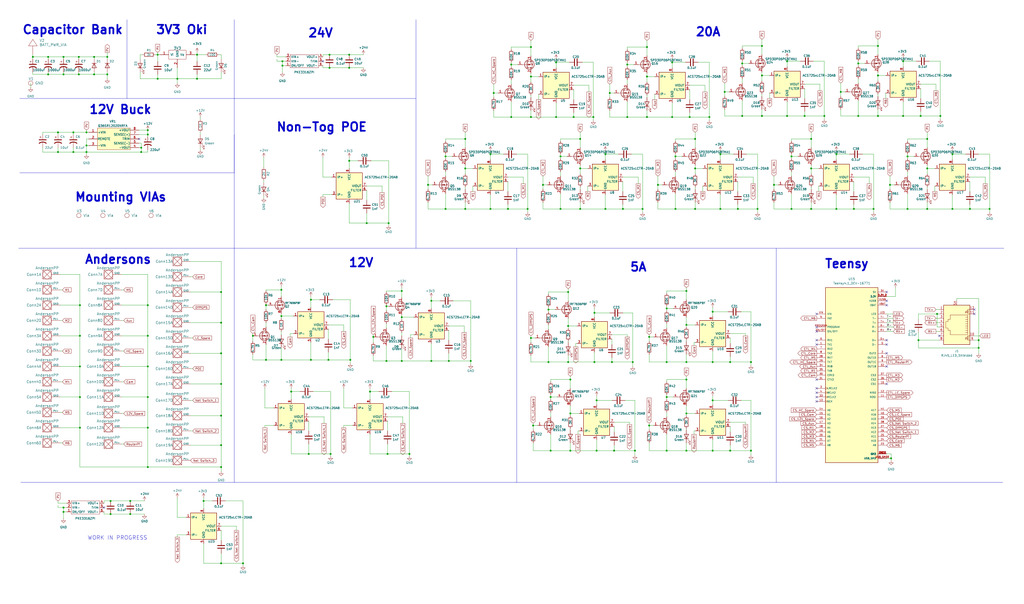
<source format=kicad_sch>
(kicad_sch (version 20230121) (generator eeschema)
  (paper "User" 593.979 350.799)
  (junction (at 332.74 67.945))
  (junction (at 273.05 209.55))
  (junction (at 470.535 121.285))
  (junction (at 46.355 230.505))
  (junction (at 363.855 37.465))
  (junction (at 562.61 121.285))
  (junction (at 307.975 67.945))
  (junction (at 435.61 210.185))
  (junction (at 441.96 67.31))
  (junction (at 284.48 121.285))
  (junction (at 346.075 261.62))
  (junction (at 233.045 209.55))
  (junction (at 329.565 189.23))
  (junction (at 128.27 258.445))
  (junction (at 367.03 210.185))
  (junction (at 85.725 194.945))
  (junction (at 248.285 107.315))
  (junction (at 356.235 261.62))
  (junction (at 180.34 208.915))
  (junction (at 128.27 187.325))
  (junction (at 497.84 67.31))
  (junction (at 526.415 90.805))
  (junction (at 441.96 43.815))
  (junction (at 456.565 35.56))
  (junction (at 526.415 121.285))
  (junction (at 485.14 89.535))
  (junction (at 146.685 194.945))
  (junction (at 329.565 210.185))
  (junction (at 191.135 31.75))
  (junction (at 203.2 208.915))
  (junction (at 54.61 43.18))
  (junction (at 163.83 38.1))
  (junction (at 430.53 36.83))
  (junction (at 413.385 210.185))
  (junction (at 46.355 248.285))
  (junction (at 386.715 261.62))
  (junction (at 85.725 248.285))
  (junction (at 102.87 45.72))
  (junction (at 307.975 44.45))
  (junction (at 389.89 36.195))
  (junction (at 191.135 39.37))
  (junction (at 567.69 197.485))
  (junction (at 250.19 209.55))
  (junction (at 329.565 169.545))
  (junction (at 413.385 261.62))
  (junction (at 375.285 44.45))
  (junction (at 50.165 88.265))
  (junction (at 36.83 297.18))
  (junction (at 319.405 230.505))
  (junction (at 354.965 210.185))
  (junction (at 214.63 227.33))
  (junction (at 224.79 263.525))
  (junction (at 325.12 90.805))
  (junction (at 118.11 290.83))
  (junction (at 495.3 121.285))
  (junction (at 381.635 107.315))
  (junction (at 216.535 195.58))
  (junction (at 398.145 261.62))
  (junction (at 417.83 89.535))
  (junction (at 140.97 327.025))
  (junction (at 413.385 180.975))
  (junction (at 403.225 97.79))
  (junction (at 128.27 241.3))
  (junction (at 319.405 261.62))
  (junction (at 534.035 67.31))
  (junction (at 386.715 230.505))
  (junction (at 470.535 80.645))
  (junction (at 224.155 177.8))
  (junction (at 180.34 173.99))
  (junction (at 33.655 76.835))
  (junction (at 330.835 220.345))
  (junction (at 411.48 67.945))
  (junction (at 439.42 121.285))
  (junction (at 391.795 121.285))
  (junction (at 296.545 37.465))
  (junction (at 46.355 194.945))
  (junction (at 509.27 67.31))
  (junction (at 85.725 212.725))
  (junction (at 545.465 67.31))
  (junction (at 81.915 88.265))
  (junction (at 91.44 31.75))
  (junction (at 46.355 177.165))
  (junction (at 212.725 129.54))
  (junction (at 322.58 67.945))
  (junction (at 36.83 43.18))
  (junction (at 375.285 27.305))
  (junction (at 487.68 53.34))
  (junction (at 353.695 53.975))
  (junction (at 85.725 78.105))
  (junction (at 284.48 89.535))
  (junction (at 400.05 67.945))
  (junction (at 532.765 197.485))
  (junction (at 286.385 53.975))
  (junction (at 330.835 261.62))
  (junction (at 128.27 205.105))
  (junction (at 258.445 90.805))
  (junction (at 398.145 240.03))
  (junction (at 398.145 188.595))
  (junction (at 376.555 247.015))
  (junction (at 344.805 210.185))
  (junction (at 448.945 107.315))
  (junction (at 322.58 36.195))
  (junction (at 417.83 121.285))
  (junction (at 516.255 107.315))
  (junction (at 523.875 35.56))
  (junction (at 269.875 80.645))
  (junction (at 314.96 107.315))
  (junction (at 567.69 201.93))
  (junction (at 128.27 271.145))
  (junction (at 309.245 247.015))
  (junction (at 237.49 263.525))
  (junction (at 163.83 35.56))
  (junction (at 430.53 67.31))
  (junction (at 64.135 298.45))
  (junction (at 420.37 53.34))
  (junction (at 233.045 168.91))
  (junction (at 336.55 121.285))
  (junction (at 344.17 67.945))
  (junction (at 478.155 67.31))
  (junction (at 85.725 177.165))
  (junction (at 574.04 121.285))
  (junction (at 36.83 294.64))
  (junction (at 552.45 121.285))
  (junction (at 225.425 129.54))
  (junction (at 163.195 183.515))
  (junction (at 537.845 121.285))
  (junction (at 403.225 121.285))
  (junction (at 179.07 263.525))
  (junction (at 54.61 33.02))
  (junction (at 375.285 67.945))
  (junction (at 75.565 298.45))
  (junction (at 391.795 90.805))
  (junction (at 466.725 67.31))
  (junction (at 441.96 26.67))
  (junction (at 509.27 43.815))
  (junction (at 85.725 230.505))
  (junction (at 497.84 36.83))
  (junction (at 351.155 121.285))
  (junction (at 552.45 89.535))
  (junction (at 306.07 121.285))
  (junction (at 27.94 33.02))
  (junction (at 336.55 97.79))
  (junction (at 64.135 290.83))
  (junction (at 62.23 33.02))
  (junction (at 509.27 26.67))
  (junction (at 85.725 271.145))
  (junction (at 543.56 182.245))
  (junction (at 403.225 80.645))
  (junction (at 376.555 195.58))
  (junction (at 361.315 121.285))
  (junction (at 91.44 45.72))
  (junction (at 537.845 97.79))
  (junction (at 50.165 76.835))
  (junction (at 114.3 45.72))
  (junction (at 307.975 196.215))
  (junction (at 233.045 184.15))
  (junction (at 344.805 181.61))
  (junction (at 470.535 97.79))
  (junction (at 368.3 261.62))
  (junction (at 19.05 33.02))
  (junction (at 128.27 222.885))
  (junction (at 42.545 76.835))
  (junction (at 46.355 212.725))
  (junction (at 413.385 232.41))
  (junction (at 386.715 210.185))
  (junction (at 128.27 327.025))
  (junction (at 363.855 67.945))
  (junction (at 351.155 89.535))
  (junction (at 81.915 85.725))
  (junction (at 202.565 31.75))
  (junction (at 260.35 209.55))
  (junction (at 154.305 208.915))
  (junction (at 50.165 84.455))
  (junction (at 330.835 240.03))
  (junction (at 45.72 33.02))
  (junction (at 62.23 43.18))
  (junction (at 318.135 179.705))
  (junction (at 427.99 121.285))
  (junction (at 516.89 266.065))
  (junction (at 307.975 27.305))
  (junction (at 485.14 121.285))
  (junction (at 114.3 31.75))
  (junction (at 336.55 80.645))
  (junction (at 163.195 168.275))
  (junction (at 128.27 169.545))
  (junction (at 168.91 227.33))
  (junction (at 75.565 290.83))
  (junction (at 85.725 75.565))
  (junction (at 346.075 232.41))
  (junction (at 250.19 174.625))
  (junction (at 523.875 67.31))
  (junction (at 36.83 33.02))
  (junction (at 398.145 168.91))
  (junction (at 296.545 67.945))
  (junction (at 190.5 208.915))
  (junction (at 423.545 261.62))
  (junction (at 506.73 121.285))
  (junction (at 42.545 88.265))
  (junction (at 294.64 121.285))
  (junction (at 154.305 177.165))
  (junction (at 459.105 121.285))
  (junction (at 423.545 210.185))
  (junction (at 456.565 67.31))
  (junction (at 386.715 179.07))
  (junction (at 537.845 80.645))
  (junction (at 269.875 121.285))
  (junction (at 398.145 220.345))
  (junction (at 398.145 210.185))
  (junction (at 435.61 261.62))
  (junction (at 191.77 263.525))
  (junction (at 258.445 121.285))
  (junction (at 27.94 43.18))
  (junction (at 224.155 209.55))
  (junction (at 202.565 93.345))
  (junction (at 45.72 43.18))
  (junction (at 318.135 210.185))
  (junction (at 372.745 121.285))
  (junction (at 33.655 88.265))
  (junction (at 459.105 90.805))
  (junction (at 163.195 208.915))
  (junction (at 325.12 121.285))
  (junction (at 269.875 97.79))
  (junction (at 202.565 39.37))
  (junction (at 389.89 67.945))
  (no_connect (at 514.35 212.725))
  (no_connect (at 473.71 233.045))
  (no_connect (at 514.35 169.545))
  (no_connect (at 473.71 189.865))
  (no_connect (at 473.71 200.025))
  (no_connect (at 473.71 225.425))
  (no_connect (at 473.71 192.405))
  (no_connect (at 514.35 197.485))
  (no_connect (at 514.35 174.625))
  (no_connect (at 187.325 35.56))
  (no_connect (at 565.15 179.705))
  (no_connect (at 473.71 230.505))
  (no_connect (at 473.71 182.245))
  (no_connect (at 514.35 177.165))
  (no_connect (at 544.83 194.945))
  (no_connect (at 473.71 227.965))
  (no_connect (at 80.645 80.645))
  (no_connect (at 565.15 182.245))
  (no_connect (at 473.71 197.485))
  (no_connect (at 514.35 205.105))
  (no_connect (at 514.35 200.025))
  (no_connect (at 60.325 294.64))
  (no_connect (at 473.71 220.345))
  (no_connect (at 514.35 222.885))
  (wire (pts (xy 534.035 48.895) (xy 542.925 48.895)))
  (wire (pts (xy 180.34 173.99) (xy 180.34 178.435)))
  (wire (pts (xy 319.405 230.505) (xy 319.405 231.775)))
  (wire (pts (xy 154.305 168.275) (xy 163.195 168.275)))
  (wire (pts (xy 368.3 232.41) (xy 368.3 261.62)))
  (wire (pts (xy 187.325 113.03) (xy 192.405 113.03)))
  (wire (pts (xy 318.135 179.705) (xy 321.945 179.705)))
  (wire (pts (xy 537.845 121.285) (xy 552.45 121.285)))
  (wire (pts (xy 233.045 202.565) (xy 233.045 209.55)))
  (wire (pts (xy 62.23 43.18) (xy 54.61 43.18)))
  (wire (pts (xy 526.415 90.805) (xy 526.415 92.075)))
  (wire (pts (xy 532.765 182.245) (xy 543.56 182.245)))
  (wire (pts (xy 325.12 90.805) (xy 325.12 92.075)))
  (wire (pts (xy 391.795 90.805) (xy 395.605 90.805)))
  (wire (pts (xy 269.875 108.585) (xy 269.875 109.855)))
  (wire (pts (xy 286.385 53.975) (xy 286.385 56.515)))
  (wire (pts (xy 430.53 36.83) (xy 430.53 38.1)))
  (wire (pts (xy 113.03 31.75) (xy 114.3 31.75)))
  (wire (pts (xy 398.145 257.175) (xy 398.145 261.62)))
  (wire (pts (xy 332.74 57.785) (xy 332.74 52.07)))
  (wire (pts (xy 202.565 31.75) (xy 210.82 31.75)))
  (wire (pts (xy 403.225 76.835) (xy 403.225 80.645)))
  (wire (pts (xy 441.96 41.91) (xy 441.96 43.815)))
  (wire (pts (xy 398.145 210.185) (xy 413.385 210.185)))
  (wire (pts (xy 402.59 252.095) (xy 402.59 250.19)))
  (wire (pts (xy 336.55 95.885) (xy 336.55 97.79)))
  (wire (pts (xy 128.27 258.445) (xy 128.27 271.145)))
  (wire (pts (xy 248.285 107.315) (xy 248.285 109.855)))
  (wire (pts (xy 368.3 232.41) (xy 362.585 232.41)))
  (wire (pts (xy 140.97 327.025) (xy 140.97 328.295)))
  (wire (pts (xy 309.245 247.015) (xy 311.785 247.015)))
  (wire (pts (xy 376.555 195.58) (xy 379.095 195.58)))
  (wire (pts (xy 423.545 258.445) (xy 423.545 261.62)))
  (wire (pts (xy 19.05 43.18) (xy 19.05 41.91)))
  (wire (pts (xy 417.83 89.535) (xy 425.45 89.535)))
  (wire (pts (xy 34.925 203.835) (xy 36.195 203.835)))
  (wire (pts (xy 179.07 257.81) (xy 179.07 263.525)))
  (wire (pts (xy 376.555 195.58) (xy 376.555 198.12)))
  (wire (pts (xy 269.875 121.285) (xy 284.48 121.285)))
  (wire (pts (xy 110.49 178.435) (xy 111.76 178.435)))
  (wire (pts (xy 168.91 227.33) (xy 168.91 231.775)))
  (wire (pts (xy 309.245 261.62) (xy 319.405 261.62)))
  (wire (pts (xy 417.83 89.535) (xy 417.83 87.63)))
  (wire (pts (xy 432.435 193.675) (xy 432.435 194.945)))
  (wire (pts (xy 180.34 198.755) (xy 180.34 208.915)))
  (wire (pts (xy 542.925 187.325) (xy 544.83 187.325)))
  (wire (pts (xy 417.83 89.535) (xy 417.83 92.71)))
  (wire (pts (xy 398.145 261.62) (xy 413.385 261.62)))
  (wire (pts (xy 402.59 250.19) (xy 403.225 250.19)))
  (wire (pts (xy 430.53 35.56) (xy 430.53 36.83)))
  (polyline (pts (xy 140.335 144.145) (xy 582.295 144.145)))
  (wire (pts (xy 336.55 121.285) (xy 351.155 121.285)))
  (wire (pts (xy 543.56 182.245) (xy 543.56 189.865)))
  (wire (pts (xy 398.145 184.15) (xy 398.145 188.595)))
  (wire (pts (xy 118.11 327.025) (xy 128.27 327.025)))
  (wire (pts (xy 537.845 108.585) (xy 537.845 109.855)))
  (wire (pts (xy 456.565 35.56) (xy 464.185 35.56)))
  (wire (pts (xy 336.55 97.79) (xy 340.995 97.79)))
  (wire (pts (xy 307.975 196.215) (xy 307.975 198.755)))
  (wire (pts (xy 250.19 174.625) (xy 250.19 172.72)))
  (wire (pts (xy 216.535 206.375) (xy 216.535 209.55)))
  (wire (pts (xy 509.27 41.91) (xy 509.27 43.815)))
  (wire (pts (xy 202.565 118.11) (xy 202.565 129.54)))
  (wire (pts (xy 330.835 235.585) (xy 330.835 240.03)))
  (wire (pts (xy 85.725 75.565) (xy 85.725 78.105)))
  (wire (pts (xy 398.145 240.03) (xy 398.145 241.3)))
  (wire (pts (xy 368.3 261.62) (xy 368.3 264.16)))
  (wire (pts (xy 329.565 189.23) (xy 334.645 189.23)))
  (wire (pts (xy 128.27 187.325) (xy 128.27 205.105)))
  (polyline (pts (xy 10.795 144.145) (xy 73.025 144.145)))
  (wire (pts (xy 403.225 80.645) (xy 403.225 85.725)))
  (wire (pts (xy 269.875 97.79) (xy 274.32 97.79)))
  (wire (pts (xy 420.37 53.34) (xy 422.91 53.34)))
  (wire (pts (xy 422.275 180.975) (xy 413.385 180.975)))
  (wire (pts (xy 118.11 290.83) (xy 118.11 295.275)))
  (wire (pts (xy 27.94 43.18) (xy 27.94 41.91)))
  (wire (pts (xy 562.61 102.87) (xy 571.5 102.87)))
  (wire (pts (xy 436.88 102.87) (xy 436.88 106.68)))
  (wire (pts (xy 330.835 261.62) (xy 346.075 261.62)))
  (wire (pts (xy 163.195 208.915) (xy 180.34 208.915)))
  (wire (pts (xy 329.565 184.785) (xy 329.565 189.23)))
  (wire (pts (xy 523.875 35.56) (xy 523.875 33.655)))
  (wire (pts (xy 102.87 39.37) (xy 102.87 45.72)))
  (wire (pts (xy 344.17 36.195) (xy 337.82 36.195)))
  (wire (pts (xy 70.485 194.945) (xy 85.725 194.945)))
  (wire (pts (xy 495.3 118.745) (xy 495.3 121.285)))
  (wire (pts (xy 224.155 200.66) (xy 224.155 209.55)))
  (wire (pts (xy 375.285 55.245) (xy 375.285 56.515)))
  (wire (pts (xy 187.325 91.44) (xy 187.325 102.87)))
  (wire (pts (xy 518.16 192.405) (xy 514.35 192.405)))
  (wire (pts (xy 154.305 176.53) (xy 154.305 177.165)))
  (wire (pts (xy 45.72 34.29) (xy 45.72 33.02)))
  (wire (pts (xy 221.615 111.76) (xy 221.615 107.95)))
  (wire (pts (xy 75.565 290.83) (xy 83.82 290.83)))
  (wire (pts (xy 64.135 298.45) (xy 60.325 298.45)))
  (wire (pts (xy 519.43 167.005) (xy 519.43 172.085)))
  (wire (pts (xy 153.67 225.425) (xy 153.67 236.855)))
  (wire (pts (xy 214.63 227.33) (xy 214.63 231.775)))
  (wire (pts (xy 367.03 181.61) (xy 367.03 210.185)))
  (wire (pts (xy 545.465 67.31) (xy 545.465 69.215)))
  (wire (pts (xy 325.12 121.285) (xy 336.55 121.285)))
  (wire (pts (xy 403.225 117.475) (xy 403.225 121.285)))
  (wire (pts (xy 309.245 247.015) (xy 309.245 249.555)))
  (wire (pts (xy 19.05 33.02) (xy 19.05 34.29)))
  (wire (pts (xy 435.61 180.975) (xy 435.61 210.185)))
  (wire (pts (xy 509.27 43.815) (xy 513.715 43.815)))
  (wire (pts (xy 552.45 89.535) (xy 552.45 87.63)))
  (wire (pts (xy 466.725 64.77) (xy 466.725 67.31)))
  (wire (pts (xy 509.27 22.86) (xy 509.27 26.67)))
  (wire (pts (xy 413.385 180.975) (xy 413.385 183.515)))
  (wire (pts (xy 518.16 184.785) (xy 514.35 184.785)))
  (wire (pts (xy 110.49 196.215) (xy 111.76 196.215)))
  (wire (pts (xy 258.445 121.285) (xy 269.875 121.285)))
  (wire (pts (xy 413.385 255.27) (xy 413.385 261.62)))
  (wire (pts (xy 351.155 89.535) (xy 358.775 89.535)))
  (wire (pts (xy 322.58 36.195) (xy 322.58 39.37)))
  (wire (pts (xy 114.3 45.72) (xy 102.87 45.72)))
  (wire (pts (xy 381.635 107.315) (xy 384.175 107.315)))
  (wire (pts (xy 552.45 89.535) (xy 560.07 89.535)))
  (wire (pts (xy 568.325 194.945) (xy 565.15 194.945)))
  (wire (pts (xy 319.405 230.505) (xy 323.215 230.505)))
  (wire (pts (xy 466.725 48.895) (xy 475.615 48.895)))
  (wire (pts (xy 363.855 37.465) (xy 367.665 37.465)))
  (wire (pts (xy 258.445 81.915) (xy 258.445 80.645)))
  (wire (pts (xy 202.565 93.345) (xy 202.565 91.44)))
  (wire (pts (xy 153.67 236.855) (xy 158.75 236.855)))
  (wire (pts (xy 185.42 173.99) (xy 180.34 173.99)))
  (wire (pts (xy 420.37 63.5) (xy 420.37 67.31)))
  (wire (pts (xy 354.965 196.85) (xy 354.965 200.025)))
  (wire (pts (xy 46.355 194.945) (xy 46.355 212.725)))
  (polyline (pts (xy 135.89 57.15) (xy 135.89 100.33)))
  (wire (pts (xy 307.975 196.215) (xy 310.515 196.215)))
  (wire (pts (xy 212.725 110.49) (xy 212.725 116.205)))
  (wire (pts (xy 411.48 36.195) (xy 405.13 36.195)))
  (wire (pts (xy 219.71 227.33) (xy 214.63 227.33)))
  (wire (pts (xy 314.96 117.475) (xy 314.96 121.285)))
  (wire (pts (xy 353.695 67.945) (xy 363.855 67.945)))
  (wire (pts (xy 248.285 117.475) (xy 248.285 121.285)))
  (wire (pts (xy 532.765 197.485) (xy 544.83 197.485)))
  (wire (pts (xy 163.83 35.56) (xy 163.83 38.1)))
  (wire (pts (xy 118.11 315.595) (xy 118.11 327.025)))
  (wire (pts (xy 398.145 168.91) (xy 398.145 173.99)))
  (wire (pts (xy 386.715 252.095) (xy 386.715 261.62)))
  (wire (pts (xy 562.61 111.125) (xy 562.61 105.41)))
  (wire (pts (xy 114.3 43.18) (xy 114.3 45.72)))
  (wire (pts (xy 91.44 31.75) (xy 91.44 35.56)))
  (wire (pts (xy 199.39 247.015) (xy 204.47 247.015)))
  (wire (pts (xy 375.285 44.45) (xy 379.73 44.45)))
  (wire (pts (xy 330.835 240.03) (xy 330.835 241.3)))
  (wire (pts (xy 70.485 212.725) (xy 85.725 212.725)))
  (wire (pts (xy 190.5 208.915) (xy 203.2 208.915)))
  (wire (pts (xy 417.83 121.285) (xy 427.99 121.285)))
  (wire (pts (xy 407.67 107.95) (xy 407.67 111.125)))
  (wire (pts (xy 258.445 89.535) (xy 258.445 90.805)))
  (wire (pts (xy 344.805 204.47) (xy 344.805 210.185)))
  (wire (pts (xy 128.27 271.145) (xy 128.27 273.685)))
  (wire (pts (xy 50.165 80.645) (xy 50.165 84.455)))
  (wire (pts (xy 180.34 173.99) (xy 180.34 172.085)))
  (wire (pts (xy 187.96 241.935) (xy 179.07 241.935)))
  (wire (pts (xy 344.17 67.945) (xy 344.17 69.85)))
  (wire (pts (xy 81.915 85.725) (xy 81.915 88.265)))
  (wire (pts (xy 187.325 102.87) (xy 192.405 102.87)))
  (wire (pts (xy 102.87 300.355) (xy 107.95 300.355)))
  (wire (pts (xy 376.555 245.745) (xy 376.555 247.015)))
  (wire (pts (xy 574.04 89.535) (xy 567.69 89.535)))
  (wire (pts (xy 523.875 35.56) (xy 531.495 35.56)))
  (wire (pts (xy 372.745 89.535) (xy 372.745 121.285)))
  (wire (pts (xy 286.385 53.975) (xy 288.925 53.975)))
  (wire (pts (xy 336.55 76.835) (xy 336.55 80.645)))
  (wire (pts (xy 346.075 232.41) (xy 346.075 234.95)))
  (wire (pts (xy 361.315 102.87) (xy 370.205 102.87)))
  (wire (pts (xy 330.835 240.03) (xy 335.915 240.03)))
  (wire (pts (xy 423.545 261.62) (xy 413.385 261.62)))
  (wire (pts (xy 534.035 57.15) (xy 534.035 51.435)))
  (wire (pts (xy 114.3 31.75) (xy 114.3 35.56)))
  (wire (pts (xy 552.45 113.03) (xy 552.45 121.285)))
  (wire (pts (xy 137.16 307.975) (xy 137.16 305.435)))
  (wire (pts (xy 400.05 67.945) (xy 411.48 67.945)))
  (wire (pts (xy 545.465 35.56) (xy 539.115 35.56)))
  (wire (pts (xy 307.975 67.945) (xy 322.58 67.945)))
  (wire (pts (xy 269.875 117.475) (xy 269.875 121.285)))
  (wire (pts (xy 110.49 232.41) (xy 111.76 232.41)))
  (wire (pts (xy 363.855 194.31) (xy 363.855 195.58)))
  (wire (pts (xy 430.53 67.31) (xy 441.96 67.31)))
  (wire (pts (xy 191.135 39.37) (xy 187.325 39.37)))
  (wire (pts (xy 542.925 192.405) (xy 544.83 192.405)))
  (wire (pts (xy 379.73 54.61) (xy 379.73 57.785)))
  (wire (pts (xy 398.145 197.485) (xy 398.145 198.12)))
  (wire (pts (xy 269.875 76.835) (xy 269.875 80.645)))
  (wire (pts (xy 237.49 227.33) (xy 237.49 263.525)))
  (wire (pts (xy 19.05 31.75) (xy 19.05 33.02)))
  (wire (pts (xy 509.27 67.31) (xy 523.875 67.31)))
  (wire (pts (xy 318.135 179.705) (xy 318.135 180.975)))
  (polyline (pts (xy 12.065 280.035) (xy 299.72 280.035)))
  (wire (pts (xy 212.725 123.825) (xy 212.725 129.54)))
  (wire (pts (xy 238.125 194.31) (xy 240.03 194.31)))
  (wire (pts (xy 128.27 321.31) (xy 128.27 327.025)))
  (wire (pts (xy 238.125 196.215) (xy 238.125 194.31)))
  (wire (pts (xy 286.385 48.895) (xy 286.385 53.975)))
  (wire (pts (xy 60.325 290.83) (xy 60.325 292.1)))
  (wire (pts (xy 485.14 89.535) (xy 492.76 89.535)))
  (wire (pts (xy 33.655 85.725) (xy 33.655 88.265)))
  (wire (pts (xy 34.925 239.395) (xy 36.195 239.395)))
  (wire (pts (xy 180.34 208.915) (xy 190.5 208.915)))
  (wire (pts (xy 224.79 244.475) (xy 224.79 250.19)))
  (wire (pts (xy 318.135 169.545) (xy 329.565 169.545)))
  (wire (pts (xy 376.555 247.015) (xy 379.095 247.015)))
  (wire (pts (xy 403.225 97.79) (xy 407.67 97.79)))
  (wire (pts (xy 215.265 93.345) (xy 225.425 93.345)))
  (wire (pts (xy 478.155 67.31) (xy 478.155 69.215)))
  (wire (pts (xy 325.12 80.645) (xy 336.55 80.645)))
  (wire (pts (xy 565.15 197.485) (xy 567.69 197.485)))
  (wire (pts (xy 203.2 173.99) (xy 203.2 208.915)))
  (wire (pts (xy 448.945 117.475) (xy 448.945 121.285)))
  (wire (pts (xy 398.145 240.03) (xy 403.225 240.03)))
  (wire (pts (xy 417.83 113.03) (xy 417.83 121.285)))
  (wire (pts (xy 81.915 88.265) (xy 85.725 88.265)))
  (wire (pts (xy 534.035 67.31) (xy 545.465 67.31)))
  (wire (pts (xy 154.305 177.165) (xy 155.575 177.165)))
  (wire (pts (xy 423.545 196.215) (xy 423.545 199.39)))
  (wire (pts (xy 294.64 121.285) (xy 306.07 121.285)))
  (wire (pts (xy 526.415 121.285) (xy 537.845 121.285)))
  (wire (pts (xy 526.415 80.645) (xy 537.845 80.645)))
  (wire (pts (xy 375.285 42.545) (xy 375.285 44.45)))
  (wire (pts (xy 34.925 194.945) (xy 46.355 194.945)))
  (wire (pts (xy 398.145 167.005) (xy 398.145 168.91)))
  (wire (pts (xy 258.445 90.805) (xy 262.255 90.805)))
  (wire (pts (xy 262.89 174.625) (xy 273.05 174.625)))
  (wire (pts (xy 80.645 83.185) (xy 81.915 83.185)))
  (wire (pts (xy 567.69 173.355) (xy 567.69 197.485)))
  (wire (pts (xy 325.12 90.805) (xy 328.93 90.805)))
  (wire (pts (xy 353.695 181.61) (xy 344.805 181.61)))
  (wire (pts (xy 153.035 91.44) (xy 153.035 97.155)))
  (wire (pts (xy 42.545 85.725) (xy 42.545 88.265)))
  (wire (pts (xy 420.37 67.31) (xy 430.53 67.31)))
  (wire (pts (xy 386.715 170.18) (xy 386.715 168.91)))
  (wire (pts (xy 509.27 43.815) (xy 509.27 46.99)))
  (wire (pts (xy 187.96 245.745) (xy 187.96 241.935)))
  (wire (pts (xy 38.735 294.64) (xy 36.83 294.64)))
  (wire (pts (xy 386.715 187.96) (xy 386.715 190.5)))
  (wire (pts (xy 459.105 112.395) (xy 459.105 121.285)))
  (wire (pts (xy 423.545 247.65) (xy 423.545 250.825)))
  (wire (pts (xy 439.42 89.535) (xy 433.07 89.535)))
  (wire (pts (xy 114.3 31.75) (xy 119.38 31.75)))
  (wire (pts (xy 36.83 297.18) (xy 38.735 297.18)))
  (wire (pts (xy 258.445 112.395) (xy 258.445 121.285)))
  (wire (pts (xy 294.64 111.125) (xy 294.64 105.41)))
  (wire (pts (xy 307.975 210.185) (xy 318.135 210.185)))
  (wire (pts (xy 386.715 239.395) (xy 386.715 241.935)))
  (wire (pts (xy 403.225 97.79) (xy 403.225 100.965)))
  (wire (pts (xy 85.725 271.145) (xy 128.27 271.145)))
  (wire (pts (xy 537.845 76.835) (xy 537.845 80.645)))
  (wire (pts (xy 435.61 261.62) (xy 435.61 264.16)))
  (wire (pts (xy 306.07 121.285) (xy 306.07 123.19)))
  (wire (pts (xy 64.135 290.83) (xy 60.325 290.83)))
  (wire (pts (xy 423.545 207.01) (xy 423.545 210.185)))
  (wire (pts (xy 459.105 121.285) (xy 470.535 121.285)))
  (wire (pts (xy 367.03 210.185) (xy 367.03 212.725)))
  (wire (pts (xy 516.255 121.285) (xy 526.415 121.285)))
  (wire (pts (xy 34.925 159.385) (xy 46.355 159.385)))
  (wire (pts (xy 497.84 27.94) (xy 497.84 26.67)))
  (polyline (pts (xy 299.72 280.035) (xy 581.66 280.035)))
  (wire (pts (xy 567.69 197.485) (xy 567.69 201.93)))
  (wire (pts (xy 497.84 35.56) (xy 497.84 36.83)))
  (wire (pts (xy 250.19 209.55) (xy 260.35 209.55)))
  (wire (pts (xy 24.765 85.725) (xy 24.765 88.265)))
  (wire (pts (xy 128.27 222.885) (xy 128.27 241.3)))
  (wire (pts (xy 85.725 212.725) (xy 85.725 230.505)))
  (wire (pts (xy 470.535 97.79) (xy 470.535 100.965)))
  (wire (pts (xy 562.61 121.285) (xy 574.04 121.285)))
  (wire (pts (xy 81.28 31.75) (xy 81.28 34.29)))
  (wire (pts (xy 332.74 67.945) (xy 344.17 67.945)))
  (wire (pts (xy 495.3 111.125) (xy 495.3 105.41)))
  (wire (pts (xy 224.79 257.81) (xy 224.79 263.525)))
  (wire (pts (xy 516.89 263.525) (xy 516.89 266.065)))
  (wire (pts (xy 398.145 235.585) (xy 398.145 240.03)))
  (wire (pts (xy 435.61 210.185) (xy 435.61 212.09)))
  (wire (pts (xy 351.155 89.535) (xy 351.155 92.71)))
  (wire (pts (xy 386.715 220.345) (xy 398.145 220.345)))
  (wire (pts (xy 319.405 229.235) (xy 319.405 230.505)))
  (wire (pts (xy 160.655 33.02) (xy 160.655 31.75)))
  (wire (pts (xy 45.72 43.18) (xy 45.72 41.91)))
  (wire (pts (xy 179.07 263.525) (xy 191.77 263.525)))
  (wire (pts (xy 514.35 182.245) (xy 518.16 182.245)))
  (wire (pts (xy 309.245 257.175) (xy 309.245 261.62)))
  (wire (pts (xy 191.135 31.75) (xy 187.325 31.75)))
  (wire (pts (xy 386.715 230.505) (xy 390.525 230.505)))
  (wire (pts (xy 80.645 75.565) (xy 85.725 75.565)))
  (wire (pts (xy 356.235 247.65) (xy 356.235 250.825)))
  (wire (pts (xy 487.68 48.26) (xy 487.68 53.34)))
  (wire (pts (xy 430.53 26.67) (xy 441.96 26.67)))
  (wire (pts (xy 344.805 181.61) (xy 344.805 184.15)))
  (wire (pts (xy 62.23 43.18) (xy 62.23 45.72)))
  (wire (pts (xy 153.67 248.285) (xy 153.67 247.015)))
  (wire (pts (xy 70.485 257.81) (xy 71.755 257.81)))
  (wire (pts (xy 351.155 113.03) (xy 351.155 121.285)))
  (wire (pts (xy 128.27 169.545) (xy 128.27 187.325)))
  (wire (pts (xy 284.48 89.535) (xy 292.1 89.535)))
  (wire (pts (xy 224.155 177.8) (xy 224.155 180.34)))
  (wire (pts (xy 224.79 263.525) (xy 237.49 263.525)))
  (wire (pts (xy 459.105 81.915) (xy 459.105 80.645)))
  (wire (pts (xy 456.565 59.055) (xy 456.565 67.31)))
  (wire (pts (xy 85.725 230.505) (xy 85.725 248.285)))
  (wire (pts (xy 381.635 117.475) (xy 381.635 121.285)))
  (wire (pts (xy 36.83 294.64) (xy 36.83 297.18)))
  (wire (pts (xy 233.045 167.005) (xy 233.045 168.91)))
  (wire (pts (xy 306.07 89.535) (xy 299.72 89.535)))
  (wire (pts (xy 260.35 191.77) (xy 260.35 197.485)))
  (wire (pts (xy 466.725 67.31) (xy 478.155 67.31)))
  (wire (pts (xy 216.535 195.58) (xy 216.535 198.755)))
  (wire (pts (xy 160.655 35.56) (xy 160.655 34.29)))
  (wire (pts (xy 314.96 102.235) (xy 314.96 107.315)))
  (wire (pts (xy 389.89 59.69) (xy 389.89 67.945)))
  (wire (pts (xy 191.135 39.37) (xy 202.565 39.37)))
  (wire (pts (xy 516.255 107.315) (xy 518.795 107.315)))
  (wire (pts (xy 363.855 67.945) (xy 375.285 67.945)))
  (wire (pts (xy 391.795 112.395) (xy 391.795 121.285)))
  (wire (pts (xy 423.545 193.675) (xy 432.435 193.675)))
  (wire (pts (xy 110.49 169.545) (xy 128.27 169.545)))
  (wire (pts (xy 441.96 54.61) (xy 441.96 55.88)))
  (wire (pts (xy 34.925 186.055) (xy 36.195 186.055)))
  (wire (pts (xy 110.49 160.655) (xy 111.76 160.655)))
  (wire (pts (xy 398.145 188.595) (xy 403.225 188.595)))
  (wire (pts (xy 456.565 67.31) (xy 466.725 67.31)))
  (wire (pts (xy 42.545 76.835) (xy 50.165 76.835)))
  (wire (pts (xy 36.83 33.02) (xy 36.83 34.29)))
  (wire (pts (xy 537.845 97.79) (xy 537.845 100.965)))
  (wire (pts (xy 34.925 230.505) (xy 46.355 230.505)))
  (wire (pts (xy 273.05 209.55) (xy 273.05 211.455)))
  (wire (pts (xy 497.84 36.83) (xy 497.84 38.1)))
  (wire (pts (xy 34.925 168.275) (xy 36.195 168.275)))
  (wire (pts (xy 128.27 151.765) (xy 128.27 169.545)))
  (wire (pts (xy 336.55 80.645) (xy 336.55 85.725)))
  (wire (pts (xy 353.695 53.975) (xy 356.235 53.975)))
  (wire (pts (xy 439.42 121.285) (xy 439.42 123.19)))
  (wire (pts (xy 367.03 210.185) (xy 354.965 210.185)))
  (wire (pts (xy 34.925 221.615) (xy 36.195 221.615)))
  (wire (pts (xy 248.285 107.315) (xy 250.825 107.315)))
  (wire (pts (xy 309.245 245.745) (xy 309.245 247.015)))
  (wire (pts (xy 54.61 33.02) (xy 54.61 34.29)))
  (wire (pts (xy 154.305 200.025) (xy 154.305 208.915)))
  (wire (pts (xy 193.04 173.99) (xy 203.2 173.99)))
  (wire (pts (xy 376.555 261.62) (xy 386.715 261.62)))
  (wire (pts (xy 85.725 78.105) (xy 80.645 78.105)))
  (wire (pts (xy 381.635 121.285) (xy 391.795 121.285)))
  (wire (pts (xy 34.925 257.175) (xy 36.195 257.175)))
  (wire (pts (xy 532.765 185.42) (xy 532.765 182.245)))
  (wire (pts (xy 233.68 245.745) (xy 233.68 241.935)))
  (wire (pts (xy 190.5 191.135) (xy 190.5 196.85)))
  (wire (pts (xy 284.48 113.03) (xy 284.48 121.285)))
  (polyline (pts (xy 73.66 57.15) (xy 135.89 57.15)))
  (wire (pts (xy 485.14 89.535) (xy 485.14 87.63)))
  (wire (pts (xy 459.105 80.645) (xy 470.535 80.645)))
  (wire (pts (xy 497.84 26.67) (xy 509.27 26.67)))
  (wire (pts (xy 199.39 188.595) (xy 190.5 188.595)))
  (wire (pts (xy 487.68 63.5) (xy 487.68 67.31)))
  (wire (pts (xy 398.145 220.345) (xy 398.145 225.425)))
  (wire (pts (xy 46.355 159.385) (xy 46.355 177.165)))
  (wire (pts (xy 248.285 102.235) (xy 248.285 107.315)))
  (wire (pts (xy 163.83 35.56) (xy 160.655 35.56)))
  (wire (pts (xy 202.565 129.54) (xy 212.725 129.54)))
  (wire (pts (xy 128.27 205.105) (xy 128.27 222.885)))
  (wire (pts (xy 545.465 35.56) (xy 545.465 67.31)))
  (wire (pts (xy 336.55 97.79) (xy 336.55 100.965)))
  (wire (pts (xy 110.49 258.445) (xy 128.27 258.445)))
  (wire (pts (xy 81.915 85.725) (xy 80.645 85.725)))
  (wire (pts (xy 81.28 45.72) (xy 91.44 45.72)))
  (wire (pts (xy 163.83 38.1) (xy 163.83 41.91)))
  (wire (pts (xy 411.48 36.195) (xy 411.48 67.945)))
  (wire (pts (xy 567.69 201.93) (xy 567.69 205.105)))
  (wire (pts (xy 27.94 33.02) (xy 36.83 33.02)))
  (wire (pts (xy 224.155 177.165) (xy 224.155 177.8)))
  (wire (pts (xy 296.545 46.355) (xy 296.545 48.895)))
  (wire (pts (xy 296.545 59.055) (xy 296.545 67.945)))
  (wire (pts (xy 114.3 30.48) (xy 114.3 31.75)))
  (wire (pts (xy 391.795 80.645) (xy 403.225 80.645)))
  (wire (pts (xy 375.285 64.135) (xy 375.285 67.945)))
  (wire (pts (xy 497.84 58.42) (xy 497.84 67.31)))
  (wire (pts (xy 163.195 168.275) (xy 163.195 172.085)))
  (wire (pts (xy 386.715 230.505) (xy 386.715 231.775)))
  (wire (pts (xy 413.385 178.435) (xy 413.385 180.975)))
  (wire (pts (xy 33.655 76.835) (xy 33.655 78.105)))
  (wire (pts (xy 274.32 107.95) (xy 274.32 111.125)))
  (wire (pts (xy 168.91 252.095) (xy 168.91 263.525)))
  (wire (pts (xy 353.695 48.895) (xy 353.695 53.975)))
  (wire (pts (xy 402.59 198.755) (xy 403.225 198.755)))
  (wire (pts (xy 199.39 192.405) (xy 199.39 188.595)))
  (wire (pts (xy 435.61 232.41) (xy 435.61 261.62)))
  (wire (pts (xy 391.795 99.695) (xy 391.795 102.235)))
  (wire (pts (xy 400.05 57.785) (xy 400.05 52.07)))
  (wire (pts (xy 532.765 197.485) (xy 532.765 201.93)))
  (wire (pts (xy 400.05 65.405) (xy 400.05 67.945)))
  (wire (pts (xy 329.565 198.12) (xy 329.565 198.755)))
  (wire (pts (xy 516.255 102.235) (xy 516.255 107.315)))
  (wire (pts (xy 376.555 257.175) (xy 376.555 261.62)))
  (wire (pts (xy 448.945 107.315) (xy 451.485 107.315)))
  (wire (pts (xy 537.845 80.645) (xy 537.845 85.725)))
  (wire (pts (xy 307.975 27.305) (xy 307.975 32.385)))
  (wire (pts (xy 427.99 121.285) (xy 439.42 121.285)))
  (wire (pts (xy 430.53 36.83) (xy 434.34 36.83)))
  (wire (pts (xy 322.58 36.195) (xy 322.58 34.29)))
  (wire (pts (xy 224.155 177.8) (xy 225.425 177.8)))
  (wire (pts (xy 258.445 90.805) (xy 258.445 92.075)))
  (wire (pts (xy 354.965 210.185) (xy 344.805 210.185)))
  (wire (pts (xy 485.14 89.535) (xy 485.14 92.71)))
  (wire (pts (xy 154.305 177.165) (xy 154.305 179.705)))
  (wire (pts (xy 402.59 200.66) (xy 402.59 198.755)))
  (wire (pts (xy 303.53 102.87) (xy 303.53 106.68)))
  (wire (pts (xy 54.61 33.02) (xy 62.23 33.02)))
  (wire (pts (xy 91.44 31.75) (xy 92.71 31.75)))
  (polyline (pts (xy 135.89 144.145) (xy 135.89 280.035)))
  (wire (pts (xy 330.835 218.44) (xy 330.835 220.345)))
  (wire (pts (xy 518.16 187.325) (xy 514.35 187.325)))
  (wire (pts (xy 199.39 248.285) (xy 199.39 247.015)))
  (wire (pts (xy 456.565 35.56) (xy 456.565 33.655)))
  (wire (pts (xy 128.27 327.025) (xy 140.97 327.025)))
  (wire (pts (xy 389.89 36.195) (xy 389.89 39.37)))
  (wire (pts (xy 314.96 107.315) (xy 314.96 109.855)))
  (wire (pts (xy 495.3 102.87) (xy 504.19 102.87)))
  (wire (pts (xy 233.045 184.15) (xy 240.03 184.15)))
  (wire (pts (xy 102.87 45.72) (xy 102.87 48.26)))
  (wire (pts (xy 64.135 298.45) (xy 75.565 298.45)))
  (wire (pts (xy 42.545 78.105) (xy 42.545 76.835)))
  (wire (pts (xy 487.68 53.34) (xy 487.68 55.88)))
  (wire (pts (xy 64.135 290.83) (xy 75.565 290.83)))
  (wire (pts (xy 128.27 41.91) (xy 128.27 45.72)))
  (wire (pts (xy 284.48 89.535) (xy 284.48 87.63)))
  (wire (pts (xy 485.14 121.285) (xy 495.3 121.285)))
  (wire (pts (xy 372.745 89.535) (xy 366.395 89.535)))
  (wire (pts (xy 46.355 248.285) (xy 34.925 248.285)))
  (wire (pts (xy 413.385 229.87) (xy 413.385 232.41)))
  (wire (pts (xy 435.61 232.41) (xy 429.895 232.41)))
  (wire (pts (xy 497.84 45.72) (xy 497.84 48.26)))
  (wire (pts (xy 45.72 43.18) (xy 36.83 43.18)))
  (wire (pts (xy 386.715 200.66) (xy 386.715 210.185)))
  (wire (pts (xy 91.44 30.48) (xy 91.44 31.75)))
  (wire (pts (xy 146.685 208.915) (xy 154.305 208.915)))
  (wire (pts (xy 413.385 232.41) (xy 413.385 234.95)))
  (wire (pts (xy 459.105 89.535) (xy 459.105 90.805)))
  (wire (pts (xy 351.155 89.535) (xy 351.155 87.63)))
  (wire (pts (xy 513.715 53.975) (xy 513.715 57.15)))
  (wire (pts (xy 314.96 121.285) (xy 325.12 121.285)))
  (wire (pts (xy 36.83 297.18) (xy 36.83 300.99)))
  (wire (pts (xy 526.415 99.695) (xy 526.415 102.235)))
  (wire (pts (xy 50.165 88.265) (xy 50.165 84.455)))
  (wire (pts (xy 294.64 118.745) (xy 294.64 121.285)))
  (wire (pts (xy 70.485 168.275) (xy 71.755 168.275)))
  (polyline (pts (xy 73.66 100.33) (xy 135.89 100.33)))
  (wire (pts (xy 554.99 173.355) (xy 567.69 173.355)))
  (wire (pts (xy 386.715 221.615) (xy 386.715 220.345)))
  (wire (pts (xy 470.535 76.835) (xy 470.535 80.645)))
  (wire (pts (xy 187.325 31.75) (xy 187.325 33.02)))
  (wire (pts (xy 33.655 292.1) (xy 33.655 290.83)))
  (wire (pts (xy 306.07 89.535) (xy 306.07 121.285)))
  (wire (pts (xy 50.165 76.835) (xy 51.435 76.835)))
  (wire (pts (xy 214.63 263.525) (xy 224.79 263.525)))
  (wire (pts (xy 526.415 81.915) (xy 526.415 80.645)))
  (wire (pts (xy 250.19 199.39) (xy 250.19 209.55)))
  (wire (pts (xy 363.855 36.195) (xy 363.855 37.465)))
  (wire (pts (xy 140.97 290.83) (xy 140.97 327.025)))
  (wire (pts (xy 179.07 244.475) (xy 179.07 250.19)))
  (wire (pts (xy 128.27 307.975) (xy 128.27 313.69)))
  (wire (pts (xy 516.89 266.065) (xy 516.89 267.335)))
  (wire (pts (xy 168.91 263.525) (xy 179.07 263.525)))
  (wire (pts (xy 441.96 63.5) (xy 441.96 67.31)))
  (wire (pts (xy 519.43 172.085) (xy 514.35 172.085)))
  (wire (pts (xy 116.205 67.945) (xy 116.205 69.215)))
  (wire (pts (xy 214.63 227.33) (xy 214.63 225.425)))
  (wire (pts (xy 354.965 207.645) (xy 354.965 210.185)))
  (wire (pts (xy 322.58 59.69) (xy 322.58 67.945)))
  (wire (pts (xy 216.535 209.55) (xy 224.155 209.55)))
  (wire (pts (xy 420.37 53.34) (xy 420.37 55.88)))
  (wire (pts (xy 361.315 111.125) (xy 361.315 105.41)))
  (wire (pts (xy 335.28 252.095) (xy 335.28 250.19)))
  (wire (pts (xy 153.035 104.775) (xy 153.035 106.045)))
  (wire (pts (xy 537.845 95.885) (xy 537.845 97.79)))
  (wire (pts (xy 422.275 232.41) (xy 413.385 232.41)))
  (wire (pts (xy 202.565 93.345) (xy 202.565 97.79)))
  (wire (pts (xy 116.205 76.835) (xy 116.205 78.105)))
  (wire (pts (xy 423.545 210.185) (xy 413.385 210.185)))
  (wire (pts (xy 110.49 151.765) (xy 128.27 151.765)))
  (wire (pts (xy 446.405 53.975) (xy 446.405 57.15)))
  (wire (pts (xy 90.17 31.75) (xy 91.44 31.75)))
  (wire (pts (xy 233.045 193.04) (xy 233.045 194.945)))
  (wire (pts (xy 91.44 45.72) (xy 102.87 45.72)))
  (wire (pts (xy 163.195 183.515) (xy 163.195 184.785)))
  (wire (pts (xy 45.72 33.02) (xy 36.83 33.02)))
  (wire (pts (xy 427.99 111.125) (xy 427.99 105.41)))
  (wire (pts (xy 381.635 107.315) (xy 381.635 109.855)))
  (wire (pts (xy 319.405 221.615) (xy 319.405 220.345)))
  (wire (pts (xy 386.715 179.07) (xy 390.525 179.07)))
  (wire (pts (xy 269.24 193.04) (xy 269.24 189.23)))
  (wire (pts (xy 46.355 177.165) (xy 46.355 194.945)))
  (wire (pts (xy 34.925 177.165) (xy 46.355 177.165)))
  (wire (pts (xy 554.99 173.355) (xy 554.99 174.625)))
  (wire (pts (xy 187.325 38.1) (xy 187.325 39.37)))
  (wire (pts (xy 413.385 203.835) (xy 413.385 210.185)))
  (wire (pts (xy 514.35 266.065) (xy 516.89 266.065)))
  (wire (pts (xy 269.875 80.645) (xy 269.875 85.725)))
  (wire (pts (xy 110.49 250.19) (xy 111.76 250.19)))
  (wire (pts (xy 430.53 45.72) (xy 430.53 48.26)))
  (wire (pts (xy 356.235 261.62) (xy 346.075 261.62)))
  (wire (pts (xy 233.045 168.91) (xy 233.045 172.72)))
  (wire (pts (xy 273.05 174.625) (xy 273.05 209.55)))
  (wire (pts (xy 459.105 90.805) (xy 462.915 90.805)))
  (wire (pts (xy 574.04 89.535) (xy 574.04 121.285)))
  (wire (pts (xy 542.925 48.895) (xy 542.925 52.705)))
  (polyline (pts (xy 135.89 78.105) (xy 135.89 100.33)))
  (wire (pts (xy 173.99 227.33) (xy 168.91 227.33)))
  (wire (pts (xy 516.255 117.475) (xy 516.255 121.285)))
  (wire (pts (xy 307.975 44.45) (xy 307.975 47.625)))
  (wire (pts (xy 318.135 188.595) (xy 318.135 191.135)))
  (wire (pts (xy 284.48 121.285) (xy 294.64 121.285)))
  (wire (pts (xy 470.535 121.285) (xy 485.14 121.285)))
  (wire (pts (xy 356.235 258.445) (xy 356.235 261.62)))
  (wire (pts (xy 325.12 99.695) (xy 325.12 102.235)))
  (wire (pts (xy 36.83 294.64) (xy 33.655 294.64)))
  (wire (pts (xy 146.685 193.675) (xy 146.685 194.945)))
  (wire (pts (xy 354.965 232.41) (xy 346.075 232.41)))
  (wire (pts (xy 85.725 248.285) (xy 85.725 271.145)))
  (wire (pts (xy 225.425 93.345) (xy 225.425 129.54)))
  (wire (pts (xy 46.355 230.505) (xy 46.355 248.285)))
  (wire (pts (xy 110.49 213.995) (xy 111.76 213.995)))
  (wire (pts (xy 325.12 81.915) (xy 325.12 80.645)))
  (wire (pts (xy 46.355 271.145) (xy 85.725 271.145)))
  (wire (pts (xy 34.925 212.725) (xy 46.355 212.725)))
  (wire (pts (xy 330.835 248.92) (xy 330.835 249.555)))
  (wire (pts (xy 448.945 121.285) (xy 459.105 121.285)))
  (wire (pts (xy 199.39 225.425) (xy 199.39 236.855)))
  (wire (pts (xy 62.23 41.91) (xy 62.23 43.18)))
  (polyline (pts (xy 241.3 11.43) (xy 241.3 144.145)))
  (wire (pts (xy 344.805 179.07) (xy 344.805 181.61)))
  (wire (pts (xy 441.96 43.815) (xy 446.405 43.815)))
  (wire (pts (xy 365.125 245.11) (xy 365.125 246.38)))
  (wire (pts (xy 509.27 26.67) (xy 509.27 31.75)))
  (wire (pts (xy 334.01 199.39) (xy 334.645 199.39)))
  (wire (pts (xy 70.485 221.615) (xy 71.755 221.615)))
  (wire (pts (xy 221.615 107.95) (xy 212.725 107.95)))
  (wire (pts (xy 542.29 107.95) (xy 542.29 111.125)))
  (polyline (pts (xy 135.89 11.43) (xy 135.89 57.15)))
  (wire (pts (xy 146.685 205.74) (xy 146.685 208.915)))
  (wire (pts (xy 368.3 261.62) (xy 356.235 261.62)))
  (wire (pts (xy 526.415 112.395) (xy 526.415 121.285)))
  (wire (pts (xy 42.545 88.265) (xy 50.165 88.265)))
  (wire (pts (xy 250.19 174.625) (xy 250.19 179.07)))
  (wire (pts (xy 17.78 48.26) (xy 17.78 50.8)))
  (wire (pts (xy 506.73 89.535) (xy 500.38 89.535)))
  (wire (pts (xy 363.855 27.305) (xy 375.285 27.305)))
  (wire (pts (xy 325.12 112.395) (xy 325.12 121.285)))
  (wire (pts (xy 314.96 107.315) (xy 317.5 107.315)))
  (wire (pts (xy 354.965 194.31) (xy 363.855 194.31)))
  (wire (pts (xy 403.225 95.885) (xy 403.225 97.79)))
  (wire (pts (xy 153.035 113.665) (xy 153.035 114.935)))
  (wire (pts (xy 403.225 121.285) (xy 417.83 121.285)))
  (wire (pts (xy 391.795 121.285) (xy 403.225 121.285)))
  (wire (pts (xy 523.875 59.055) (xy 523.875 67.31)))
  (wire (pts (xy 127 31.75) (xy 128.27 31.75)))
  (wire (pts (xy 146.685 194.945) (xy 146.685 198.12)))
  (wire (pts (xy 391.795 90.805) (xy 391.795 92.075)))
  (wire (pts (xy 91.44 43.18) (xy 91.44 45.72)))
  (wire (pts (xy 375.285 23.495) (xy 375.285 27.305)))
  (wire (pts (xy 363.855 28.575) (xy 363.855 27.305)))
  (polyline (pts (xy 135.255 144.145) (xy 73.025 144.145)))
  (polyline (pts (xy 135.89 100.33) (xy 135.89 144.145)))
  (polyline (pts (xy 135.255 144.145) (xy 140.335 144.145)))
  (wire (pts (xy 351.155 121.285) (xy 361.315 121.285)))
  (polyline (pts (xy 11.43 100.33) (xy 73.66 100.33)))
  (wire (pts (xy 375.285 44.45) (xy 375.285 47.625)))
  (wire (pts (xy 153.67 247.015) (xy 158.75 247.015)))
  (wire (pts (xy 62.23 30.48) (xy 62.23 33.02)))
  (polyline (pts (xy 73.66 11.43) (xy 73.66 57.15)))
  (wire (pts (xy 470.535 117.475) (xy 470.535 121.285)))
  (wire (pts (xy 474.98 107.95) (xy 474.98 111.125)))
  (wire (pts (xy 294.64 102.87) (xy 303.53 102.87)))
  (wire (pts (xy 116.205 85.725) (xy 116.205 86.995)))
  (wire (pts (xy 376.555 205.74) (xy 376.555 210.185)))
  (wire (pts (xy 85.725 79.375) (xy 85.725 78.105)))
  (wire (pts (xy 537.845 117.475) (xy 537.845 121.285)))
  (wire (pts (xy 509.27 63.5) (xy 509.27 67.31)))
  (wire (pts (xy 137.16 305.435) (xy 128.27 305.435)))
  (wire (pts (xy 340.995 107.95) (xy 340.995 111.125)))
  (wire (pts (xy 346.075 229.87) (xy 346.075 232.41)))
  (wire (pts (xy 70.485 177.165) (xy 85.725 177.165)))
  (wire (pts (xy 307.975 44.45) (xy 312.42 44.45)))
  (wire (pts (xy 225.425 129.54) (xy 225.425 130.81)))
  (wire (pts (xy 233.045 209.55) (xy 250.19 209.55)))
  (wire (pts (xy 478.155 35.56) (xy 471.805 35.56)))
  (wire (pts (xy 284.48 89.535) (xy 284.48 92.71)))
  (wire (pts (xy 75.565 298.45) (xy 83.82 298.45)))
  (wire (pts (xy 296.545 37.465) (xy 300.355 37.465)))
  (polyline (pts (xy 11.43 57.15) (xy 73.66 57.15)))
  (wire (pts (xy 312.42 54.61) (xy 312.42 57.785)))
  (wire (pts (xy 123.19 290.83) (xy 118.11 290.83)))
  (wire (pts (xy 403.225 108.585) (xy 403.225 109.855)))
  (wire (pts (xy 487.68 67.31) (xy 497.84 67.31)))
  (wire (pts (xy 163.83 38.1) (xy 165.735 38.1)))
  (wire (pts (xy 537.845 97.79) (xy 542.29 97.79)))
  (wire (pts (xy 372.745 121.285) (xy 372.745 123.19)))
  (wire (pts (xy 269.875 97.79) (xy 269.875 100.965)))
  (wire (pts (xy 163.195 166.37) (xy 163.195 168.275)))
  (wire (pts (xy 227.33 227.33) (xy 237.49 227.33)))
  (wire (pts (xy 60.325 297.18) (xy 60.325 298.45)))
  (wire (pts (xy 24.765 88.265) (xy 33.655 88.265)))
  (wire (pts (xy 33.655 88.265) (xy 42.545 88.265)))
  (wire (pts (xy 466.725 57.15) (xy 466.725 51.435)))
  (wire (pts (xy 353.695 53.975) (xy 353.695 56.515)))
  (wire (pts (xy 319.405 261.62) (xy 330.835 261.62)))
  (wire (pts (xy 168.275 195.58) (xy 168.275 193.675)))
  (wire (pts (xy 336.55 108.585) (xy 336.55 109.855)))
  (wire (pts (xy 420.37 48.26) (xy 420.37 53.34)))
  (polyline (pts (xy 299.72 144.145) (xy 299.72 280.035)))
  (wire (pts (xy 260.35 209.55) (xy 273.05 209.55)))
  (wire (pts (xy 435.61 180.975) (xy 429.895 180.975)))
  (wire (pts (xy 332.74 49.53) (xy 341.63 49.53)))
  (wire (pts (xy 475.615 48.895) (xy 475.615 52.705)))
  (wire (pts (xy 391.795 89.535) (xy 391.795 90.805)))
  (wire (pts (xy 110.49 205.105) (xy 128.27 205.105)))
  (wire (pts (xy 543.56 189.865) (xy 544.83 189.865)))
  (wire (pts (xy 233.045 184.15) (xy 233.045 185.42)))
  (wire (pts (xy 307.975 55.245) (xy 307.975 56.515)))
  (wire (pts (xy 70.485 230.505) (xy 85.725 230.505)))
  (wire (pts (xy 27.94 34.29) (xy 27.94 33.02)))
  (wire (pts (xy 128.27 241.3) (xy 128.27 258.445)))
  (wire (pts (xy 376.555 194.31) (xy 376.555 195.58)))
  (wire (pts (xy 319.405 239.395) (xy 319.405 241.935)))
  (wire (pts (xy 441.96 26.67) (xy 441.96 31.75)))
  (wire (pts (xy 70.485 248.285) (xy 85.725 248.285)))
  (wire (pts (xy 168.275 193.675) (xy 170.18 193.675)))
  (wire (pts (xy 386.715 177.8) (xy 386.715 179.07)))
  (wire (pts (xy 435.61 210.185) (xy 423.545 210.185)))
  (wire (pts (xy 307.975 23.495) (xy 307.975 27.305)))
  (wire (pts (xy 296.545 36.195) (xy 296.545 37.465)))
  (wire (pts (xy 202.565 39.37) (xy 210.82 39.37)))
  (wire (pts (xy 532.765 201.93) (xy 567.69 201.93)))
  (wire (pts (xy 269.875 95.885) (xy 269.875 97.79)))
  (wire (pts (xy 398.145 205.74) (xy 398.145 210.185)))
  (wire (pts (xy 448.945 102.235) (xy 448.945 107.315)))
  (wire (pts (xy 386.715 168.91) (xy 398.145 168.91)))
  (wire (pts (xy 332.74 65.405) (xy 332.74 67.945)))
  (wire (pts (xy 375.285 27.305) (xy 375.285 32.385)))
  (wire (pts (xy 118.11 290.83) (xy 118.11 288.925)))
  (wire (pts (xy 441.96 67.31) (xy 456.565 67.31)))
  (wire (pts (xy 346.075 255.27) (xy 346.075 261.62)))
  (wire (pts (xy 42.545 76.835) (xy 33.655 76.835)))
  (wire (pts (xy 487.68 53.34) (xy 490.22 53.34)))
  (wire (pts (xy 353.695 64.135) (xy 353.695 67.945)))
  (wire (pts (xy 356.235 245.11) (xy 365.125 245.11)))
  (wire (pts (xy 19.05 33.02) (xy 27.94 33.02)))
  (wire (pts (xy 534.035 64.77) (xy 534.035 67.31)))
  (wire (pts (xy 81.28 41.91) (xy 81.28 45.72)))
  (wire (pts (xy 435.61 261.62) (xy 423.545 261.62)))
  (wire (pts (xy 367.03 181.61) (xy 361.315 181.61)))
  (wire (pts (xy 248.285 121.285) (xy 258.445 121.285)))
  (wire (pts (xy 128.27 31.75) (xy 128.27 34.29)))
  (wire (pts (xy 62.23 33.02) (xy 62.23 34.29)))
  (wire (pts (xy 163.195 182.245) (xy 163.195 183.515)))
  (wire (pts (xy 514.35 263.525) (xy 516.89 263.525)))
  (wire (pts (xy 224.155 187.96) (xy 224.155 190.5)))
  (wire (pts (xy 470.535 80.645) (xy 470.535 85.725)))
  (wire (pts (xy 329.565 169.545) (xy 329.565 174.625)))
  (wire (pts (xy 497.84 67.31) (xy 509.27 67.31)))
  (wire (pts (xy 216.535 194.31) (xy 216.535 195.58)))
  (wire (pts (xy 187.325 114.3) (xy 187.325 113.03)))
  (wire (pts (xy 163.195 192.405) (xy 163.195 194.31)))
  (wire (pts (xy 330.835 257.175) (xy 330.835 261.62)))
  (wire (pts (xy 322.58 36.195) (xy 330.2 36.195)))
  (wire (pts (xy 571.5 102.87) (xy 571.5 106.68)))
  (wire (pts (xy 165.735 33.02) (xy 160.655 33.02)))
  (wire (pts (xy 45.72 33.02) (xy 54.61 33.02)))
  (wire (pts (xy 504.19 102.87) (xy 504.19 106.68)))
  (wire (pts (xy 207.645 93.345) (xy 202.565 93.345)))
  (wire (pts (xy 85.725 194.945) (xy 85.725 212.725)))
  (wire (pts (xy 381.635 102.235) (xy 381.635 107.315)))
  (wire (pts (xy 509.27 54.61) (xy 509.27 55.88)))
  (wire (pts (xy 386.715 229.235) (xy 386.715 230.505)))
  (wire (pts (xy 102.87 288.925) (xy 102.87 300.355)))
  (wire (pts (xy 495.3 121.285) (xy 506.73 121.285)))
  (wire (pts (xy 526.415 89.535) (xy 526.415 90.805)))
  (wire (pts (xy 286.385 64.135) (xy 286.385 67.945)))
  (wire (pts (xy 38.735 292.1) (xy 33.655 292.1)))
  (wire (pts (xy 430.53 58.42) (xy 430.53 67.31)))
  (wire (pts (xy 163.195 183.515) (xy 170.18 183.515)))
  (wire (pts (xy 258.445 99.695) (xy 258.445 102.235)))
  (wire (pts (xy 319.405 220.345) (xy 330.835 220.345)))
  (wire (pts (xy 54.61 43.18) (xy 45.72 43.18)))
  (wire (pts (xy 318.135 170.815) (xy 318.135 169.545)))
  (polyline (pts (xy 135.89 57.15) (xy 241.3 57.15)))
  (wire (pts (xy 212.725 129.54) (xy 225.425 129.54)))
  (wire (pts (xy 478.155 35.56) (xy 478.155 67.31)))
  (wire (pts (xy 318.135 201.295) (xy 318.135 210.185)))
  (wire (pts (xy 286.385 67.945) (xy 296.545 67.945)))
  (wire (pts (xy 470.535 97.79) (xy 474.98 97.79)))
  (wire (pts (xy 370.205 102.87) (xy 370.205 106.68)))
  (wire (pts (xy 427.99 118.745) (xy 427.99 121.285)))
  (wire (pts (xy 269.24 189.23) (xy 260.35 189.23)))
  (wire (pts (xy 203.2 208.915) (xy 203.2 210.82)))
  (wire (pts (xy 233.045 209.55) (xy 224.155 209.55)))
  (wire (pts (xy 542.925 184.785) (xy 544.83 184.785)))
  (wire (pts (xy 441.96 22.86) (xy 441.96 26.67)))
  (wire (pts (xy 423.545 245.11) (xy 432.435 245.11)))
  (wire (pts (xy 50.165 88.265) (xy 50.165 89.535)))
  (wire (pts (xy 33.655 294.64) (xy 33.655 293.37)))
  (wire (pts (xy 456.565 35.56) (xy 456.565 38.735)))
  (wire (pts (xy 361.315 118.745) (xy 361.315 121.285)))
  (wire (pts (xy 400.05 49.53) (xy 408.94 49.53)))
  (wire (pts (xy 307.975 42.545) (xy 307.975 44.45)))
  (wire (pts (xy 389.89 67.945) (xy 400.05 67.945)))
  (wire (pts (xy 296.545 27.305) (xy 307.975 27.305)))
  (wire (pts (xy 319.405 252.095) (xy 319.405 261.62)))
  (wire (pts (xy 81.28 31.75) (xy 82.55 31.75)))
  (wire (pts (xy 526.415 90.805) (xy 530.225 90.805)))
  (wire (pts (xy 329.565 167.64) (xy 329.565 169.545)))
  (wire (pts (xy 54.61 43.18) (xy 54.61 41.91)))
  (wire (pts (xy 70.485 203.835) (xy 71.755 203.835)))
  (wire (pts (xy 485.14 113.03) (xy 485.14 121.285)))
  (wire (pts (xy 363.855 37.465) (xy 363.855 38.735)))
  (wire (pts (xy 233.68 241.935) (xy 224.79 241.935)))
  (wire (pts (xy 325.12 89.535) (xy 325.12 90.805)))
  (wire (pts (xy 439.42 89.535) (xy 439.42 121.285)))
  (wire (pts (xy 430.53 27.94) (xy 430.53 26.67)))
  (wire (pts (xy 523.875 35.56) (xy 523.875 38.735)))
  (wire (pts (xy 318.135 210.185) (xy 329.565 210.185)))
  (wire (pts (xy 361.315 121.285) (xy 372.745 121.285)))
  (wire (pts (xy 307.975 194.945) (xy 307.975 196.215)))
  (wire (pts (xy 24.765 76.835) (xy 24.765 78.105)))
  (wire (pts (xy 296.545 67.945) (xy 307.975 67.945)))
  (wire (pts (xy 36.83 43.18) (xy 36.83 41.91)))
  (wire (pts (xy 386.715 261.62) (xy 398.145 261.62)))
  (wire (pts (xy 191.135 31.75) (xy 202.565 31.75)))
  (wire (pts (xy 335.28 250.19) (xy 335.915 250.19)))
  (wire (pts (xy 386.715 210.185) (xy 398.145 210.185)))
  (wire (pts (xy 70.485 186.055) (xy 71.755 186.055)))
  (wire (pts (xy 85.725 177.165) (xy 85.725 194.945)))
  (wire (pts (xy 516.255 107.315) (xy 516.255 109.855)))
  (wire (pts (xy 190.5 204.47) (xy 190.5 208.915)))
  (wire (pts (xy 258.445 80.645) (xy 269.875 80.645)))
  (wire (pts (xy 459.105 99.695) (xy 459.105 102.235)))
  (wire (pts (xy 376.555 247.015) (xy 376.555 249.555)))
  (wire (pts (xy 81.915 88.265) (xy 50.165 88.265)))
  (wire (pts (xy 506.73 89.535) (xy 506.73 121.285)))
  (wire (pts (xy 163.195 201.93) (xy 163.195 208.915)))
  (wire (pts (xy 233.045 182.88) (xy 233.045 184.15)))
  (wire (pts (xy 224.155 168.91) (xy 233.045 168.91)))
  (wire (pts (xy 191.77 227.33) (xy 191.77 263.525)))
  (wire (pts (xy 50.165 75.565) (xy 50.165 76.835)))
  (wire (pts (xy 307.975 206.375) (xy 307.975 210.185)))
  (wire (pts (xy 329.565 206.375) (xy 329.565 210.185)))
  (wire (pts (xy 27.94 43.18) (xy 19.05 43.18)))
  (wire (pts (xy 154.305 187.325) (xy 154.305 189.865)))
  (wire (pts (xy 470.535 108.585) (xy 470.535 109.855)))
  (wire (pts (xy 199.39 236.855) (xy 204.47 236.855)))
  (wire (pts (xy 552.45 89.535) (xy 552.45 92.71)))
  (wire (pts (xy 50.165 84.455) (xy 51.435 84.455)))
  (wire (pts (xy 318.135 178.435) (xy 318.135 179.705)))
  (wire (pts (xy 46.355 212.725) (xy 46.355 230.505)))
  (wire (pts (xy 427.99 102.87) (xy 436.88 102.87)))
  (wire (pts (xy 296.545 37.465) (xy 296.545 38.735)))
  (wire (pts (xy 329.565 189.23) (xy 329.565 190.5)))
  (wire (pts (xy 70.485 159.385) (xy 85.725 159.385)))
  (wire (pts (xy 506.73 121.285) (xy 506.73 123.19)))
  (wire (pts (xy 411.48 67.945) (xy 411.48 69.85)))
  (wire (pts (xy 51.435 80.645) (xy 50.165 80.645)))
  (wire (pts (xy 110.49 222.885) (xy 128.27 222.885)))
  (wire (pts (xy 391.795 81.915) (xy 391.795 80.645)))
  (wire (pts (xy 441.96 43.815) (xy 441.96 46.99)))
  (polyline (pts (xy 450.215 144.145) (xy 450.215 280.035)))
  (wire (pts (xy 114.3 45.72) (xy 128.27 45.72)))
  (wire (pts (xy 191.77 263.525) (xy 191.77 264.795)))
  (wire (pts (xy 81.915 83.185) (xy 81.915 85.725)))
  (wire (pts (xy 154.305 168.91) (xy 154.305 168.275)))
  (wire (pts (xy 363.855 46.355) (xy 363.855 48.895)))
  (wire (pts (xy 408.94 49.53) (xy 408.94 53.34)))
  (wire (pts (xy 102.87 310.515) (xy 107.95 310.515)))
  (wire (pts (xy 130.81 290.83) (xy 140.97 290.83)))
  (wire (pts (xy 432.435 245.11) (xy 432.435 246.38)))
  (wire (pts (xy 85.725 88.265) (xy 85.725 86.995)))
  (wire (pts (xy 542.925 179.705) (xy 544.83 179.705)))
  (wire (pts (xy 33.655 76.835) (xy 24.765 76.835)))
  (wire (pts (xy 334.01 201.295) (xy 334.01 199.39)))
  (wire (pts (xy 336.55 117.475) (xy 336.55 121.285)))
  (wire (pts (xy 330.835 220.345) (xy 330.835 225.425)))
  (wire (pts (xy 70.485 240.03) (xy 71.755 240.03)))
  (wire (pts (xy 36.83 43.18) (xy 27.94 43.18)))
  (wire (pts (xy 459.105 90.805) (xy 459.105 92.075)))
  (wire (pts (xy 341.63 49.53) (xy 341.63 53.34)))
  (wire (pts (xy 448.945 107.315) (xy 448.945 109.855)))
  (wire (pts (xy 214.63 252.095) (xy 214.63 263.525)))
  (wire (pts (xy 552.45 121.285) (xy 562.61 121.285)))
  (wire (pts (xy 85.725 159.385) (xy 85.725 177.165)))
  (wire (pts (xy 389.89 36.195) (xy 389.89 34.29)))
  (wire (pts (xy 398.145 248.92) (xy 398.145 249.555)))
  (wire (pts (xy 344.17 36.195) (xy 344.17 67.945)))
  (wire (pts (xy 260.35 205.105) (xy 260.35 209.55)))
  (wire (pts (xy 110.49 187.325) (xy 128.27 187.325)))
  (wire (pts (xy 562.61 118.745) (xy 562.61 121.285)))
  (wire (pts (xy 470.535 95.885) (xy 470.535 97.79)))
  (wire (pts (xy 518.16 189.865) (xy 514.35 189.865)))
  (wire (pts (xy 398.145 188.595) (xy 398.145 189.865)))
  (wire (pts (xy 181.61 227.33) (xy 191.77 227.33)))
  (wire (pts (xy 165.735 35.56) (xy 163.83 35.56)))
  (wire (pts (xy 163.195 208.915) (xy 154.305 208.915)))
  (wire (pts (xy 532.765 193.04) (xy 532.765 197.485)))
  (wire (pts (xy 110.49 241.3) (xy 128.27 241.3)))
  (wire (pts (xy 307.975 64.135) (xy 307.975 67.945)))
  (wire (pts (xy 168.91 227.33) (xy 168.91 225.425)))
  (wire (pts (xy 375.285 67.945) (xy 389.89 67.945)))
  (wire (pts (xy 544.83 182.245) (xy 543.56 182.245)))
  (wire (pts (xy 237.49 263.525) (xy 237.49 264.795)))
  (wire (pts (xy 398.145 218.44) (xy 398.145 220.345)))
  (wire (pts (xy 255.27 174.625) (xy 250.19 174.625)))
  (wire (pts (xy 102.87 311.785) (xy 102.87 310.515)))
  (wire (pts (xy 386.715 179.07) (xy 386.715 180.34)))
  (wire (pts (xy 296.545 28.575) (xy 296.545 27.305)))
  (wire (pts (xy 363.855 59.055) (xy 363.855 67.945)))
  (wire (pts (xy 224.155 169.545) (xy 224.155 168.91)))
  (wire (pts (xy 376.555 210.185) (xy 386.715 210.185)))
  (wire (pts (xy 523.875 67.31) (xy 534.035 67.31)))
  (wire (pts (xy 389.89 36.195) (xy 397.51 36.195)))
  (wire (pts (xy 322.58 67.945) (xy 332.74 67.945)))
  (wire (pts (xy 329.565 210.185) (xy 344.805 210.185)))
  (wire (pts (xy 46.355 271.145) (xy 46.355 248.285)))
  (wire (pts (xy 497.84 36.83) (xy 501.65 36.83)))
  (wire (pts (xy 574.04 121.285) (xy 574.04 123.19)))
  (text "24V" (at 178.435 22.225 0) (effects (font (size 5 5) bold) (justify left bottom)))
  (text "Teensy" (at 478.155 156.21 0) (effects (font (size 5 5) (thickness 1) bold) (justify left bottom)))
  (text "12V Buck" (at 51.435 66.675 0) (effects (font (size 5 5) bold) (justify left bottom)))
  (text "Andersons" (at 48.895 153.67 0) (effects (font (size 5 5) (thickness 1) bold) (justify left bottom)))
  (text "5A" (at 365.125 158.115 0) (effects (font (size 5 5) (thickness 1) bold) (justify left bottom)))
  (text "WORK IN PROGRESS" (at 50.8 313.69 0) (effects (font (size 2.286 2.286)) (justify left bottom)))
  (text "20A" (at 403.225 21.59 0) (effects (font (size 5 5) (thickness 1) bold) (justify left bottom)))
  (text "Capacitor Bank" (at 12.7 20.32 0) (effects (font (size 5 5) bold) (justify left bottom)))
  (text "12V" (at 201.93 155.575 0) (effects (font (size 5 5) bold) (justify left bottom)))
  (text "Mounting VIAs" (at 43.18 117.475 0) (effects (font (size 5 5) bold) (justify left bottom)))
  (text "3V3 Oki" (at 90.17 20.32 0) (effects (font (size 5 5) bold) (justify left bottom)))
  (text "Non-Tog POE" (at 160.02 76.835 0) (effects (font (size 5 5) bold) (justify left bottom)))
  (label "R-" (at 514.35 189.865 0))
  (label "T+" (at 514.35 187.325 0))
  (label "T-" (at 514.35 184.785 0))
  (label "R+" (at 514.35 192.405 0))
  (global_label "PV" (shape input) (at 509.27 22.86 90) (property "Intersheetrefs" "${INTERSHEET_REFS}" (effects hide)))
  (global_label "CTL_M4" (shape output) (at 504.19 106.68 270) (property "Intersheetrefs" "${INTERSHEET_REFS}" (effects hide)))
  (global_label "Aux" (shape output) (at 379.73 57.785 270) (property "Intersheetrefs" "${INTERSHEET_REFS}" (effects hide)))
  (global_label "RX-" (shape output) (at 542.925 192.405 180) (property "Intersheetrefs" "${INTERSHEET_REFS}" (effects hide)))
  (global_label "CTL_M1" (shape output) (at 473.71 215.265 180) (property "Intersheetrefs" "${INTERSHEET_REFS}" (effects hide)))
  (global_label "CTL_RouterPi" (shape input) (at 376.555 245.745 90) (property "Intersheetrefs" "${INTERSHEET_REFS}" (effects hide)))
  (global_label "Net Switch_2" (shape input) (at 111.76 250.19 0) (property "Intersheetrefs" "${INTERSHEET_REFS}" (effects hide)))
  (global_label "CTL_M5" (shape output) (at 571.5 106.68 270) (property "Intersheetrefs" "${INTERSHEET_REFS}" (effects hide)))
  (global_label "Net Switch_1" (shape input) (at 111.76 232.41 0) (property "Intersheetrefs" "${INTERSHEET_REFS}" (effects hide)))
  (global_label "TX+" (shape output) (at 518.16 187.325 0) (property "Intersheetrefs" "${INTERSHEET_REFS}" (effects hide)))
  (global_label "CS_M5" (shape input) (at 473.71 258.445 180) (property "Intersheetrefs" "${INTERSHEET_REFS}" (effects hide)))
  (global_label "M6" (shape input) (at 36.195 257.175 0) (property "Intersheetrefs" "${INTERSHEET_REFS}" (effects hide)))
  (global_label "CTL_12V_Spare" (shape input) (at 216.535 194.31 90) (property "Intersheetrefs" "${INTERSHEET_REFS}" (effects hide)))
  (global_label "MS" (shape input) (at 71.755 168.275 0) (property "Intersheetrefs" "${INTERSHEET_REFS}" (effects hide)))
  (global_label "TX-" (shape input) (at 542.925 184.785 180) (property "Intersheetrefs" "${INTERSHEET_REFS}" (effects hide)))
  (global_label "Cam" (shape input) (at 71.755 221.615 0) (property "Intersheetrefs" "${INTERSHEET_REFS}" (effects hide)))
  (global_label "CS_Net Switch_1" (shape input) (at 514.35 250.825 0) (property "Intersheetrefs" "${INTERSHEET_REFS}" (effects hide)))
  (global_label "Aux" (shape input) (at 71.755 186.055 0) (property "Intersheetrefs" "${INTERSHEET_REFS}" (effects hide)))
  (global_label "CS_RouterPi" (shape output) (at 432.435 246.38 270) (property "Intersheetrefs" "${INTERSHEET_REFS}" (effects hide)))
  (global_label "RX+" (shape output) (at 542.925 187.325 180) (property "Intersheetrefs" "${INTERSHEET_REFS}" (effects hide)))
  (global_label "CTL_M6" (shape input) (at 487.68 48.26 90) (property "Intersheetrefs" "${INTERSHEET_REFS}" (effects hide)))
  (global_label "M2" (shape output) (at 340.995 111.125 270) (property "Intersheetrefs" "${INTERSHEET_REFS}" (effects hide)))
  (global_label "CTL_HC_Spare" (shape input) (at 286.385 48.895 90) (property "Intersheetrefs" "${INTERSHEET_REFS}" (effects hide)))
  (global_label "CS_Core" (shape input) (at 514.35 255.905 0) (property "Intersheetrefs" "${INTERSHEET_REFS}" (effects hide)))
  (global_label "CS_M2" (shape input) (at 473.71 250.825 180) (property "Intersheetrefs" "${INTERSHEET_REFS}" (effects hide)))
  (global_label "CS_M3" (shape input) (at 473.71 253.365 180) (property "Intersheetrefs" "${INTERSHEET_REFS}" (effects hide)))
  (global_label "RX-" (shape input) (at 518.16 189.865 0) (property "Intersheetrefs" "${INTERSHEET_REFS}" (effects hide)))
  (global_label "PV" (shape input) (at 398.145 218.44 90) (property "Intersheetrefs" "${INTERSHEET_REFS}" (effects hide)))
  (global_label "PV" (shape input) (at 91.44 30.48 90) (property "Intersheetrefs" "${INTERSHEET_REFS}" (effects hide)))
  (global_label "DiffGPS" (shape output) (at 334.01 201.295 270) (property "Intersheetrefs" "${INTERSHEET_REFS}" (effects hide)))
  (global_label "CS_12V_Spare" (shape output) (at 269.24 193.04 270) (property "Intersheetrefs" "${INTERSHEET_REFS}" (effects hide)))
  (global_label "CS_Net Switch_3" (shape output) (at 137.16 307.975 270) (property "Intersheetrefs" "${INTERSHEET_REFS}" (effects hide)))
  (global_label "CS_MS" (shape input) (at 514.35 238.125 0) (property "Intersheetrefs" "${INTERSHEET_REFS}" (effects hide)))
  (global_label "CTL_LC_Spare" (shape output) (at 514.35 227.965 0) (property "Intersheetrefs" "${INTERSHEET_REFS}" (effects hide)))
  (global_label "LC_Spare" (shape output) (at 335.28 252.095 270) (property "Intersheetrefs" "${INTERSHEET_REFS}" (effects hide)))
  (global_label "CTL_MS" (shape output) (at 475.615 52.705 270) (property "Intersheetrefs" "${INTERSHEET_REFS}" (effects hide)))
  (global_label "PV" (shape input) (at 330.835 218.44 90) (property "Intersheetrefs" "${INTERSHEET_REFS}" (effects hide)))
  (global_label "CS_POE" (shape output) (at 221.615 111.76 270) (property "Intersheetrefs" "${INTERSHEET_REFS}" (effects hide)))
  (global_label "RouterPi" (shape output) (at 402.59 252.095 270) (property "Intersheetrefs" "${INTERSHEET_REFS}" (effects hide)))
  (global_label "PV" (shape input) (at 33.655 290.83 90) (property "Intersheetrefs" "${INTERSHEET_REFS}" (effects hide)))
  (global_label "LED" (shape input) (at 568.325 194.945 0) (property "Intersheetrefs" "${INTERSHEET_REFS}" (effects hide)))
  (global_label "M1" (shape output) (at 274.32 111.125 270) (property "Intersheetrefs" "${INTERSHEET_REFS}" (effects hide)))
  (global_label "M2" (shape input) (at 36.195 186.055 0) (property "Intersheetrefs" "${INTERSHEET_REFS}" (effects hide)))
  (global_label "PV" (shape output) (at 62.23 30.48 90) (property "Intersheetrefs" "${INTERSHEET_REFS}" (effects hide)))
  (global_label "PV" (shape input) (at 441.96 22.86 90) (property "Intersheetrefs" "${INTERSHEET_REFS}" (effects hide)))
  (global_label "CS_M2" (shape output) (at 370.205 106.68 270) (property "Intersheetrefs" "${INTERSHEET_REFS}" (effects hide)))
  (global_label "12V_Spare" (shape input) (at 71.755 240.03 0) (property "Intersheetrefs" "${INTERSHEET_REFS}" (effects hide)))
  (global_label "CS_HC_Spare" (shape input) (at 473.71 238.125 180) (property "Intersheetrefs" "${INTERSHEET_REFS}" (effects hide)))
  (global_label "CTL_M3" (shape input) (at 381.635 102.235 90) (property "Intersheetrefs" "${INTERSHEET_REFS}" (effects hide)))
  (global_label "TX+" (shape input) (at 542.925 179.705 180) (property "Intersheetrefs" "${INTERSHEET_REFS}" (effects hide)))
  (global_label "CS_Net Switch_1" (shape output) (at 187.96 245.745 270) (property "Intersheetrefs" "${INTERSHEET_REFS}" (effects hide)))
  (global_label "M1" (shape input) (at 36.195 168.275 0) (property "Intersheetrefs" "${INTERSHEET_REFS}" (effects hide)))
  (global_label "M3" (shape output) (at 407.67 111.125 270) (property "Intersheetrefs" "${INTERSHEET_REFS}" (effects hide)))
  (global_label "CS_Net Switch_2" (shape output) (at 233.68 245.745 270) (property "Intersheetrefs" "${INTERSHEET_REFS}" (effects hide)))
  (global_label "M5" (shape input) (at 36.195 239.395 0) (property "Intersheetrefs" "${INTERSHEET_REFS}" (effects hide)))
  (global_label "HC_Spare" (shape output) (at 312.42 57.785 270) (property "Intersheetrefs" "${INTERSHEET_REFS}" (effects hide)))
  (global_label "PV" (shape input) (at 50.165 75.565 90) (property "Intersheetrefs" "${INTERSHEET_REFS}" (effects hide)))
  (global_label "RX+" (shape input) (at 518.16 192.405 0) (property "Intersheetrefs" "${INTERSHEET_REFS}" (effects hide)))
  (global_label "PV" (shape input) (at 269.875 76.835 90) (property "Intersheetrefs" "${INTERSHEET_REFS}" (effects hide)))
  (global_label "CS_M1" (shape output) (at 303.53 106.68 270) (property "Intersheetrefs" "${INTERSHEET_REFS}" (effects hide)))
  (global_label "CS_M1" (shape input) (at 473.71 248.285 180) (property "Intersheetrefs" "${INTERSHEET_REFS}" (effects hide)))
  (global_label "CS_M6" (shape input) (at 514.35 258.445 0) (property "Intersheetrefs" "${INTERSHEET_REFS}" (effects hide)))
  (global_label "CS_RouterPi" (shape input) (at 514.35 253.365 0) (property "Intersheetrefs" "${INTERSHEET_REFS}" (effects hide)))
  (global_label "PV" (shape input) (at 375.285 23.495 90) (property "Intersheetrefs" "${INTERSHEET_REFS}" (effects hide)))
  (global_label "CTL_M4" (shape input) (at 448.945 102.235 90) (property "Intersheetrefs" "${INTERSHEET_REFS}" (effects hide)))
  (global_label "M3" (shape input) (at 36.195 203.835 0) (property "Intersheetrefs" "${INTERSHEET_REFS}" (effects hide)))
  (global_label "CS_Net Switch_2" (shape input) (at 514.35 245.745 0) (property "Intersheetrefs" "${INTERSHEET_REFS}" (effects hide)))
  (global_label "CS_HC_Spare" (shape output) (at 341.63 53.34 270) (property "Intersheetrefs" "${INTERSHEET_REFS}" (effects hide)))
  (global_label "CS_Cam" (shape output) (at 199.39 192.405 270) (property "Intersheetrefs" "${INTERSHEET_REFS}" (effects hide)))
  (global_label "PV" (shape input) (at 398.145 167.005 90) (property "Intersheetrefs" "${INTERSHEET_REFS}" (effects hide)))
  (global_label "CS_POE" (shape input) (at 514.35 243.205 0) (property "Intersheetrefs" "${INTERSHEET_REFS}" (effects hide)))
  (global_label "Core" (shape input) (at 111.76 160.655 0) (property "Intersheetrefs" "${INTERSHEET_REFS}" (effects hide)))
  (global_label "CTL_M5" (shape input) (at 516.255 102.235 90) (property "Intersheetrefs" "${INTERSHEET_REFS}" (effects hide)))
  (global_label "PV" (shape input) (at 160.655 31.75 90) (property "Intersheetrefs" "${INTERSHEET_REFS}" (effects hide)))
  (global_label "CTL_Aux" (shape output) (at 473.71 212.725 180) (property "Intersheetrefs" "${INTERSHEET_REFS}" (effects hide)))
  (global_label "CTL_M1" (shape input) (at 248.285 102.235 90) (property "Intersheetrefs" "${INTERSHEET_REFS}" (effects hide)))
  (global_label "M4" (shape input) (at 36.195 221.615 0) (property "Intersheetrefs" "${INTERSHEET_REFS}" (effects hide)))
  (global_label "CS_DiffGPS" (shape input) (at 514.35 248.285 0) (property "Intersheetrefs" "${INTERSHEET_REFS}" (effects hide)))
  (global_label "CTL_M3" (shape output) (at 514.35 217.805 0) (property "Intersheetrefs" "${INTERSHEET_REFS}" (effects hide)))
  (global_label "Net Switch_1" (shape output) (at 153.67 248.285 270) (property "Intersheetrefs" "${INTERSHEET_REFS}" (effects hide)))
  (global_label "PV" (shape input) (at 336.55 76.835 90) (property "Intersheetrefs" "${INTERSHEET_REFS}" (effects hide)))
  (global_label "CTL_M6" (shape output) (at 542.925 52.705 270) (property "Intersheetrefs" "${INTERSHEET_REFS}" (effects hide)))
  (global_label "Core" (shape output) (at 402.59 200.66 270) (property "Intersheetrefs" "${INTERSHEET_REFS}" (effects hide)))
  (global_label "CTL_M4" (shape output) (at 473.71 202.565 180) (property "Intersheetrefs" "${INTERSHEET_REFS}" (effects hide)))
  (global_label "PV" (shape input) (at 329.565 167.64 90) (property "Intersheetrefs" "${INTERSHEET_REFS}" (effects hide)))
  (global_label "CS_Cam" (shape input) (at 473.71 240.665 180) (property "Intersheetrefs" "${INTERSHEET_REFS}" (effects hide)))
  (global_label "CS_M4" (shape input) (at 473.71 255.905 180) (property "Intersheetrefs" "${INTERSHEET_REFS}" (effects hide)))
  (global_label "12V_Spare" (shape output) (at 238.125 196.215 270) (property "Intersheetrefs" "${INTERSHEET_REFS}" (effects hide)))
  (global_label "Cam" (shape output) (at 168.275 195.58 270) (property "Intersheetrefs" "${INTERSHEET_REFS}" (effects hide)))
  (global_label "PV" (shape input) (at 403.225 76.835 90) (property "Intersheetrefs" "${INTERSHEET_REFS}" (effects hide)))
  (global_label "POE" (shape output) (at 187.325 114.3 270) (property "Intersheetrefs" "${INTERSHEET_REFS}" (effects hide)))
  (global_label "CTL_LC_Spare" (shape input) (at 309.245 245.745 90) (property "Intersheetrefs" "${INTERSHEET_REFS}" (effects hide)))
  (global_label "RouterPi" (shape input) (at 71.755 257.81 0) (property "Intersheetrefs" "${INTERSHEET_REFS}" (effects hide)))
  (global_label "CTL_M2" (shape input) (at 314.96 102.235 90) (property "Intersheetrefs" "${INTERSHEET_REFS}" (effects hide)))
  (global_label "MS" (shape output) (at 446.405 57.15 270) (property "Intersheetrefs" "${INTERSHEET_REFS}" (effects hide)))
  (global_label "LED" (shape output) (at 518.16 182.245 0) (property "Intersheetrefs" "${INTERSHEET_REFS}" (effects hide)))
  (global_label "CTL_Core" (shape output) (at 473.71 205.105 180) (property "Intersheetrefs" "${INTERSHEET_REFS}" (effects hide)))
  (global_label "HC_Spare" (shape input) (at 71.755 203.835 0) (property "Intersheetrefs" "${INTERSHEET_REFS}" (effects hide)))
  (global_label "TX-" (shape output) (at 518.16 184.785 0) (property "Intersheetrefs" "${INTERSHEET_REFS}" (effects hide)))
  (global_label "CS_Core" (shape output) (at 432.435 194.945 270) (property "Intersheetrefs" "${INTERSHEET_REFS}" (effects hide)))
  (global_label "CTL_M6" (shape output) (at 473.71 184.785 180) (property "Intersheetrefs" "${INTERSHEET_REFS}" (effects hide)))
  (global_label "CTL_M5" (shape output) (at 514.35 207.645 0) (property "Intersheetrefs" "${INTERSHEET_REFS}" (effects hide)))
  (global_label "CTL_Cam" (shape output) (at 473.71 217.805 180) (property "Intersheetrefs" "${INTERSHEET_REFS}" (effects hide)))
  (global_label "CTL_MS" (shape output) (at 473.71 207.645 180) (property "Intersheetrefs" "${INTERSHEET_REFS}" (effects hide)))
  (global_label "M5" (shape output) (at 542.29 111.125 270) (property "Intersheetrefs" "${INTERSHEET_REFS}" (effects hide)))
  (global_label "CTL_RouterPi" (shape output) (at 514.35 210.185 0) (property "Intersheetrefs" "${INTERSHEET_REFS}" (effects hide)))
  (global_label "CS_Aux" (shape input) (at 473.71 245.745 180) (property "Intersheetrefs" "${INTERSHEET_REFS}" (effects hide)))
  (global_label "CTL_HC_Spare" (shape output) (at 473.71 210.185 180) (property "Intersheetrefs" "${INTERSHEET_REFS}" (effects hide)))
  (global_label "DiffGPS" (shape input) (at 111.76 178.435 0) (property "Intersheetrefs" "${INTERSHEET_REFS}" (effects hide)))
  (global_label "Net Switch_3" (shape input) (at 110.49 267.335 0) (property "Intersheetrefs" "${INTERSHEET_REFS}" (effects hide)))
  (global_label "CTL_Aux" (shape output) (at 408.94 53.34 270) (property "Intersheetrefs" "${INTERSHEET_REFS}" (effects hide)))
  (global_label "CTL_MS" (shape input) (at 420.37 48.26 90) (property "Intersheetrefs" "${INTERSHEET_REFS}" (effects hide)))
  (global_label "CTL_M2" (shape output) (at 514.35 220.345 0) (property "Intersheetrefs" "${INTERSHEET_REFS}" (effects hide)))
  (global_label "M4" (shape output) (at 474.98 111.125 270) (property "Intersheetrefs" "${INTERSHEET_REFS}" (effects hide)))
  (global_label "PV" (shape input) (at 537.845 76.835 90) (property "Intersheetrefs" "${INTERSHEET_REFS}" (effects hide)))
  (global_label "CS_LC_Spare" (shape output) (at 365.125 246.38 270) (property "Intersheetrefs" "${INTERSHEET_REFS}" (effects hide)))
  (global_label "PV" (shape input) (at 470.535 76.835 90) (property "Intersheetrefs" "${INTERSHEET_REFS}" (effects hide)))
  (global_label "CTL_DiffGPS" (shape input) (at 307.975 194.945 90) (property "Intersheetrefs" "${INTERSHEET_REFS}" (effects hide)))
  (global_label "CTL_M3" (shape output) (at 436.88 106.68 270) (property "Intersheetrefs" "${INTERSHEET_REFS}" (effects hide)))
  (global_label "CTL_Core" (shape input) (at 376.555 194.31 90) (property "Intersheetrefs" "${INTERSHEET_REFS}" (effects hide)))
  (global_label "CS_LC_Spare" (shape input) (at 514.35 240.665 0) (property "Intersheetrefs" "${INTERSHEET_REFS}" (effects hide)))
  (global_label "POE" (shape input) (at 111.76 213.995 0) (property "Intersheetrefs" "${INTERSHEET_REFS}" (effects hide)))
  (global_label "LC_Spare" (shape input) (at 111.76 196.215 0) (property "Intersheetrefs" "${INTERSHEET_REFS}" (effects hide)))
  (global_label "CS_DiffGPS" (shape output) (at 363.855 195.58 270) (property "Intersheetrefs" "${INTERSHEET_REFS}" (effects hide)))
  (global_label "CTL_Cam" (shape input) (at 146.685 193.675 90) (property "Intersheetrefs" "${INTERSHEET_REFS}" (effects hide)))
  (global_label "M6" (shape output) (at 513.715 57.15 270) (property "Intersheetrefs" "${INTERSHEET_REFS}" (effects hide)))
  (global_label "CTL_DiffGPS" (shape output) (at 514.35 230.505 0) (property "Intersheetrefs" "${INTERSHEET_REFS}" (effects hide)))
  (global_label "CS_12V_Spare" (shape input) (at 473.71 243.205 180) (property "Intersheetrefs" "${INTERSHEET_REFS}" (effects hide)))
  (global_label "Net Switch_2" (shape output) (at 199.39 248.285 270) (property "Intersheetrefs" "${INTERSHEET_REFS}" (effects hide)))
  (global_label "Net Switch_3" (shape output) (at 102.87 311.785 270) (property "Intersheetrefs" "${INTERSHEET_REFS}" (effects hide)))
  (global_label "PV" (shape input) (at 307.975 23.495 90) (property "Intersheetrefs" "${INTERSHEET_REFS}" (effects hide)))
  (global_label "CTL_Aux" (shape input) (at 353.695 48.895 90) (property "Intersheetrefs" "${INTERSHEET_REFS}" (effects hide)))
  (symbol (lib_id "Device:R") (at 325.12 85.725 0) (unit 1)
    (property "Reference" "R28" (at 326.39 84.455 0) (effects (justify left)))
    (property "Value" "10K" (at 325.12 88.265 90) (effects (justify left)))
    (property "Footprint" "Resistor_SMD:R_0603_1608Metric_Pad0.98x0.95mm_HandSolder" (effects hide))
  )
  (symbol (lib_id "Device:R") (at 329.565 194.31 0) (unit 1)
    (property "Reference" "R30" (at 324.485 193.04 0) (effects (justify left)))
    (property "Value" "3K" (at 329.565 195.58 90) (effects (justify left)))
  )
  (symbol (lib_id "Device:R") (at 441.96 50.8 0) (unit 1)
    (property "Reference" "R52" (at 436.88 49.53 0) (effects (justify left)))
    (property "Value" "3K" (at 441.96 52.07 90) (effects (justify left)))
  )
  (symbol (lib_id "Device:R") (at 153.035 100.965 0) (unit 1)
    (property "Reference" "R2" (at 155.575 102.235 90) (effects (justify left)))
    (property "Value" "2K" (at 153.035 102.235 90) (effects (justify left)))
  )
  (symbol (lib_id "Device:C_Polarized_US") (at 45.72 38.1 0) (unit 1)
    (property "Reference" "C7" (at 46.99 35.56 0) (effects (justify left)))
    (property "Value" "1000uF" (at 45.72 40.64 0) (effects (justify left)))
    (property "Footprint" "Capacitor_THT:CP_Radial_D16.0mm_P7.50mm" (effects hide))
  )
  (symbol (lib_id "Transistor_FET:BSS138") (at 151.765 194.945 0) (unit 1)
    (property "Reference" "Q1" (at 156.845 195.58 0) (effects (justify left)))
    (property "Value" "BSS138" (at 155.575 197.485 0) (effects (justify left)))
    (property "Footprint" "Package_TO_SOT_SMD:SOT-23" (effects hide))
    (property "Datasheet" "https://www.onsemi.com/pub/Collateral/BSS138-D.PDF" (effects hide))
  )
  (symbol (lib_id "Device:C") (at 358.775 232.41 90) (unit 1)
    (property "Reference" "C24" (at 358.775 229.235 90))
    (property "Value" "0.1uF" (at 358.775 235.585 90))
    (property "Footprint" "Capacitor_SMD:C_0603_1608Metric_Pad1.08x0.95mm_HandSolder" (effects hide))
  )
  (symbol (lib_id "Device:C") (at 191.135 35.56 0) (unit 1)
    (property "Reference" "C48" (at 194.945 34.29 0) (effects (justify left)))
    (property "Value" "0.1uF" (at 194.945 36.83 0) (effects (justify left)))
  )
  (symbol (lib_id "MRDT_Connectors:AndersonPP") (at 24.765 197.485 0) (unit 1)
    (property "Reference" "Conn3" (at 19.685 194.945 0) (effects (font (size 1.524 1.524))))
    (property "Value" "AndersonPP" (at 27.305 191.135 0) (effects (font (size 1.524 1.524))))
  )
  (symbol (lib_id "power:+24V") (at 102.87 288.925 0) (unit 1)
    (property "Reference" "#PWR062" (effects hide))
    (property "Value" "+24V" (at 102.87 284.7919 0))
  )
  (symbol (lib_id "power:GND") (at 36.83 300.99 0) (unit 1)
    (property "Reference" "#PWR048" (effects hide))
    (property "Value" "GND" (at 36.83 306.07 0))
  )
  (symbol (lib_id "MRDT_Connectors:AndersonPP") (at 24.765 188.595 0) (unit 4)
    (property "Reference" "Conn2" (at 19.685 186.055 0) (effects (font (size 1.524 1.524))))
    (property "Value" "AndersonPP" (at 27.305 182.245 0) (effects (font (size 1.524 1.524))))
  )
  (symbol (lib_id "power:+3V3") (at 351.155 87.63 0) (unit 1)
    (property "Reference" "#PWR025" (effects hide))
    (property "Value" "+3V3" (at 350.52 83.82 0))
  )
  (symbol (lib_id "Transistor_FET:QM6015D") (at 439.42 36.83 0) (mirror x) (unit 1)
    (property "Reference" "Q24" (at 444.5 36.195 0) (effects (justify left)))
    (property "Value" "SPD30P06PGBTMA1" (at 443.865 34.29 0) (effects (justify left)))
    (property "Footprint" "Package_TO_SOT_SMD:TO-252-2" (effects hide))
    (property "Datasheet" "https://www.infineon.com/dgdl/SPD30P06P_Rev.2.3.pdf?folderId=db3a30431ed1d7b2011f4042f2ff4ec5&fileId=db3a30431ed1d7b2011f404fbc7e4ef4" (effects hide))
  )
  (symbol (lib_id "MRDT_Connectors:AndersonPP") (at 60.325 197.485 0) (unit 1)
    (property "Reference" "Conn9" (at 55.245 194.945 0) (effects (font (size 1.524 1.524))))
    (property "Value" "AndersonPP" (at 62.865 191.135 0) (effects (font (size 1.524 1.524))))
  )
  (symbol (lib_id "MRDT_Connectors:AndersonPP") (at 24.765 259.715 0) (unit 4)
    (property "Reference" "Conn6" (at 19.685 257.175 0) (effects (font (size 1.524 1.524))))
    (property "Value" "AndersonPP" (at 27.305 253.365 0) (effects (font (size 1.524 1.524))))
  )
  (symbol (lib_id "Device:LED") (at 330.835 253.365 90) (unit 1)
    (property "Reference" "D12" (at 324.485 253.365 90) (effects (justify right)))
    (property "Value" "Green" (at 323.85 255.27 90) (effects (justify right)))
    (property "Footprint" "LED_SMD:LED_0603_1608Metric_Pad1.05x0.95mm_HandSolder" (effects hide))
  )
  (symbol (lib_id "MRDT_Devices:Q36SR12020NRFA") (at 56.515 86.995 0) (unit 1)
    (property "Reference" "VR1" (at 65.405 70.485 0))
    (property "Value" "Q36SR12020NRFA" (at 65.405 73.025 0))
    (property "Footprint" "MRDT_Devices:Q36SR12020NRFA" (effects hide))
  )
  (symbol (lib_id "Device:R") (at 319.405 235.585 0) (unit 1)
    (property "Reference" "R27" (at 320.675 234.315 0) (effects (justify left)))
    (property "Value" "10K" (at 319.405 238.125 90) (effects (justify left)))
    (property "Footprint" "Resistor_SMD:R_0603_1608Metric_Pad0.98x0.95mm_HandSolder" (effects hide))
  )
  (symbol (lib_id "Device:R") (at 430.53 41.91 0) (unit 1)
    (property "Reference" "R51" (at 431.8 40.64 0) (effects (justify left)))
    (property "Value" "10K" (at 430.53 44.45 90) (effects (justify left)))
    (property "Footprint" "Resistor_SMD:R_0603_1608Metric_Pad0.98x0.95mm_HandSolder" (effects hide))
  )
  (symbol (lib_id "MRDT_Connectors:AndersonPP") (at 24.765 179.705 0) (unit 1)
    (property "Reference" "Conn2" (at 19.685 177.165 0) (effects (font (size 1.524 1.524))))
    (property "Value" "AndersonPP" (at 27.305 173.355 0) (effects (font (size 1.524 1.524))))
  )
  (symbol (lib_id "power:+24V") (at 187.325 91.44 0) (unit 1)
    (property "Reference" "#PWR058" (effects hide))
    (property "Value" "+24V" (at 187.325 87.3069 0))
  )
  (symbol (lib_id "power:+3V3") (at 118.11 288.925 0) (unit 1)
    (property "Reference" "#PWR063" (effects hide))
    (property "Value" "+3V3" (at 117.475 285.115 0))
  )
  (symbol (lib_name "RJ45_LED_Shielded_1") (lib_id "Connector:RJ45_LED_Shielded") (at 554.99 187.325 180) (unit 1)
    (property "Reference" "J1" (at 554.99 203.835 0))
    (property "Value" "RJ45_LED_Shielded" (at 554.99 206.375 0))
  )
  (symbol (lib_id "Device:R") (at 381.635 113.665 0) (unit 1)
    (property "Reference" "R39" (at 382.905 112.395 0) (effects (justify left)))
    (property "Value" "4.7K" (at 381.635 116.205 90) (effects (justify left)))
    (property "Footprint" "Resistor_SMD:R_0603_1608Metric_Pad0.98x0.95mm_HandSolder" (effects hide))
  )
  (symbol (lib_id "power:GND") (at 191.77 264.795 0) (unit 1)
    (property "Reference" "#PWR051" (effects hide))
    (property "Value" "GND" (at 191.77 268.605 0))
  )
  (symbol (lib_id "Device:C") (at 64.135 294.64 0) (unit 1)
    (property "Reference" "C10" (at 67.945 293.37 0) (effects (justify left)))
    (property "Value" "0.1uF" (at 67.945 295.91 0) (effects (justify left)))
  )
  (symbol (lib_id "Transistor_FET:BSS138") (at 294.005 53.975 0) (unit 1)
    (property "Reference" "Q7" (at 299.085 54.61 0) (effects (justify left)))
    (property "Value" "BSS138" (at 297.815 56.515 0) (effects (justify left)))
    (property "Footprint" "Package_TO_SOT_SMD:SOT-23" (effects hide))
    (property "Datasheet" "https://www.onsemi.com/pub/Collateral/BSS138-D.PDF" (effects hide))
  )
  (symbol (lib_id "MRDT_Connectors:AndersonPP") (at 100.33 260.985 0) (unit 1)
    (property "Reference" "Conn19" (at 95.25 258.445 0) (effects (font (size 1.524 1.524))))
    (property "Value" "AndersonPP" (at 102.87 254.635 0) (effects (font (size 1.524 1.524))))
  )
  (symbol (lib_id "Device:R") (at 258.445 85.725 0) (unit 1)
    (property "Reference" "R14" (at 259.715 84.455 0) (effects (justify left)))
    (property "Value" "10K" (at 258.445 88.265 90) (effects (justify left)))
    (property "Footprint" "Resistor_SMD:R_0603_1608Metric_Pad0.98x0.95mm_HandSolder" (effects hide))
  )
  (symbol (lib_id "Device:R") (at 459.105 85.725 0) (unit 1)
    (property "Reference" "R54" (at 460.375 84.455 0) (effects (justify left)))
    (property "Value" "10K" (at 459.105 88.265 90) (effects (justify left)))
    (property "Footprint" "Resistor_SMD:R_0603_1608Metric_Pad0.98x0.95mm_HandSolder" (effects hide))
  )
  (symbol (lib_id "Device:C") (at 362.585 89.535 90) (unit 1)
    (property "Reference" "C26" (at 362.585 86.36 90))
    (property "Value" "0.1uF" (at 362.585 92.71 90))
    (property "Footprint" "Capacitor_SMD:C_0603_1608Metric_Pad1.08x0.95mm_HandSolder" (effects hide))
  )
  (symbol (lib_id "Device:C") (at 423.545 203.2 180) (unit 1)
    (property "Reference" "C29" (at 426.466 201.9879 0) (effects (justify right)))
    (property "Value" "1nF" (at 426.466 204.4121 0) (effects (justify right)))
  )
  (symbol (lib_id "Device:R") (at 403.225 104.775 0) (unit 1)
    (property "Reference" "R48" (at 398.145 103.505 0) (effects (justify left)))
    (property "Value" "3K" (at 403.225 106.045 90) (effects (justify left)))
  )
  (symbol (lib_id "power:GND") (at 102.87 48.26 0) (unit 1)
    (property "Reference" "#PWR05" (effects hide))
    (property "Value" "GND" (at 102.87 53.34 0))
  )
  (symbol (lib_id "Sensor_Current:ACS725xLCTR-20AB") (at 250.19 189.23 0) (unit 1)
    (property "Reference" "U3" (at 252.73 198.12 0) (effects (justify left)))
    (property "Value" "ACS725xLCTR-20AB" (at 259.08 184.15 0) (effects (justify left)))
    (property "Footprint" "Package_SO:SOIC-8_3.9x4.9mm_P1.27mm" (effects hide))
    (property "Datasheet" "http://www.allegromicro.com/~/media/Files/Datasheets/ACS725-Datasheet.ashx?la=en" (effects hide))
  )
  (symbol (lib_id "MRDT_Connectors:AndersonPP") (at 100.33 225.425 0) (unit 1)
    (property "Reference" "Conn17" (at 95.25 222.885 0) (effects (font (size 1.524 1.524))))
    (property "Value" "AndersonPP" (at 102.87 219.075 0) (effects (font (size 1.524 1.524))))
  )
  (symbol (lib_id "Device:R") (at 269.875 104.775 0) (unit 1)
    (property "Reference" "R16" (at 264.795 103.505 0) (effects (justify left)))
    (property "Value" "3K" (at 269.875 106.045 90) (effects (justify left)))
  )
  (symbol (lib_id "Device:R") (at 325.12 95.885 0) (unit 1)
    (property "Reference" "R29" (at 326.39 94.615 0) (effects (justify left)))
    (property "Value" "10K" (at 325.12 98.425 90) (effects (justify left)))
    (property "Footprint" "Resistor_SMD:R_0603_1608Metric_Pad0.98x0.95mm_HandSolder" (effects hide))
  )
  (symbol (lib_id "Device:R") (at 516.255 113.665 0) (unit 1)
    (property "Reference" "R61" (at 517.525 112.395 0) (effects (justify left)))
    (property "Value" "4.7K" (at 516.255 116.205 90) (effects (justify left)))
    (property "Footprint" "Resistor_SMD:R_0603_1608Metric_Pad0.98x0.95mm_HandSolder" (effects hide))
  )
  (symbol (lib_id "Transistor_FET:BSS138") (at 221.615 195.58 0) (unit 1)
    (property "Reference" "Q3" (at 226.695 196.215 0) (effects (justify left)))
    (property "Value" "BSS138" (at 225.425 198.12 0) (effects (justify left)))
    (property "Footprint" "Package_TO_SOT_SMD:SOT-23" (effects hide))
    (property "Datasheet" "https://www.onsemi.com/pub/Collateral/BSS138-D.PDF" (effects hide))
  )
  (symbol (lib_id "Device:LED") (at 128.27 38.1 90) (unit 1)
    (property "Reference" "D6" (at 130.81 38.1 0))
    (property "Value" "Green" (at 125.73 38.1 0))
    (property "Footprint" "LED_SMD:LED_0603_1608Metric_Pad1.05x0.95mm_HandSolder" (effects hide))
  )
  (symbol (lib_id "power:+3V3") (at 485.14 87.63 0) (unit 1)
    (property "Reference" "#PWR039" (effects hide))
    (property "Value" "+3V3" (at 484.505 83.82 0))
  )
  (symbol (lib_id "Device:R") (at 470.535 104.775 0) (unit 1)
    (property "Reference" "R56" (at 465.455 103.505 0) (effects (justify left)))
    (property "Value" "3K" (at 470.535 106.045 90) (effects (justify left)))
  )
  (symbol (lib_id "MRDT_Connectors:AndersonPP") (at 100.33 154.305 0) (unit 1)
    (property "Reference" "Conn13" (at 95.25 151.765 0) (effects (font (size 1.524 1.524))))
    (property "Value" "AndersonPP" (at 102.87 147.955 0) (effects (font (size 1.524 1.524))))
  )
  (symbol (lib_id "Sensor_Current:ACS725xLCTR-20AB") (at 344.805 194.31 0) (unit 1)
    (property "Reference" "U6" (at 347.345 203.2 0) (effects (justify left)))
    (property "Value" "ACS725xLCTR-20AB" (at 353.695 189.23 0) (effects (justify left)))
    (property "Footprint" "Package_SO:SOIC-8_3.9x4.9mm_P1.27mm" (effects hide))
    (property "Datasheet" "http://www.allegromicro.com/~/media/Files/Datasheets/ACS725-Datasheet.ashx?la=en" (effects hide))
  )
  (symbol (lib_id "MRDT_Drill_Holes:Via") (at 17.78 48.26 0) (unit 1)
    (property "Reference" "V1" (at 16.51 45.72 0) (effects (font (size 1.524 1.524)) (justify left)))
    (property "Value" "GND" (at 20.32 48.26 0) (effects (font (size 1.524 1.524)) (justify left)))
    (property "Footprint" "MRDT_Drill_Holes:BATT_PWR_VIA" (effects hide))
  )
  (symbol (lib_id "MRDT_Connectors:AndersonPP") (at 60.325 224.155 0) (unit 4)
    (property "Reference" "Conn10" (at 55.245 221.615 0) (effects (font (size 1.524 1.524))))
    (property "Value" "AndersonPP" (at 62.865 217.805 0) (effects (font (size 1.524 1.524))))
  )
  (symbol (lib_id "Device:R") (at 123.19 31.75 90) (unit 1)
    (property "Reference" "R4" (at 123.19 29.21 90))
    (property "Value" "100" (at 123.19 31.75 90))
    (property "Footprint" "Resistor_SMD:R_0603_1608Metric_Pad0.98x0.95mm_HandSolder" (effects hide))
  )
  (symbol (lib_id "Device:R") (at 216.535 202.565 0) (unit 1)
    (property "Reference" "R9" (at 217.805 201.295 0) (effects (justify left)))
    (property "Value" "4.7K" (at 216.535 205.105 90) (effects (justify left)))
    (property "Footprint" "Resistor_SMD:R_0603_1608Metric_Pad0.98x0.95mm_HandSolder" (effects hide))
  )
  (symbol (lib_id "MRDT_Connectors:AndersonPP") (at 24.765 233.045 0) (unit 1)
    (property "Reference" "Conn5" (at 19.685 230.505 0) (effects (font (size 1.524 1.524))))
    (property "Value" "AndersonPP" (at 27.305 226.695 0) (effects (font (size 1.524 1.524))))
  )
  (symbol (lib_id "Transistor_FET:BSS138") (at 523.875 107.315 0) (unit 1)
    (property "Reference" "Q29" (at 528.955 107.95 0) (effects (justify left)))
    (property "Value" "BSS138" (at 527.685 109.855 0) (effects (justify left)))
    (property "Footprint" "Package_TO_SOT_SMD:SOT-23" (effects hide))
    (property "Datasheet" "https://www.onsemi.com/pub/Collateral/BSS138-D.PDF" (effects hide))
  )
  (symbol (lib_id "Device:C") (at 127 290.83 90) (unit 1)
    (property "Reference" "C52" (at 127 287.655 90))
    (property "Value" "0.1uF" (at 127 294.005 90))
    (property "Footprint" "Capacitor_SMD:C_0603_1608Metric_Pad1.08x0.95mm_HandSolder" (effects hide))
  )
  (symbol (lib_id "Device:R") (at 386.715 225.425 0) (unit 1)
    (property "Reference" "R42" (at 387.985 224.155 0) (effects (justify left)))
    (property "Value" "10K" (at 386.715 227.965 90) (effects (justify left)))
    (property "Footprint" "Resistor_SMD:R_0603_1608Metric_Pad0.98x0.95mm_HandSolder" (effects hide))
  )
  (symbol (lib_id "Sensor_Current:ACS725xLCTR-20AB") (at 552.45 102.87 0) (unit 1)
    (property "Reference" "U17" (at 554.99 111.76 0) (effects (justify left)))
    (property "Value" "ACS725xLCTR-20AB" (at 561.34 97.79 0) (effects (justify left)))
    (property "Footprint" "Package_SO:SOIC-8_3.9x4.9mm_P1.27mm" (effects hide))
    (property "Datasheet" "http://www.allegromicro.com/~/media/Files/Datasheets/ACS725-Datasheet.ashx?la=en" (effects hide))
  )
  (symbol (lib_id "Sensor_Current:ACS725xLCTR-20AB") (at 413.385 193.675 0) (unit 1)
    (property "Reference" "U10" (at 415.925 202.565 0) (effects (justify left)))
    (property "Value" "ACS725xLCTR-20AB" (at 422.275 188.595 0) (effects (justify left)))
    (property "Footprint" "Package_SO:SOIC-8_3.9x4.9mm_P1.27mm" (effects hide))
    (property "Datasheet" "http://www.allegromicro.com/~/media/Files/Datasheets/ACS725-Datasheet.ashx?la=en" (effects hide))
  )
  (symbol (lib_id "Device:R") (at 163.195 188.595 0) (unit 1)
    (property "Reference" "R8" (at 158.115 187.325 0) (effects (justify left)))
    (property "Value" "1K" (at 163.195 189.865 90) (effects (justify left)))
  )
  (symbol (lib_id "Device:LED") (at 336.55 113.665 90) (unit 1)
    (property "Reference" "D13" (at 331.47 113.665 90) (effects (justify right)))
    (property "Value" "Green" (at 330.2 115.57 90) (effects (justify right)))
    (property "Footprint" "LED_SMD:LED_0603_1608Metric_Pad1.05x0.95mm_HandSolder" (effects hide))
  )
  (symbol (lib_id "Transistor_FET:BSS138") (at 316.865 247.015 0) (unit 1)
    (property "Reference" "Q10" (at 321.945 247.65 0) (effects (justify left)))
    (property "Value" "BSS138" (at 320.675 249.555 0) (effects (justify left)))
    (property "Footprint" "Package_TO_SOT_SMD:SOT-23" (effects hide))
    (property "Datasheet" "https://www.onsemi.com/pub/Collateral/BSS138-D.PDF" (effects hide))
  )
  (symbol (lib_id "Device:C") (at 334.01 36.195 90) (unit 1)
    (property "Reference" "C20" (at 334.01 33.02 90))
    (property "Value" "0.1uF" (at 334.01 39.37 90))
    (property "Footprint" "Capacitor_SMD:C_0603_1608Metric_Pad1.08x0.95mm_HandSolder" (effects hide))
  )
  (symbol (lib_id "Device:C") (at 423.545 254.635 180) (unit 1)
    (property "Reference" "C30" (at 426.466 253.4229 0) (effects (justify right)))
    (property "Value" "1nF" (at 426.466 255.8471 0) (effects (justify right)))
  )
  (symbol (lib_id "MRDT_Connectors:AndersonPP") (at 24.765 250.825 0) (unit 1)
    (property "Reference" "Conn6" (at 19.685 248.285 0) (effects (font (size 1.524 1.524))))
    (property "Value" "AndersonPP" (at 27.305 244.475 0) (effects (font (size 1.524 1.524))))
  )
  (symbol (lib_id "MRDT_Connectors:AndersonPP") (at 100.33 172.085 0) (unit 1)
    (property "Reference" "Conn14" (at 95.25 169.545 0) (effects (font (size 1.524 1.524))))
    (property "Value" "AndersonPP" (at 102.87 165.735 0) (effects (font (size 1.524 1.524))))
  )
  (symbol (lib_id "Device:C") (at 212.725 120.015 180) (unit 1)
    (property "Reference" "C51" (at 215.646 118.8029 0) (effects (justify right)))
    (property "Value" "1nF" (at 215.646 121.2271 0) (effects (justify right)))
  )
  (symbol (lib_id "Device:C") (at 177.8 227.33 90) (unit 1)
    (property "Reference" "C44" (at 177.8 224.155 90))
    (property "Value" "0.1uF" (at 177.8 230.505 90))
    (property "Footprint" "Capacitor_SMD:C_0603_1608Metric_Pad1.08x0.95mm_HandSolder" (effects hide))
  )
  (symbol (lib_id "MRDT_Connectors:AndersonPP") (at 60.325 260.35 0) (unit 4)
    (property "Reference" "Conn12" (at 55.245 257.81 0) (effects (font (size 1.524 1.524))))
    (property "Value" "AndersonPP" (at 62.865 254 0) (effects (font (size 1.524 1.524))))
  )
  (symbol (lib_id "MRDT_Connectors:AndersonPP") (at 100.33 189.865 0) (unit 1)
    (property "Reference" "Conn15" (at 95.25 187.325 0) (effects (font (size 1.524 1.524))))
    (property "Value" "AndersonPP" (at 102.87 183.515 0) (effects (font (size 1.524 1.524))))
  )
  (symbol (lib_id "MRDT_Connectors:AndersonPP") (at 60.325 215.265 0) (unit 1)
    (property "Reference" "Conn10" (at 55.245 212.725 0) (effects (font (size 1.524 1.524))))
    (property "Value" "AndersonPP" (at 62.865 208.915 0) (effects (font (size 1.524 1.524))))
  )
  (symbol (lib_id "power:GND") (at 153.035 114.935 0) (unit 1)
    (property "Reference" "#PWR06" (effects hide))
    (property "Value" "GND" (at 153.035 120.015 90))
  )
  (symbol (lib_id "Sensor_Current:ACS725xLCTR-20AB") (at 485.14 102.87 0) (unit 1)
    (property "Reference" "U14" (at 487.68 111.76 0) (effects (justify left)))
    (property "Value" "ACS725xLCTR-20AB" (at 494.03 97.79 0) (effects (justify left)))
    (property "Footprint" "Package_SO:SOIC-8_3.9x4.9mm_P1.27mm" (effects hide))
    (property "Datasheet" "http://www.allegromicro.com/~/media/Files/Datasheets/ACS725-Datasheet.ashx?la=en" (effects hide))
  )
  (symbol (lib_id "Device:R") (at 307.975 202.565 0) (unit 1)
    (property "Reference" "R21" (at 309.245 201.295 0) (effects (justify left)))
    (property "Value" "4.7K" (at 307.975 205.105 90) (effects (justify left)))
    (property "Footprint" "Resistor_SMD:R_0603_1608Metric_Pad0.98x0.95mm_HandSolder" (effects hide))
  )
  (symbol (lib_id "power:+12V") (at 116.205 67.945 0) (unit 1)
    (property "Reference" "#PWR07" (effects hide))
    (property "Value" "+12V" (at 116.205 64.135 0))
  )
  (symbol (lib_id "Device:C") (at 354.965 203.835 180) (unit 1)
    (property "Reference" "C21" (at 357.886 202.6229 0) (effects (justify right)))
    (property "Value" "1nF" (at 357.886 205.0471 0) (effects (justify right)))
  )
  (symbol (lib_id "Device:R") (at 398.145 245.11 0) (unit 1)
    (property "Reference" "R47" (at 393.065 243.84 0) (effects (justify left)))
    (property "Value" "3K" (at 398.145 246.38 90) (effects (justify left)))
  )
  (symbol (lib_id "Transistor_FET:BSS138") (at 384.175 247.015 0) (unit 1)
    (property "Reference" "Q18" (at 389.255 247.65 0) (effects (justify left)))
    (property "Value" "BSS138" (at 387.985 249.555 0) (effects (justify left)))
    (property "Footprint" "Package_TO_SOT_SMD:SOT-23" (effects hide))
    (property "Datasheet" "https://www.onsemi.com/pub/Collateral/BSS138-D.PDF" (effects hide))
  )
  (symbol (lib_id "MRDT_Devices:OKI") (at 97.79 34.29 0) (unit 1)
    (property "Reference" "U1" (effects hide))
    (property "Value" "3V3" (at 102.87 27.94 0) (effects (font (size 1.524 1.524))))
    (property "Footprint" "MRDT_Devices:OKI_Horizontal" (effects hide))
  )
  (symbol (lib_id "Device:C_Polarized_US") (at 19.05 38.1 0) (unit 1)
    (property "Reference" "C1" (at 20.32 35.56 0) (effects (justify left)))
    (property "Value" "1000uF" (at 19.05 40.64 0) (effects (justify left)))
    (property "Footprint" "Capacitor_THT:CP_Radial_D16.0mm_P7.50mm" (effects hide))
  )
  (symbol (lib_id "Device:LED") (at 269.875 113.665 90) (unit 1)
    (property "Reference" "D9" (at 264.795 113.665 90) (effects (justify right)))
    (property "Value" "Green" (at 263.525 115.57 90) (effects (justify right)))
    (property "Footprint" "LED_SMD:LED_0603_1608Metric_Pad1.05x0.95mm_HandSolder" (effects hide))
  )
  (symbol (lib_id "Device:LED") (at 329.565 202.565 90) (unit 1)
    (property "Reference" "D11" (at 323.215 202.565 90) (effects (justify right)))
    (property "Value" "Green" (at 322.58 204.47 90) (effects (justify right)))
    (property "Footprint" "LED_SMD:LED_0603_1608Metric_Pad1.05x0.95mm_HandSolder" (effects hide))
  )
  (symbol (lib_id "Transistor_FET:QM6015D") (at 305.435 37.465 0) (mirror x) (unit 1)
    (property "Reference" "Q8" (at 310.515 36.83 0) (effects (justify left)))
    (property "Value" "SPD30P06PGBTMA1" (at 309.88 34.925 0) (effects (justify left)))
    (property "Footprint" "Package_TO_SOT_SMD:TO-252-2" (effects hide))
    (property "Datasheet" "https://www.infineon.com/dgdl/SPD30P06P_Rev.2.3.pdf?folderId=db3a30431ed1d7b2011f4042f2ff4ec5&fileId=db3a30431ed1d7b2011f404fbc7e4ef4" (effects hide))
  )
  (symbol (lib_id "Device:R") (at 318.135 184.785 0) (unit 1)
    (property "Reference" "R25" (at 319.405 183.515 0) (effects (justify left)))
    (property "Value" "10K" (at 318.135 187.325 90) (effects (justify left)))
    (property "Footprint" "Resistor_SMD:R_0603_1608Metric_Pad0.98x0.95mm_HandSolder" (effects hide))
  )
  (symbol (lib_id "Sensor_Current:ACS725xLCTR-20AB") (at 214.63 241.935 0) (unit 1)
    (property "Reference" "U19" (at 217.17 250.825 0) (effects (justify left)))
    (property "Value" "ACS725xLCTR-20AB" (at 223.52 236.855 0) (effects (justify left)))
    (property "Footprint" "Package_SO:SOIC-8_3.9x4.9mm_P1.27mm" (effects hide))
    (property "Datasheet" "http://www.allegromicro.com/~/media/Files/Datasheets/ACS725-Datasheet.ashx?la=en" (effects hide))
  )
  (symbol (lib_id "Device:R") (at 526.415 95.885 0) (unit 1)
    (property "Reference" "R63" (at 527.685 94.615 0) (effects (justify left)))
    (property "Value" "10K" (at 526.415 98.425 90) (effects (justify left)))
    (property "Footprint" "Resistor_SMD:R_0603_1608Metric_Pad0.98x0.95mm_HandSolder" (effects hide))
  )
  (symbol (lib_id "MRDT_Connectors:AndersonPP") (at 24.765 206.375 0) (unit 4)
    (property "Reference" "Conn3" (at 19.685 203.835 0) (effects (font (size 1.524 1.524))))
    (property "Value" "AndersonPP" (at 27.305 200.025 0) (effects (font (size 1.524 1.524))))
  )
  (symbol (lib_id "Device:C") (at 128.27 317.5 180) (unit 1)
    (property "Reference" "C53" (at 131.191 316.2879 0) (effects (justify right)))
    (property "Value" "1nF" (at 131.191 318.7121 0) (effects (justify right)))
  )
  (symbol (lib_id "Transistor_FET:QM6015D") (at 267.335 90.805 0) (mirror x) (unit 1)
    (property "Reference" "Q6" (at 272.415 90.17 0) (effects (justify left)))
    (property "Value" "SPD30P06PGBTMA1" (at 271.78 88.265 0) (effects (justify left)))
    (property "Footprint" "Package_TO_SOT_SMD:TO-252-2" (effects hide))
    (property "Datasheet" "https://www.infineon.com/dgdl/SPD30P06P_Rev.2.3.pdf?folderId=db3a30431ed1d7b2011f4042f2ff4ec5&fileId=db3a30431ed1d7b2011f404fbc7e4ef4" (effects hide))
  )
  (symbol (lib_id "Device:C") (at 211.455 93.345 90) (unit 1)
    (property "Reference" "C50" (at 211.455 90.17 90))
    (property "Value" "0.1uF" (at 211.455 96.52 90))
    (property "Footprint" "Capacitor_SMD:C_0603_1608Metric_Pad1.08x0.95mm_HandSolder" (effects hide))
  )
  (symbol (lib_id "Device:R") (at 376.555 201.93 0) (unit 1)
    (property "Reference" "R37" (at 377.825 200.66 0) (effects (justify left)))
    (property "Value" "4.7K" (at 376.555 204.47 90) (effects (justify left)))
    (property "Footprint" "Resistor_SMD:R_0603_1608Metric_Pad0.98x0.95mm_HandSolder" (effects hide))
  )
  (symbol (lib_id "Device:R") (at 376.555 253.365 0) (unit 1)
    (property "Reference" "R38" (at 377.825 252.095 0) (effects (justify left)))
    (property "Value" "4.7K" (at 376.555 255.905 90) (effects (justify left)))
    (property "Footprint" "Resistor_SMD:R_0603_1608Metric_Pad0.98x0.95mm_HandSolder" (effects hide))
  )
  (symbol (lib_id "power:+3V3") (at 413.385 229.87 0) (unit 1)
    (property "Reference" "#PWR032" (effects hide))
    (property "Value" "+3V3" (at 412.75 226.06 0))
  )
  (symbol (lib_id "Device:R") (at 386.715 235.585 0) (unit 1)
    (property "Reference" "R43" (at 387.985 234.315 0) (effects (justify left)))
    (property "Value" "10K" (at 386.715 238.125 90) (effects (justify left)))
    (property "Footprint" "Resistor_SMD:R_0603_1608Metric_Pad0.98x0.95mm_HandSolder" (effects hide))
  )
  (symbol (lib_id "Sensor_Current:ACS725xLCTR-20AB") (at 389.89 49.53 0) (unit 1)
    (property "Reference" "U9" (at 392.43 58.42 0) (effects (justify left)))
    (property "Value" "ACS725xLCTR-20AB" (at 398.78 44.45 0) (effects (justify left)))
    (property "Footprint" "Package_SO:SOIC-8_3.9x4.9mm_P1.27mm" (effects hide))
    (property "Datasheet" "http://www.allegromicro.com/~/media/Files/Datasheets/ACS725-Datasheet.ashx?la=en" (effects hide))
  )
  (symbol (lib_id "Device:R") (at 318.135 174.625 0) (unit 1)
    (property "Reference" "R24" (at 319.405 173.355 0) (effects (justify left)))
    (property "Value" "10K" (at 318.135 177.165 90) (effects (justify left)))
    (property "Footprint" "Resistor_SMD:R_0603_1608Metric_Pad0.98x0.95mm_HandSolder" (effects hide))
  )
  (symbol (lib_id "Device:R") (at 448.945 113.665 0) (unit 1)
    (property "Reference" "R53" (at 450.215 112.395 0) (effects (justify left)))
    (property "Value" "4.7K" (at 448.945 116.205 90) (effects (justify left)))
    (property "Footprint" "Resistor_SMD:R_0603_1608Metric_Pad0.98x0.95mm_HandSolder" (effects hide))
  )
  (symbol (lib_id "MRDT_Drill_Holes:Via") (at 73.66 125.095 0) (unit 1)
    (property "Reference" "V5" (at 72.39 122.555 0) (effects (font (size 1.524 1.524)) (justify left)))
    (property "Value" "Via" (at 76.2 125.095 0) (effects (font (size 1.524 1.524)) (justify left)))
    (property "Footprint" "MRDT_Drill_Holes:4_40_Hole_Corner" (effects hide))
  )
  (symbol (lib_id "power:GND") (at 574.04 123.19 0) (unit 1)
    (property "Reference" "#PWR047" (effects hide))
    (property "Value" "GND" (at 574.04 127 0))
  )
  (symbol (lib_id "Device:R") (at 430.53 31.75 0) (unit 1)
    (property "Reference" "R50" (at 431.8 30.48 0) (effects (justify left)))
    (property "Value" "10K" (at 430.53 34.29 90) (effects (justify left)))
    (property "Footprint" "Resistor_SMD:R_0603_1608Metric_Pad0.98x0.95mm_HandSolder" (effects hide))
  )
  (symbol (lib_id "MRDT_Connectors:AndersonPP") (at 24.765 241.935 0) (unit 4)
    (property "Reference" "Conn5" (at 19.685 239.395 0) (effects (font (size 1.524 1.524))))
    (property "Value" "AndersonPP" (at 27.305 235.585 0) (effects (font (size 1.524 1.524))))
  )
  (symbol (lib_id "Device:R") (at 233.045 189.23 0) (unit 1)
    (property "Reference" "R12" (at 227.965 187.96 0) (effects (justify left)))
    (property "Value" "1K" (at 233.045 190.5 90) (effects (justify left)))
  )
  (symbol (lib_id "Device:C") (at 466.725 60.96 180) (unit 1)
    (property "Reference" "C35" (at 469.646 59.7479 0) (effects (justify right)))
    (property "Value" "1nF" (at 469.646 62.1721 0) (effects (justify right)))
  )
  (symbol (lib_id "power:+3V3") (at 214.63 225.425 0) (unit 1)
    (property "Reference" "#PWR052" (effects hide))
    (property "Value" "+3V3" (at 213.995 221.615 0))
  )
  (symbol (lib_id "Device:R") (at 375.285 51.435 0) (unit 1)
    (property "Reference" "R36" (at 370.205 50.165 0) (effects (justify left)))
    (property "Value" "3K" (at 375.285 52.705 90) (effects (justify left)))
  )
  (symbol (lib_id "Device:C") (at 179.07 254 180) (unit 1)
    (property "Reference" "C45" (at 181.991 252.7879 0) (effects (justify right)))
    (property "Value" "1nF" (at 181.991 255.2121 0) (effects (justify right)))
  )
  (symbol (lib_id "Device:R") (at 224.155 173.355 0) (unit 1)
    (property "Reference" "R10" (at 225.425 172.085 0) (effects (justify left)))
    (property "Value" "10K" (at 224.155 175.26 90) (effects (justify left)))
    (property "Footprint" "Resistor_SMD:R_0603_1608Metric_Pad0.98x0.95mm_HandSolder" (effects hide))
  )
  (symbol (lib_id "power:GND") (at 439.42 123.19 0) (unit 1)
    (property "Reference" "#PWR036" (effects hide))
    (property "Value" "GND" (at 439.42 127 0))
  )
  (symbol (lib_id "Device:LED") (at 509.27 59.69 90) (unit 1)
    (property "Reference" "D20" (at 504.19 59.69 90) (effects (justify right)))
    (property "Value" "Green" (at 502.92 61.595 90) (effects (justify right)))
    (property "Footprint" "LED_SMD:LED_0603_1608Metric_Pad1.05x0.95mm_HandSolder" (effects hide))
  )
  (symbol (lib_id "Device:R") (at 307.975 51.435 0) (unit 1)
    (property "Reference" "R20" (at 302.895 50.165 0) (effects (justify left)))
    (property "Value" "3K" (at 307.975 52.705 90) (effects (justify left)))
  )
  (symbol (lib_id "Device:C_Polarized_US") (at 24.765 81.915 0) (unit 1)
    (property "Reference" "C2" (at 26.035 79.375 0) (effects (justify left)))
    (property "Value" "22uF" (at 26.035 85.725 0) (effects (justify left)))
    (property "Footprint" "Capacitor_THT:CP_Radial_D16.0mm_P7.50mm" (effects hide))
  )
  (symbol (lib_id "Device:R") (at 336.55 104.775 0) (unit 1)
    (property "Reference" "R32" (at 331.47 103.505 0) (effects (justify left)))
    (property "Value" "3K" (at 336.55 106.045 90) (effects (justify left)))
  )
  (symbol (lib_id "Device:R") (at 487.68 59.69 0) (unit 1)
    (property "Reference" "R57" (at 488.95 58.42 0) (effects (justify left)))
    (property "Value" "4.7K" (at 487.68 62.23 90) (effects (justify left)))
    (property "Footprint" "Resistor_SMD:R_0603_1608Metric_Pad0.98x0.95mm_HandSolder" (effects hide))
  )
  (symbol (lib_id "Device:C") (at 426.085 232.41 90) (unit 1)
    (property "Reference" "C32" (at 426.085 229.235 90))
    (property "Value" "0.1uF" (at 426.085 235.585 90))
    (property "Footprint" "Capacitor_SMD:C_0603_1608Metric_Pad1.08x0.95mm_HandSolder" (effects hide))
  )
  (symbol (lib_id "Device:C") (at 535.305 35.56 90) (unit 1)
    (property "Reference" "C41" (at 535.305 32.385 90))
    (property "Value" "0.1uF" (at 535.305 38.735 90))
    (property "Footprint" "Capacitor_SMD:C_0603_1608Metric_Pad1.08x0.95mm_HandSolder" (effects hide))
  )
  (symbol (lib_id "Device:C") (at 563.88 89.535 90) (unit 1)
    (property "Reference" "C43" (at 563.88 86.36 90))
    (property "Value" "0.1uF" (at 563.88 92.71 90))
    (property "Footprint" "Capacitor_SMD:C_0603_1608Metric_Pad1.08x0.95mm_HandSolder" (effects hide))
  )
  (symbol (lib_id "Transistor_FET:QM6015D") (at 400.685 90.805 0) (mirror x) (unit 1)
    (property "Reference" "Q22" (at 405.765 90.17 0) (effects (justify left)))
    (property "Value" "SPD30P06PGBTMA1" (at 405.13 88.265 0) (effects (justify left)))
    (property "Footprint" "Package_TO_SOT_SMD:TO-252-2" (effects hide))
    (property "Datasheet" "https://www.infineon.com/dgdl/SPD30P06P_Rev.2.3.pdf?folderId=db3a30431ed1d7b2011f4042f2ff4ec5&fileId=db3a30431ed1d7b2011f404fbc7e4ef4" (effects hide))
  )
  (symbol (lib_id "Device:R") (at 459.105 95.885 0) (unit 1)
    (property "Reference" "R55" (at 460.375 94.615 0) (effects (justify left)))
    (property "Value" "10K" (at 459.105 98.425 90) (effects (justify left)))
    (property "Footprint" "Resistor_SMD:R_0603_1608Metric_Pad0.98x0.95mm_HandSolder" (effects hide))
  )
  (symbol (lib_id "Device:C") (at 190.5 200.66 180) (unit 1)
    (property "Reference" "C14" (at 193.421 199.4479 0) (effects (justify right)))
    (property "Value" "1nF" (at 193.421 201.8721 0) (effects (justify right)))
  )
  (symbol (lib_id "power:+3V3") (at 519.43 167.005 0) (unit 1)
    (property "Reference" "#PWR042" (effects hide))
    (property "Value" "+3V3" (at 519.43 163.195 0))
  )
  (symbol (lib_id "Device:LED") (at 233.045 198.755 90) (unit 1)
    (property "Reference" "D8" (at 228.6 201.295 90) (effects (justify right)))
    (property "Value" "Green" (at 227.33 202.565 90) (effects (justify right)))
    (property "Footprint" "LED_SMD:LED_0603_1608Metric_Pad1.05x0.95mm_HandSolder" (effects hide))
  )
  (symbol (lib_id "Device:R") (at 353.695 60.325 0) (unit 1)
    (property "Reference" "R33" (at 354.965 59.055 0) (effects (justify left)))
    (property "Value" "4.7K" (at 353.695 62.865 90) (effects (justify left)))
    (property "Footprint" "Resistor_SMD:R_0603_1608Metric_Pad0.98x0.95mm_HandSolder" (effects hide))
  )
  (symbol (lib_id "MRDT_Drill_Holes:Via") (at 59.69 125.095 0) (unit 1)
    (property "Reference" "V4" (at 58.42 122.555 0) (effects (font (size 1.524 1.524)) (justify left)))
    (property "Value" "Via" (at 62.23 125.095 0) (effects (font (size 1.524 1.524)) (justify left)))
    (property "Footprint" "MRDT_Drill_Holes:4_40_Hole_Corner" (effects hide))
  )
  (symbol (lib_id "Device:R") (at 420.37 59.69 0) (unit 1)
    (property "Reference" "R49" (at 421.64 58.42 0) (effects (justify left)))
    (property "Value" "4.7K" (at 420.37 62.23 90) (effects (justify left)))
    (property "Footprint" "Resistor_SMD:R_0603_1608Metric_Pad0.98x0.95mm_HandSolder" (effects hide))
  )
  (symbol (lib_id "MRDT_Connectors:AndersonPP") (at 100.33 243.84 0) (unit 1)
    (property "Reference" "Conn18" (at 95.25 241.3 0) (effects (font (size 1.524 1.524))))
    (property "Value" "AndersonPP" (at 102.87 237.49 0) (effects (font (size 1.524 1.524))))
  )
  (symbol (lib_id "MRDT_Drill_Holes:Via") (at 45.72 125.095 0) (unit 1)
    (property "Reference" "V3" (at 44.45 122.555 0) (effects (font (size 1.524 1.524)) (justify left)))
    (property "Value" "Via" (at 48.26 125.095 0) (effects (font (size 1.524 1.524)) (justify left)))
    (property "Footprint" "MRDT_Drill_Holes:4_40_Hole_Corner" (effects hide))
  )
  (symbol (lib_id "MRDT_Connectors:AndersonPP") (at 60.325 161.925 0) (unit 1)
    (property "Reference" "Conn7" (at 55.245 159.385 0) (effects (font (size 1.524 1.524))))
    (property "Value" "AndersonPP" (at 62.865 155.575 0) (effects (font (size 1.524 1.524))))
  )
  (symbol (lib_id "Transistor_FET:IRF7606PBF") (at 395.605 230.505 0) (mirror x) (unit 1)
    (property "Reference" "Q21" (at 400.685 229.87 0) (effects (justify left)))
    (property "Value" "IRF7606PBF" (at 398.78 227.33 0) (effects (font (size 1.143 1.143)) (justify left)))
    (property "Footprint" "Package_SO:MSOP-8_3x3mm_P0.65mm" (effects hide))
    (property "Datasheet" "http://www.irf.com/product-info/datasheets/data/irf7606pbf.pdf" (effects hide))
  )
  (symbol (lib_id "Device:R") (at 398.145 193.675 0) (unit 1)
    (property "Reference" "R46" (at 393.065 192.405 0) (effects (justify left)))
    (property "Value" "3K" (at 398.145 194.945 90) (effects (justify left)))
  )
  (symbol (lib_id "power:GND") (at 372.745 123.19 0) (unit 1)
    (property "Reference" "#PWR028" (effects hide))
    (property "Value" "GND" (at 372.745 127 0))
  )
  (symbol (lib_id "Device:C_Polarized_US") (at 33.655 81.915 0) (unit 1)
    (property "Reference" "C4" (at 34.925 79.375 0) (effects (justify left)))
    (property "Value" "10uF" (at 34.925 85.725 0) (effects (justify left)))
    (property "Footprint" "Capacitor_THT:CP_Radial_D16.0mm_P7.50mm" (effects hide))
  )
  (symbol (lib_id "Device:LED") (at 537.845 113.665 90) (unit 1)
    (property "Reference" "D21" (at 532.765 113.665 90) (effects (justify right)))
    (property "Value" "Green" (at 531.495 115.57 90) (effects (justify right)))
    (property "Footprint" "LED_SMD:LED_0603_1608Metric_Pad1.05x0.95mm_HandSolder" (effects hide))
  )
  (symbol (lib_id "power:+12V") (at 233.045 167.005 0) (unit 1)
    (property "Reference" "#PWR014" (effects hide))
    (property "Value" "+12V" (at 233.045 163.195 0))
  )
  (symbol (lib_id "MRDT_Connectors:AndersonPP") (at 60.325 233.045 0) (unit 1)
    (property "Reference" "Conn11" (at 55.245 230.505 0) (effects (font (size 1.524 1.524))))
    (property "Value" "AndersonPP" (at 62.865 226.695 0) (effects (font (size 1.524 1.524))))
  )
  (symbol (lib_id "Transistor_FET:QM6015D") (at 535.305 90.805 0) (mirror x) (unit 1)
    (property "Reference" "Q30" (at 540.385 90.17 0) (effects (justify left)))
    (property "Value" "SPD30P06PGBTMA1" (at 539.75 88.265 0) (effects (justify left)))
    (property "Footprint" "Package_TO_SOT_SMD:TO-252-2" (effects hide))
    (property "Datasheet" "https://www.infineon.com/dgdl/SPD30P06P_Rev.2.3.pdf?folderId=db3a30431ed1d7b2011f4042f2ff4ec5&fileId=db3a30431ed1d7b2011f404fbc7e4ef4" (effects hide))
  )
  (symbol (lib_id "power:GND") (at 116.205 86.995 0) (unit 1)
    (property "Reference" "#PWR08" (effects hide))
    (property "Value" "GND" (at 116.205 90.805 0))
  )
  (symbol (lib_id "power:GND") (at 567.69 205.105 0) (unit 1)
    (property "Reference" "#PWR046" (effects hide))
    (property "Value" "GND" (at 567.69 209.5484 0))
  )
  (symbol (lib_id "Device:C_Polarized_US") (at 27.94 38.1 0) (unit 1)
    (property "Reference" "C3" (at 29.21 35.56 0) (effects (justify left)))
    (property "Value" "1000uF" (at 27.94 40.64 0) (effects (justify left)))
    (property "Footprint" "Capacitor_THT:CP_Radial_D16.0mm_P7.50mm" (effects hide))
  )
  (symbol (lib_id "Device:C") (at 429.26 89.535 90) (unit 1)
    (property "Reference" "C34" (at 429.26 86.36 90))
    (property "Value" "0.1uF" (at 429.26 92.71 90))
    (property "Footprint" "Capacitor_SMD:C_0603_1608Metric_Pad1.08x0.95mm_HandSolder" (effects hide))
  )
  (symbol (lib_id "Device:C") (at 496.57 89.535 90) (unit 1)
    (property "Reference" "C38" (at 496.57 86.36 90))
    (property "Value" "0.1uF" (at 496.57 92.71 90))
    (property "Footprint" "Capacitor_SMD:C_0603_1608Metric_Pad1.08x0.95mm_HandSolder" (effects hide))
  )
  (symbol (lib_id "Transistor_FET:BSS138") (at 322.58 107.315 0) (unit 1)
    (property "Reference" "Q11" (at 327.66 107.95 0) (effects (justify left)))
    (property "Value" "BSS138" (at 326.39 109.855 0) (effects (justify left)))
    (property "Footprint" "Package_TO_SOT_SMD:SOT-23" (effects hide))
    (property "Datasheet" "https://www.onsemi.com/pub/Collateral/BSS138-D.PDF" (effects hide))
  )
  (symbol (lib_id "Device:R") (at 154.305 183.515 0) (unit 1)
    (property "Reference" "R7" (at 155.575 182.245 0) (effects (justify left)))
    (property "Value" "10K" (at 154.305 185.42 90) (effects (justify left)))
    (property "Footprint" "Resistor_SMD:R_0603_1608Metric_Pad0.98x0.95mm_HandSolder" (effects hide))
  )
  (symbol (lib_id "power:+3V3") (at 413.385 178.435 0) (unit 1)
    (property "Reference" "#PWR031" (effects hide))
    (property "Value" "+3V3" (at 412.75 174.625 0))
  )
  (symbol (lib_id "MRDT_Connectors:AndersonPP") (at 100.33 234.95 0) (unit 4)
    (property "Reference" "Conn17" (at 95.25 232.41 0) (effects (font (size 1.524 1.524))))
    (property "Value" "AndersonPP" (at 102.87 228.6 0) (effects (font (size 1.524 1.524))))
  )
  (symbol (lib_id "power:GND") (at 163.83 41.91 0) (unit 1)
    (property "Reference" "#PWR054" (effects hide))
    (property "Value" "GND" (at 163.83 46.99 0))
  )
  (symbol (lib_id "MRDT_Connectors:AndersonPP") (at 24.765 215.265 0) (unit 1)
    (property "Reference" "Conn4" (at 19.685 212.725 0) (effects (font (size 1.524 1.524))))
    (property "Value" "AndersonPP" (at 27.305 208.915 0) (effects (font (size 1.524 1.524))))
  )
  (symbol (lib_id "power:GND") (at 435.61 212.09 0) (unit 1)
    (property "Reference" "#PWR034" (effects hide))
    (property "Value" "GND" (at 435.61 215.9 0))
  )
  (symbol (lib_id "Device:C") (at 426.085 180.975 90) (unit 1)
    (property "Reference" "C31" (at 426.085 177.8 90))
    (property "Value" "0.1uF" (at 426.085 184.15 90))
    (property "Footprint" "Capacitor_SMD:C_0603_1608Metric_Pad1.08x0.95mm_HandSolder" (effects hide))
  )
  (symbol (lib_id "Sensor_Current:ACS725xLCTR-20AB") (at 202.565 107.95 0) (unit 1)
    (property "Reference" "U21" (at 205.105 116.84 0) (effects (justify left)))
    (property "Value" "ACS725xLCTR-20AB" (at 211.455 102.87 0) (effects (justify left)))
    (property "Footprint" "Package_SO:SOIC-8_3.9x4.9mm_P1.27mm" (effects hide))
    (property "Datasheet" "http://www.allegromicro.com/~/media/Files/Datasheets/ACS725-Datasheet.ashx?la=en" (effects hide))
  )
  (symbol (lib_id "Transistor_FET:BSS138") (at 456.565 107.315 0) (unit 1)
    (property "Reference" "Q25" (at 461.645 107.95 0) (effects (justify left)))
    (property "Value" "BSS138" (at 460.375 109.855 0) (effects (justify left)))
    (property "Footprint" "Package_TO_SOT_SMD:SOT-23" (effects hide))
    (property "Datasheet" "https://www.onsemi.com/pub/Collateral/BSS138-D.PDF" (effects hide))
  )
  (symbol (lib_id "Device:R") (at 296.545 42.545 0) (unit 1)
    (property "Reference" "R19" (at 297.815 41.275 0) (effects (justify left)))
    (property "Value" "10K" (at 296.545 45.085 90) (effects (justify left)))
    (property "Footprint" "Resistor_SMD:R_0603_1608Metric_Pad0.98x0.95mm_HandSolder" (effects hide))
  )
  (symbol (lib_id "Device:LED") (at 398.145 201.93 90) (unit 1)
    (property "Reference" "D15" (at 391.795 201.93 90) (effects (justify right)))
    (property "Value" "Green" (at 391.16 203.835 90) (effects (justify right)))
    (property "Footprint" "LED_SMD:LED_0603_1608Metric_Pad1.05x0.95mm_HandSolder" (effects hide))
  )
  (symbol (lib_id "Device:LED") (at 153.035 109.855 90) (unit 1)
    (property "Reference" "D4" (at 155.575 108.585 0) (effects (justify right)))
    (property "Value" "Green" (at 150.495 107.315 0) (effects (justify right)))
  )
  (symbol (lib_id "power:GND") (at 478.155 69.215 0) (unit 1)
    (property "Reference" "#PWR038" (effects hide))
    (property "Value" "GND" (at 478.155 73.025 0))
  )
  (symbol (lib_id "MRDT_Connectors:AndersonPP") (at 100.33 198.755 0) (unit 4)
    (property "Reference" "Conn15" (at 95.25 196.215 0) (effects (font (size 1.524 1.524))))
    (property "Value" "AndersonPP" (at 102.87 192.405 0) (effects (font (size 1.524 1.524))))
  )
  (symbol (lib_id "MRDT_Devices:PKE3316ZPI") (at 170.815 36.83 0) (mirror x) (unit 1)
    (property "Reference" "U20" (effects hide))
    (property "Value" "PKE3316ZPI" (at 176.53 41.91 0))
    (property "Datasheet" "https://flexpowermodules.com/resources/fpm-techspec-pke3000" (effects hide))
  )
  (symbol (lib_id "Device:C") (at 75.565 294.64 0) (unit 1)
    (property "Reference" "C11" (at 78.486 293.4279 0) (effects (justify left)))
    (property "Value" "10uF" (at 78.486 295.8521 0) (effects (justify left)))
  )
  (symbol (lib_id "power:+12V") (at 163.195 166.37 0) (unit 1)
    (property "Reference" "#PWR011" (effects hide))
    (property "Value" "+12V" (at 163.195 162.56 0))
  )
  (symbol (lib_id "Sensor_Current:ACS725xLCTR-20AB") (at 413.385 245.11 0) (unit 1)
    (property "Reference" "U11" (at 415.925 254 0) (effects (justify left)))
    (property "Value" "ACS725xLCTR-20AB" (at 422.275 240.03 0) (effects (justify left)))
    (property "Footprint" "Package_SO:SOIC-8_3.9x4.9mm_P1.27mm" (effects hide))
    (property "Datasheet" "http://www.allegromicro.com/~/media/Files/Datasheets/ACS725-Datasheet.ashx?la=en" (effects hide))
  )
  (symbol (lib_id "Transistor_FET:IRF7606PBF") (at 328.295 230.505 0) (mirror x) (unit 1)
    (property "Reference" "Q13" (at 333.375 229.87 0) (effects (justify left)))
    (property "Value" "IRF7606PBF" (at 331.47 227.33 0) (effects (font (size 1.143 1.143)) (justify left)))
    (property "Footprint" "Package_SO:MSOP-8_3x3mm_P0.65mm" (effects hide))
    (property "Datasheet" "http://www.irf.com/product-info/datasheets/data/irf7606pbf.pdf" (effects hide))
  )
  (symbol (lib_id "Transistor_FET:BSS138") (at 427.99 53.34 0) (unit 1)
    (property "Reference" "Q23" (at 433.07 53.975 0) (effects (justify left)))
    (property "Value" "BSS138" (at 431.8 55.88 0) (effects (justify left)))
    (property "Footprint" "Package_TO_SOT_SMD:SOT-23" (effects hide))
    (property "Datasheet" "https://www.onsemi.com/pub/Collateral/BSS138-D.PDF" (effects hide))
  )
  (symbol (lib_id "MRDT_Connectors:AndersonPP") (at 100.33 216.535 0) (unit 4)
    (property "Reference" "Conn16" (at 95.25 213.995 0) (effects (font (size 1.524 1.524))))
    (property "Value" "AndersonPP" (at 102.87 210.185 0) (effects (font (size 1.524 1.524))))
  )
  (symbol (lib_id "Device:R") (at 154.305 172.72 0) (unit 1)
    (property "Reference" "R6" (at 155.575 171.45 0) (effects (justify left)))
    (property "Value" "10K" (at 154.305 174.625 90) (effects (justify left)))
    (property "Footprint" "Resistor_SMD:R_0603_1608Metric_Pad0.98x0.95mm_HandSolder" (effects hide))
  )
  (symbol (lib_id "Device:R") (at 330.835 245.11 0) (unit 1)
    (property "Reference" "R31" (at 325.755 243.84 0) (effects (justify left)))
    (property "Value" "3K" (at 330.835 246.38 90) (effects (justify left)))
  )
  (symbol (lib_id "MRDT_Connectors:AndersonPP") (at 100.33 163.195 0) (unit 4)
    (property "Reference" "Conn13" (at 95.25 160.655 0) (effects (font (size 1.524 1.524))))
    (property "Value" "AndersonPP" (at 102.87 156.845 0) (effects (font (size 1.524 1.524))))
  )
  (symbol (lib_id "Transistor_FET:IRF7606PBF") (at 395.605 179.07 0) (mirror x) (unit 1)
    (property "Reference" "Q20" (at 400.685 178.435 0) (effects (justify left)))
    (property "Value" "IRF7606PBF" (at 398.78 175.895 0) (effects (font (size 1.143 1.143)) (justify left)))
    (property "Footprint" "Package_SO:MSOP-8_3x3mm_P0.65mm" (effects hide))
    (property "Datasheet" "http://www.irf.com/product-info/datasheets/data/irf7606pbf.pdf" (effects hide))
  )
  (symbol (lib_id "MRDT_Connectors:AndersonPP") (at 60.325 188.595 0) (unit 4)
    (property "Reference" "Conn8" (at 55.245 186.055 0) (effects (font (size 1.524 1.524))))
    (property "Value" "AndersonPP" (at 62.865 182.245 0) (effects (font (size 1.524 1.524))))
  )
  (symbol (lib_id "Transistor_FET:IRF7606PBF") (at 230.505 177.8 0) (mirror x) (unit 1)
    (property "Reference" "Q4" (at 234.95 178.435 0) (effects (justify left)))
    (property "Value" "IRF7606PBF" (at 234.95 176.53 0) (effects (font (size 1.016 1.016)) (justify left)))
    (property "Footprint" "Package_SO:MSOP-8_3x3mm_P0.65mm" (effects hide))
    (property "Datasheet" "http://www.irf.com/product-info/datasheets/data/irf7606pbf.pdf" (effects hide))
  )
  (symbol (lib_id "Sensor_Current:ACS725xLCTR-20AB") (at 523.875 48.895 0) (unit 1)
    (property "Reference" "U16" (at 526.415 57.785 0) (effects (justify left)))
    (property "Value" "ACS725xLCTR-20AB" (at 532.765 43.815 0) (effects (justify left)))
    (property "Footprint" "Package_SO:SOIC-8_3.9x4.9mm_P1.27mm" (effects hide))
    (property "Datasheet" "http://www.allegromicro.com/~/media/Files/Datasheets/ACS725-Datasheet.ashx?la=en" (effects hide))
  )
  (symbol (lib_id "Device:R") (at 319.405 225.425 0) (unit 1)
    (property "Reference" "R26" (at 320.675 224.155 0) (effects (justify left)))
    (property "Value" "10K" (at 319.405 227.965 90) (effects (justify left)))
    (property "Footprint" "Resistor_SMD:R_0603_1608Metric_Pad0.98x0.95mm_HandSolder" (effects hide))
  )
  (symbol (lib_id "power:GND") (at 506.73 123.19 0) (unit 1)
    (property "Reference" "#PWR040" (effects hide))
    (property "Value" "GND" (at 506.73 127 0))
  )
  (symbol (lib_id "Device:R") (at 146.685 201.93 0) (unit 1)
    (property "Reference" "R5" (at 147.955 200.66 0) (effects (justify left)))
    (property "Value" "4.7K" (at 146.685 204.47 90) (effects (justify left)))
    (property "Footprint" "Resistor_SMD:R_0603_1608Metric_Pad0.98x0.95mm_HandSolder" (effects hide))
  )
  (symbol (lib_id "Device:R") (at 497.84 31.75 0) (unit 1)
    (property "Reference" "R58" (at 499.11 30.48 0) (effects (justify left)))
    (property "Value" "10K" (at 497.84 34.29 90) (effects (justify left)))
    (property "Footprint" "Resistor_SMD:R_0603_1608Metric_Pad0.98x0.95mm_HandSolder" (effects hide))
  )
  (symbol (lib_id "MRDT_Connectors:AndersonPP") (at 60.325 206.375 0) (unit 4)
    (property "Reference" "Conn9" (at 55.245 203.835 0) (effects (font (size 1.524 1.524))))
    (property "Value" "AndersonPP" (at 62.865 200.025 0) (effects (font (size 1.524 1.524))))
  )
  (symbol (lib_id "power:+3V3") (at 168.91 225.425 0) (unit 1)
    (property "Reference" "#PWR050" (effects hide))
    (property "Value" "+3V3" (at 168.275 221.615 0))
  )
  (symbol (lib_id "Device:R") (at 391.795 95.885 0) (unit 1)
    (property "Reference" "R45" (at 393.065 94.615 0) (effects (justify left)))
    (property "Value" "10K" (at 391.795 98.425 90) (effects (justify left)))
    (property "Footprint" "Resistor_SMD:R_0603_1608Metric_Pad0.98x0.95mm_HandSolder" (effects hide))
  )
  (symbol (lib_id "MRDT_Connectors:AndersonPP") (at 100.33 207.645 0) (unit 1)
    (property "Reference" "Conn16" (at 95.25 205.105 0) (effects (font (size 1.524 1.524))))
    (property "Value" "AndersonPP" (at 102.87 201.295 0) (effects (font (size 1.524 1.524))))
  )
  (symbol (lib_id "Transistor_FET:BSS138") (at 384.175 195.58 0) (unit 1)
    (property "Reference" "Q17" (at 389.255 196.215 0) (effects (justify left)))
    (property "Value" "BSS138" (at 387.985 198.12 0) (effects (justify left)))
    (property "Footprint" "Package_TO_SOT_SMD:SOT-23" (effects hide))
    (property "Datasheet" "https://www.onsemi.com/pub/Collateral/BSS138-D.PDF" (effects hide))
  )
  (symbol (lib_id "Transistor_FET:BSS138") (at 315.595 196.215 0) (unit 1)
    (property "Reference" "Q9" (at 320.675 196.85 0) (effects (justify left)))
    (property "Value" "BSS138" (at 319.405 198.755 0) (effects (justify left)))
    (property "Footprint" "Package_TO_SOT_SMD:SOT-23" (effects hide))
    (property "Datasheet" "https://www.onsemi.com/pub/Collateral/BSS138-D.PDF" (effects hide))
  )
  (symbol (lib_id "Device:C_Polarized_US") (at 85.725 83.185 0) (unit 1)
    (property "Reference" "C8" (at 86.995 80.645 0) (effects (justify left)))
    (property "Value" "220uF" (at 86.995 86.995 0) (effects (justify left)))
    (property "Footprint" "Capacitor_THT:CP_Radial_D16.0mm_P7.50mm" (effects hide))
  )
  (symbol (lib_id "Device:R") (at 386.715 173.99 0) (unit 1)
    (property "Reference" "R40" (at 387.985 172.72 0) (effects (justify left)))
    (property "Value" "10K" (at 386.715 176.53 90) (effects (justify left)))
    (property "Footprint" "Resistor_SMD:R_0603_1608Metric_Pad0.98x0.95mm_HandSolder" (effects hide))
  )
  (symbol (lib_id "power:+3V3") (at 417.83 87.63 0) (unit 1)
    (property "Reference" "#PWR033" (effects hide))
    (property "Value" "+3V3" (at 417.195 83.82 0))
  )
  (symbol (lib_id "MRDT_Connectors:AndersonPP") (at 60.325 250.825 0) (unit 1)
    (property "Reference" "Conn12" (at 55.245 248.285 0) (effects (font (size 1.524 1.524))))
    (property "Value" "AndersonPP" (at 62.865 244.475 0) (effects (font (size 1.524 1.524))))
  )
  (symbol (lib_id "Device:R") (at 537.845 104.775 0) (unit 1)
    (property "Reference" "R64" (at 532.765 103.505 0) (effects (justify left)))
    (property "Value" "3K" (at 537.845 106.045 90) (effects (justify left)))
  )
  (symbol (lib_id "MRDT_Connectors:AndersonPP") (at 24.765 224.155 0) (unit 4)
    (property "Reference" "Conn4" (at 19.685 221.615 0) (effects (font (size 1.524 1.524))))
    (property "Value" "AndersonPP" (at 27.305 217.805 0) (effects (font (size 1.524 1.524))))
  )
  (symbol (lib_id "Device:C") (at 401.32 36.195 90) (unit 1)
    (property "Reference" "C28" (at 401.32 33.02 90))
    (property "Value" "0.1uF" (at 401.32 39.37 90))
    (property "Footprint" "Capacitor_SMD:C_0603_1608Metric_Pad1.08x0.95mm_HandSolder" (effects hide))
  )
  (symbol (lib_id "MRDT_Connectors:AndersonPP") (at 60.325 170.815 0) (unit 4)
    (property "Reference" "Conn7" (at 55.245 168.275 0) (effects (font (size 1.524 1.524))))
    (property "Value" "AndersonPP" (at 62.865 164.465 0) (effects (font (size 1.524 1.524))))
  )
  (symbol (lib_id "power:+24V") (at 153.035 91.44 0) (unit 1)
    (property "Reference" "#PWR057" (effects hide))
    (property "Value" "+24V" (at 153.035 87.3069 0))
  )
  (symbol (lib_id "Device:LED") (at 163.195 198.12 90) (unit 1)
    (property "Reference" "D7" (at 158.75 200.66 90) (effects (justify right)))
    (property "Value" "Green" (at 157.48 201.93 90) (effects (justify right)))
    (property "Footprint" "LED_SMD:LED_0603_1608Metric_Pad1.05x0.95mm_HandSolder" (effects hide))
  )
  (symbol (lib_id "Device:C") (at 114.3 39.37 0) (unit 1)
    (property "Reference" "C12" (at 118.11 38.0999 0) (effects (justify left)))
    (property "Value" "22uF" (at 118.11 40.6399 0) (effects (justify left)))
    (property "Footprint" "Capacitor_SMD:C_0603_1608Metric_Pad1.08x0.95mm_HandSolder" (effects hide))
  )
  (symbol (lib_id "Device:R") (at 309.245 253.365 0) (unit 1)
    (property "Reference" "R22" (at 310.515 252.095 0) (effects (justify left)))
    (property "Value" "4.7K" (at 309.245 255.905 90) (effects (justify left)))
    (property "Footprint" "Resistor_SMD:R_0603_1608Metric_Pad0.98x0.95mm_HandSolder" (effects hide))
  )
  (symbol (lib_id "power:+3V3") (at 202.565 91.44 0) (unit 1)
    (property "Reference" "#PWR059" (effects hide))
    (property "Value" "+3V3" (at 201.93 87.63 0))
  )
  (symbol (lib_id "Device:C") (at 223.52 227.33 90) (unit 1)
    (property "Reference" "C46" (at 223.52 224.155 90))
    (property "Value" "0.1uF" (at 223.52 230.505 90))
    (property "Footprint" "Capacitor_SMD:C_0603_1608Metric_Pad1.08x0.95mm_HandSolder" (effects hide))
  )
  (symbol (lib_id "power:+3V3") (at 250.19 172.72 0) (unit 1)
    (property "Reference" "#PWR015" (effects hide))
    (property "Value" "+3V3" (at 249.555 168.91 0))
  )
  (symbol (lib_id "Device:C") (at 361.315 114.935 180) (unit 1)
    (property "Reference" "C25" (at 364.236 113.7229 0) (effects (justify right)))
    (property "Value" "1nF" (at 364.236 116.1471 0) (effects (justify right)))
  )
  (symbol (lib_id "Device:R") (at 286.385 60.325 0) (unit 1)
    (property "Reference" "R17" (at 287.655 59.055 0) (effects (justify left)))
    (property "Value" "4.7K" (at 286.385 62.865 90) (effects (justify left)))
    (property "Footprint" "Resistor_SMD:R_0603_1608Metric_Pad0.98x0.95mm_HandSolder" (effects hide))
  )
  (symbol (lib_id "Device:C") (at 400.05 61.595 180) (unit 1)
    (property "Reference" "C27" (at 402.971 60.3829 0) (effects (justify right)))
    (property "Value" "1nF" (at 402.971 62.8071 0) (effects (justify right)))
  )
  (symbol (lib_id "MRDT_Connectors:AndersonPP") (at 60.325 179.705 0) (unit 1)
    (property "Reference" "Conn8" (at 55.245 177.165 0) (effects (font (size 1.524 1.524))))
    (property "Value" "AndersonPP" (at 62.865 173.355 0) (effects (font (size 1.524 1.524))))
  )
  (symbol (lib_id "power:GND") (at 545.465 69.215 0) (unit 1)
    (property "Reference" "#PWR044" (effects hide))
    (property "Value" "GND" (at 545.465 73.025 0))
  )
  (symbol (lib_id "Device:R") (at 497.84 41.91 0) (unit 1)
    (property "Reference" "R59" (at 499.11 40.64 0) (effects (justify left)))
    (property "Value" "10K" (at 497.84 44.45 90) (effects (justify left)))
    (property "Footprint" "Resistor_SMD:R_0603_1608Metric_Pad0.98x0.95mm_HandSolder" (effects hide))
  )
  (symbol (lib_id "MRDT_Connectors:AndersonPP") (at 24.765 170.815 0) (unit 4)
    (property "Reference" "Conn1" (at 19.685 168.275 0) (effects (font (size 1.524 1.524))))
    (property "Value" "AndersonPP" (at 27.305 164.465 0) (effects (font (size 1.524 1.524))))
  )
  (symbol (lib_id "power:GND") (at 367.03 212.725 0) (unit 1)
    (property "Reference" "#PWR026" (effects hide))
    (property "Value" "GND" (at 367.03 216.535 0))
  )
  (symbol (lib_id "power:+3V3") (at 389.89 34.29 0) (unit 1)
    (property "Reference" "#PWR029" (effects hide))
    (property "Value" "+3V3" (at 389.255 30.48 0))
  )
  (symbol (lib_id "Device:C") (at 532.765 189.23 180) (unit 1)
    (property "Reference" "C39" (at 530.86 192.405 0) (effects (justify left)))
    (property "Value" "0.1uF" (at 532.13 194.31 0) (effects (justify left)))
    (property "Footprint" "Capacitor_SMD:C_0603_1608Metric_Pad1.08x0.95mm_HandSolder" (effects hide))
  )
  (symbol (lib_id "MRDT_Connectors:AndersonPP") (at 24.765 161.925 0) (unit 1)
    (property "Reference" "Conn1" (at 19.685 159.385 0) (effects (font (size 1.524 1.524))))
    (property "Value" "AndersonPP" (at 27.305 155.575 0) (effects (font (size 1.524 1.524))))
  )
  (symbol (lib_id "Device:R") (at 258.445 95.885 0) (unit 1)
    (property "Reference" "R15" (at 259.715 94.615 0) (effects (justify left)))
    (property "Value" "10K" (at 258.445 98.425 90) (effects (justify left)))
    (property "Footprint" "Resistor_SMD:R_0603_1608Metric_Pad0.98x0.95mm_HandSolder" (effects hide))
  )
  (symbol (lib_id "Sensor_Current:ACS725xLCTR-20AB") (at 417.83 102.87 0) (unit 1)
    (property "Reference" "U12" (at 420.37 111.76 0) (effects (justify left)))
    (property "Value" "ACS725xLCTR-20AB" (at 426.72 97.79 0) (effects (justify left)))
    (property "Footprint" "Package_SO:SOIC-8_3.9x4.9mm_P1.27mm" (effects hide))
    (property "Datasheet" "http://www.allegromicro.com/~/media/Files/Datasheets/ACS725-Datasheet.ashx?la=en" (effects hide))
  )
  (symbol (lib_id "Device:C_Polarized_US") (at 42.545 81.915 0) (unit 1)
    (property "Reference" "C6" (at 43.815 79.375 0) (effects (justify left)))
    (property "Value" "0.1uF" (at 43.815 85.725 0) (effects (justify left)))
    (property "Footprint" "Capacitor_THT:CP_Radial_D16.0mm_P7.50mm" (effects hide))
  )
  (symbol (lib_id "Device:LED") (at 403.225 113.665 90) (unit 1)
    (property "Reference" "D17" (at 398.145 113.665 90) (effects (justify right)))
    (property "Value" "Green" (at 396.875 115.57 90) (effects (justify right)))
    (property "Footprint" "LED_SMD:LED_0603_1608Metric_Pad1.05x0.95mm_HandSolder" (effects hide))
  )
  (symbol (lib_id "Device:C") (at 189.23 173.99 90) (unit 1)
    (property "Reference" "C13" (at 189.23 170.815 90))
    (property "Value" "0.1uF" (at 189.23 177.165 90))
    (property "Footprint" "Capacitor_SMD:C_0603_1608Metric_Pad1.08x0.95mm_HandSolder" (effects hide))
  )
  (symbol (lib_id "Device:C") (at 495.3 114.935 180) (unit 1)
    (property "Reference" "C37" (at 498.221 113.7229 0) (effects (justify right)))
    (property "Value" "1nF" (at 498.221 116.1471 0) (effects (justify right)))
  )
  (symbol (lib_id "MRDT_Connectors:AndersonPP") (at 100.33 180.975 0) (unit 4)
    (property "Reference" "Conn14" (at 95.25 178.435 0) (effects (font (size 1.524 1.524))))
    (property "Value" "AndersonPP" (at 102.87 174.625 0) (effects (font (size 1.524 1.524))))
  )
  (symbol (lib_id "Device:LED") (at 375.285 60.325 90) (unit 1)
    (property "Reference" "D14" (at 370.205 60.325 90) (effects (justify right)))
    (property "Value" "Green" (at 368.935 62.23 90) (effects (justify right)))
    (property "Footprint" "LED_SMD:LED_0603_1608Metric_Pad1.05x0.95mm_HandSolder" (effects hide))
  )
  (symbol (lib_id "Device:R") (at 509.27 50.8 0) (unit 1)
    (property "Reference" "R60" (at 504.19 49.53 0) (effects (justify left)))
    (property "Value" "3K" (at 509.27 52.07 90) (effects (justify left)))
  )
  (symbol (lib_id "Sensor_Current:ACS725xLCTR-20AB") (at 351.155 102.87 0) (unit 1)
    (property "Reference" "U8" (at 353.695 111.76 0) (effects (justify left)))
    (property "Value" "ACS725xLCTR-20AB" (at 360.045 97.79 0) (effects (justify left)))
    (property "Footprint" "Package_SO:SOIC-8_3.9x4.9mm_P1.27mm" (effects hide))
    (property "Datasheet" "http://www.allegromicro.com/~/media/Files/Datasheets/ACS725-Datasheet.ashx?la=en" (effects hide))
  )
  (symbol (lib_id "Transistor_FET:IRF7606PBF") (at 160.655 177.165 0) (mirror x) (unit 1)
    (property "Reference" "Q2" (at 165.1 177.8 0) (effects (justify left)))
    (property "Value" "IRF7606PBF" (at 165.1 175.895 0) (effects (font (size 1.016 1.016)) (justify left)))
    (property "Footprint" "Package_SO:MSOP-8_3x3mm_P0.65mm" (effects hide))
    (property "Datasheet" "http://www.irf.com/product-info/datasheets/data/irf7606pbf.pdf" (effects hide))
  )
  (symbol (lib_id "power:+3V3") (at 284.48 87.63 0) (unit 1)
    (property "Reference" "#PWR018" (effects hide))
    (property "Value" "+3V3" (at 283.845 83.82 0))
  )
  (symbol (lib_id "Transistor_FET:BSS138") (at 255.905 107.315 0) (unit 1)
    (property "Reference" "Q5" (at 260.985 107.95 0) (effects (justify left)))
    (property "Value" "BSS138" (at 259.715 109.855 0) (effects (justify left)))
    (property "Footprint" "Package_TO_SOT_SMD:SOT-23" (effects hide))
    (property "Datasheet" "https://www.onsemi.com/pub/Collateral/BSS138-D.PDF" (effects hide))
  )
  (symbol (lib_id "power:+12V") (at 199.39 225.425 0) (unit 1)
    (property "Reference" "#PWR019" (effects hide))
    (property "Value" "+12V" (at 199.39 221.615 0))
  )
  (symbol (lib_id "Device:R") (at 363.855 32.385 0) (unit 1)
    (property "Reference" "R34" (at 365.125 31.115 0) (effects (justify left)))
    (property "Value" "10K" (at 363.855 34.925 90) (effects (justify left)))
    (property "Footprint" "Resistor_SMD:R_0603_1608Metric_Pad0.98x0.95mm_HandSolder" (effects hide))
  )
  (symbol (lib_id "power:GND") (at 368.3 264.16 0) (unit 1)
    (property "Reference" "#PWR027" (effects hide))
    (property "Value" "GND" (at 368.3 267.97 0))
  )
  (symbol (lib_id "power:+3V3") (at 456.565 33.655 0) (unit 1)
    (property "Reference" "#PWR037" (effects hide))
    (property "Value" "+3V3" (at 455.93 29.845 0))
  )
  (symbol (lib_id "power:+3V3") (at 180.34 172.085 0) (unit 1)
    (property "Reference" "#PWR012" (effects hide))
    (property "Value" "+3V3" (at 179.705 168.275 0))
  )
  (symbol (lib_id "Transistor_FET:QM6015D") (at 372.745 37.465 0) (mirror x) (unit 1)
    (property "Reference" "Q16" (at 377.825 36.83 0) (effects (justify left)))
    (property "Value" "SPD30P06PGBTMA1" (at 377.19 34.925 0) (effects (justify left)))
    (property "Footprint" "Package_TO_SOT_SMD:TO-252-2" (effects hide))
    (property "Datasheet" "https://www.infineon.com/dgdl/SPD30P06P_Rev.2.3.pdf?folderId=db3a30431ed1d7b2011f4042f2ff4ec5&fileId=db3a30431ed1d7b2011f404fbc7e4ef4" (effects hide))
  )
  (symbol (lib_id "MRDT_Connectors:AndersonPP") (at 100.33 269.875 0) (unit 4)
    (property "Reference" "Conn19" (at 95.25 267.335 0) (effects (font (size 1.524 1.524))))
    (property "Value" "AndersonPP" (at 102.87 263.525 0) (effects (font (size 1.524 1.524))))
  )
  (symbol (lib_id "Sensor_Current:ACS725xLCTR-20AB") (at 456.565 48.895 0) (unit 1)
    (property "Reference" "U13" (at 459.105 57.785 0) (effects (justify left)))
    (property "Value" "ACS725xLCTR-20AB" (at 465.455 43.815 0) (effects (justify left)))
    (property "Footprint" "Package_SO:SOIC-8_3.9x4.9mm_P1.27mm" (effects hide))
    (property "Datasheet" "http://www.allegromicro.com/~/media/Files/Datasheets/ACS725-Datasheet.ashx?la=en" (effects hide))
  )
  (symbol (lib_id "power:GND") (at 411.48 69.85 0) (unit 1)
    (property "Reference" "#PWR030" (effects hide))
    (property "Value" "GND" (at 411.48 73.66 0))
  )
  (symbol (lib_id "power:+12V") (at 85.725 75.565 0) (unit 1)
    (property "Reference" "#PWR04" (effects hide))
    (property "Value" "+12V" (at 85.725 71.755 0))
  )
  (symbol (lib_id "Sensor_Current:ACS725xLCTR-20AB") (at 346.075 245.11 0) (unit 1)
    (property "Reference" "U7" (at 348.615 254 0) (effects (justify left)))
    (property "Value" "ACS725xLCTR-20AB" (at 354.965 240.03 0) (effects (justify left)))
    (property "Footprint" "Package_SO:SOIC-8_3.9x4.9mm_P1.27mm" (effects hide))
    (property "Datasheet" "http://www.allegromicro.com/~/media/Files/Datasheets/ACS725-Datasheet.ashx?la=en" (effects hide))
  )
  (symbol (lib_id "MRDT_Drill_Holes:BATT_PWR_VIA") (at 19.05 26.67 0) (unit 1)
    (property "Reference" "V2" (at 22.86 23.495 0) (effects (font (size 1.524 1.524)) (justify left)))
    (property "Value" "BATT_PWR_VIA" (at 22.86 26.035 0) (effects (font (size 1.524 1.524)) (justify left)))
    (property "Footprint" "MRDT_Drill_Holes:BATT_PWR_VIA" (effects hide))
  )
  (symbol (lib_id "Device:R") (at 296.545 32.385 0) (unit 1)
    (property "Reference" "R18" (at 297.815 31.115 0) (effects (justify left)))
    (property "Value" "10K" (at 296.545 34.925 90) (effects (justify left)))
    (property "Footprint" "Resistor_SMD:R_0603_1608Metric_Pad0.98x0.95mm_HandSolder" (effects hide))
  )
  (symbol (lib_id "power:GND") (at 273.05 211.455 0) (unit 1)
    (property "Reference" "#PWR016" (effects hide))
    (property "Value" "GND" (at 273.05 215.265 0))
  )
  (symbol (lib_id "Device:R") (at 363.855 42.545 0) (unit 1)
    (property "Reference" "R35" (at 365.125 41.275 0) (effects (justify left)))
    (property "Value" "10K" (at 363.855 45.085 90) (effects (justify left)))
    (property "Footprint" "Resistor_SMD:R_0603_1608Metric_Pad0.98x0.95mm_HandSolder" (effects hide))
  )
  (symbol (lib_id "Device:C") (at 427.99 114.935 180) (unit 1)
    (property "Reference" "C33" (at 430.911 113.7229 0) (effects (justify right)))
    (property "Value" "1nF" (at 430.911 116.1471 0) (effects (justify right)))
  )
  (symbol (lib_id "Device:D") (at 62.23 38.1 270) (unit 1)
    (property "Reference" "D2" (at 63.5 35.56 90) (effects (justify left)))
    (property "Value" "1.5KE36A+" (effects hide))
    (property "Footprint" "Diode_THT:D_DO-201_P5.08mm_Vertical_KathodeUp" (effects hide))
    (property "Sim.Device" "D" (effects hide))
    (property "Sim.Pins" "1=K 2=A" (effects hide))
  )
  (symbol (lib_id "Transistor_FET:QM6015D") (at 506.73 36.83 0) (mirror x) (unit 1)
    (property "Reference" "Q28" (at 511.81 36.195 0) (effects (justify left)))
    (property "Value" "SPD30P06PGBTMA1" (at 511.175 34.29 0) (effects (justify left)))
    (property "Footprint" "Package_TO_SOT_SMD:TO-252-2" (effects hide))
    (property "Datasheet" "https://www.infineon.com/dgdl/SPD30P06P_Rev.2.3.pdf?folderId=db3a30431ed1d7b2011f4042f2ff4ec5&fileId=db3a30431ed1d7b2011f404fbc7e4ef4" (effects hide))
  )
  (symbol (lib_id "Device:LED") (at 470.535 113.665 90) (unit 1)
    (property "Reference" "D19" (at 465.455 113.665 90) (effects (justify right)))
    (property "Value" "Green" (at 464.185 115.57 90) (effects (justify right)))
    (property "Footprint" "LED_SMD:LED_0603_1608Metric_Pad1.05x0.95mm_HandSolder" (effects hide))
  )
  (symbol (lib_id "power:GND") (at 17.78 50.8 0) (unit 1)
    (property "Reference" "#PWR01" (effects hide))
    (property "Value" "GND" (at 17.78 55.88 0))
  )
  (symbol (lib_id "Transistor_FET:QM6015D") (at 467.995 90.805 0) (mirror x) (unit 1)
    (property "Reference" "Q26" (at 473.075 90.17 0) (effects (justify left)))
    (property "Value" "SPD30P06PGBTMA1" (at 472.44 88.265 0) (effects (justify left)))
    (property "Footprint" "Package_TO_SOT_SMD:TO-252-2" (effects hide))
    (property "Datasheet" "https://www.infineon.com/dgdl/SPD30P06P_Rev.2.3.pdf?folderId=db3a30431ed1d7b2011f4042f2ff4ec5&fileId=db3a30431ed1d7b2011f404fbc7e4ef4" (effects hide))
  )
  (symbol (lib_id "MRDT_Connectors:AndersonPP") (at 60.325 242.57 0) (unit 4)
    (property "Reference" "Conn11" (at 55.245 240.03 0) (effects (font (size 1.524 1.524))))
    (property "Value" "AndersonPP" (at 62.865 236.22 0) (effects (font (size 1.524 1.524))))
  )
  (symbol (lib_id "Device:LED") (at 116.205 81.915 90) (unit 1)
    (property "Reference" "D5" (at 118.745 80.645 90) (effects (justify right)))
    (property "Value" "Green" (at 118.745 83.185 90) (effects (justify right)))
  )
  (symbol (lib_id "Device:C") (at 534.035 60.96 180) (unit 1)
    (property "Reference" "C40" (at 536.956 59.7479 0) (effects (justify right)))
    (property "Value" "1nF" (at 536.956 62.1721 0) (effects (justify right)))
  )
  (symbol (lib_id "Device:R") (at 86.36 31.75 90) (unit 1)
    (property "Reference" "R1" (at 86.36 29.21 90))
    (property "Value" "3k" (at 86.36 31.75 90))
    (property "Footprint" "Resistor_SMD:R_0603_1608Metric_Pad0.98x0.95mm_HandSolder" (effects hide))
  )
  (symbol (lib_id "Device:C") (at 260.35 201.295 180) (unit 1)
    (property "Reference" "C16" (at 263.271 200.0829 0) (effects (justify right)))
    (property "Value" "1nF" (at 263.271 202.5071 0) (effects (justify right)))
  )
  (symbol (lib_id "Device:C") (at 467.995 35.56 90) (unit 1)
    (property "Reference" "C36" (at 467.995 32.385 90))
    (property "Value" "0.1uF" (at 467.995 38.735 90))
    (property "Footprint" "Capacitor_SMD:C_0603_1608Metric_Pad1.08x0.95mm_HandSolder" (effects hide))
  )
  (symbol (lib_id "Device:C") (at 357.505 181.61 90) (unit 1)
    (property "Reference" "C23" (at 357.505 178.435 90))
    (property "Value" "0.1uF" (at 357.505 184.785 90))
    (property "Footprint" "Capacitor_SMD:C_0603_1608Metric_Pad1.08x0.95mm_HandSolder" (effects hide))
  )
  (symbol (lib_id "power:GND") (at 435.61 264.16 0) (unit 1)
    (property "Reference" "#PWR035" (effects hide))
    (property "Value" "GND" (at 435.61 267.97 0))
  )
  (symbol (lib_id "Sensor_Current:ACS725xLCTR-20AB") (at 322.58 49.53 0) (unit 1)
    (property "Reference" "U5" (at 325.12 58.42 0) (effects (justify left)))
    (property "Value" "ACS725xLCTR-20AB" (at 331.47 44.45 0) (effects (justify left)))
    (property "Footprint" "Package_SO:SOIC-8_3.9x4.9mm_P1.27mm" (effects hide))
    (property "Datasheet" "http://www.allegromicro.com/~/media/Files/Datasheets/ACS725-Datasheet.ashx?la=en" (effects hide))
  )
  (symbol (lib_id "power:+3V3") (at 322.58 34.29 0) (unit 1)
    (property "Reference" "#PWR021" (effects hide))
    (property "Value" "+3V3" (at 321.945 30.48 0))
  )
  (symbol (lib_id "power:+3V3") (at 523.875 33.655 0) (unit 1)
    (property "Reference" "#PWR043" (effects hide))
    (property "Value" "+3V3" (at 523.24 29.845 0))
  )
  (symbol (lib_id "Device:R") (at 386.715 184.15 0) (unit 1)
    (property "Reference" "R41" (at 387.985 182.88 0) (effects (justify left)))
    (property "Value" "10K" (at 386.715 186.69 90) (effects (justify left)))
    (property "Footprint" "Resistor_SMD:R_0603_1608Metric_Pad0.98x0.95mm_HandSolder" (effects hide))
  )
  (symbol (lib_id "Device:C") (at 295.91 89.535 90) (unit 1)
    (property "Reference" "C18" (at 295.91 86.36 90))
    (property "Value" "0.1uF" (at 295.91 92.71 90))
    (property "Footprint" "Capacitor_SMD:C_0603_1608Metric_Pad1.08x0.95mm_HandSolder" (effects hide))
  )
  (symbol (lib_id "Transistor_FET:QM6015D") (at 334.01 90.805 0) (mirror x) (unit 1)
    (property "Reference" "Q14" (at 339.09 90.17 0) (effects (justify left)))
    (property "Value" "SPD30P06PGBTMA1" (at 338.455 88.265 0) (effects (justify left)))
    (property "Footprint" "Package_TO_SOT_SMD:TO-252-2" (effects hide))
    (property "Datasheet" "https://www.infineon.com/dgdl/SPD30P06P_Rev.2.3.pdf?folderId=db3a30431ed1d7b2011f4042f2ff4ec5&fileId=db3a30431ed1d7b2011f404fbc7e4ef4" (effects hide))
  )
  (symbol (lib_id "power:GND") (at 128.27 273.685 0) (unit 1)
    (property "Reference" "#PWR010" (effects hide))
    (property "Value" "GND" (at 128.27 278.765 0))
  )
  (symbol (lib_id "power:+24V") (at 210.82 31.75 0) (unit 1)
    (property "Reference" "#PWR055" (effects hide))
    (property "Value" "+24V" (at 210.82 27.6169 0))
  )
  (symbol (lib_id "Device:LED") (at 398.145 253.365 90) (unit 1)
    (property "Reference" "D16" (at 391.795 253.365 90) (effects (justify right)))
    (property "Value" "Green" (at 391.16 255.27 90) (effects (justify right)))
    (property "Footprint" "LED_SMD:LED_0603_1608Metric_Pad1.05x0.95mm_HandSolder" (effects hide))
  )
  (symbol (lib_id "Device:R") (at 248.285 113.665 0) (unit 1)
    (property "Reference" "R13" (at 249.555 112.395 0) (effects (justify left)))
    (property "Value" "4.7K" (at 248.285 116.205 90) (effects (justify left)))
    (property "Footprint" "Resistor_SMD:R_0603_1608Metric_Pad0.98x0.95mm_HandSolder" (effects hide))
  )
  (symbol (lib_id "Transistor_FET:IRF7606PBF") (at 327.025 179.705 0) (mirror x) (unit 1)
    (property "Reference" "Q12" (at 332.105 179.07 0) (effects (justify left)))
    (property "Value" "IRF7606PBF" (at 330.2 176.53 0) (effects (font (size 1.143 1.143)) (justify left)))
    (property "Footprint" "Package_SO:MSOP-8_3x3mm_P0.65mm" (effects hide))
    (property "Datasheet" "http://www.irf.com/product-info/datasheets/data/irf7606pbf.pdf" (effects hide))
  )
  (symbol (lib_id "Device:R") (at 314.96 113.665 0) (unit 1)
    (property "Reference" "R23" (at 316.23 112.395 0) (effects (justify left)))
    (property "Value" "4.7K" (at 314.96 116.205 90) (effects (justify left)))
    (property "Footprint" "Resistor_SMD:R_0603_1608Metric_Pad0.98x0.95mm_HandSolder" (effects hide))
  )
  (symbol (lib_id "Device:LED") (at 441.96 59.69 90) (unit 1)
    (property "Reference" "D18" (at 436.88 59.69 90) (effects (justify right)))
    (property "Value" "Green" (at 435.61 61.595 90) (effects (justify right)))
    (property "Footprint" "LED_SMD:LED_0603_1608Metric_Pad1.05x0.95mm_HandSolder" (effects hide))
  )
  (symbol (lib_id "power:+3V3") (at 344.805 179.07 0) (unit 1)
    (property "Reference" "#PWR023" (effects hide))
    (property "Value" "+3V3" (at 344.17 175.26 0))
  )
  (symbol (lib_id "power:+24V") (at 83.82 290.83 0) (unit 1)
    (property "Reference" "#PWR049" (effects hide))
    (property "Value" "+24V" (at 83.82 286.6969 0))
  )
  (symbol (lib_id "power:GND") (at 140.97 328.295 0) (unit 1)
    (property "Reference" "#PWR064" (effects hide))
    (property "Value" "GND" (at 140.97 332.105 0))
  )
  (symbol (lib_id "Device:C") (at 562.61 114.935 180) (unit 1)
    (property "Reference" "C42" (at 565.531 113.7229 0) (effects (justify right)))
    (property "Value" "1nF" (at 565.531 116.1471 0) (effects (justify right)))
  )
  (symbol (lib_id "MRDT_Connectors:AndersonPP") (at 100.33 252.73 0) (unit 4)
    (property "Reference" "Conn18" (at 95.25 250.19 0) (effects (font (size 1.524 1.524))))
    (property "Value" "AndersonPP" (at 102.87 246.38 0) (effects (font (size 1.524 1.524))))
  )
  (symbol (lib_id "Device:C") (at 294.64 114.935 180) (unit 1)
    (property "Reference" "C17" (at 297.561 113.7229 0) (effects (justify right)))
    (property "Value" "1nF" (at 297.561 116.1471 0) (effects (justify right)))
  )
  (symbol (lib_id "Transistor_FET:BSS138") (at 361.315 53.975 0) (unit 1)
    (property "Reference" "Q15" (at 366.395 54.61 0) (effects (justify left)))
    (property "Value" "BSS138" (at 365.125 56.515 0) (effects (justify left)))
    (property "Footprint" "Package_TO_SOT_SMD:SOT-23" (effects hide))
    (property "Datasheet" "https://www.onsemi.com/pub/Collateral/BSS138-D.PDF" (effects hide))
  )
  (symbol (lib_id "power:GND") (at 225.425 130.81 0) (unit 1)
    (property "Reference" "#PWR060" (effects hide))
    (property "Value" "GND" (at 225.425 134.62 0))
  )
  (symbol (lib_id "Transistor_FET:BSS138") (at 389.255 107.315 0) (unit 1)
    (property "Reference" "Q19" (at 394.335 107.95 0) (effects (justify left)))
    (property "Value" "BSS138" (at 393.065 109.855 0) (effects (justify left)))
    (property "Footprint" "Package_TO_SOT_SMD:SOT-23" (effects hide))
    (property "Datasheet" "https://www.onsemi.com/pub/Collateral/BSS138-D.PDF" (effects hide))
  )
  (symbol (lib_id "power:GND") (at 306.07 123.19 0) (unit 1)
    (property "Reference" "#PWR020" (effects hide))
    (property "Value" "GND" (at 306.07 127 0))
  )
  (symbol (lib_id "Device:R") (at 391.795 85.725 0) (unit 1)
    (property "Reference" "R44" (at 393.065 84.455 0) (effects (justify left)))
    (property "Value" "10K" (at 391.795 88.265 90) (effects (justify left)))
    (property "Footprint" "Resistor_SMD:R_0603_1608Metric_Pad0.98x0.95mm_HandSolder" (effects hide))
  )
  (symbol (lib_id "power:GND") (at 203.2 210.82 0) (unit 1)
    (property "Reference" "#PWR013" (effects hide))
    (property "Value" "GND" (at 203.2 214.63 0))
  )
  (symbol (lib_id "Sensor_Current:ACS725xLCTR-20AB") (at 284.48 102.87 0) (unit 1)
    (property "Reference" "U4" (at 287.02 111.76 0) (effects (justify left)))
    (property "Value" "ACS725xLCTR-20AB" (at 293.37 97.79 0) (effects (justify left)))
    (property "Footprint" "Package_SO:SOIC-8_3.9x4.9mm_P1.27mm" (effects hide))
    (property "Datasheet" "http://www.allegromicro.com/~/media/Files/Datasheets/ACS725-Datasheet.ashx?la=en" (effects hide))
  )
  (symbol (lib_id "Device:C") (at 91.44 39.37 0) (unit 1)
    (property "Reference" "C9" (at 95.25 38.0999 0) (effects (justify left)))
    (property "Value" "10uF" (at 95.25 40.6399 0) (effects (justify left)))
    (property "Footprint" "Capacitor_SMD:C_0603_1608Metric_Pad1.08x0.95mm_HandSolder" (effects hide))
  )
  (symbol (lib_id "MRDT_Drill_Holes:Via") (at 87.63 125.095 0) (unit 1)
    (property "Reference" "V6" (at 86.36 122.555 0) (effects (font (size 1.524 1.524)) (justify left)))
    (property "Value" "Via" (at 90.17 125.095 0) (effects (font (size 1.524 1.524)) (justify left)))
    (property "Footprint" "MRDT_Drill_Holes:4_40_Hole_Corner" (effects hide))
  )
  (symbol (lib_id "Transistor_FET:BSS138") (at 495.3 53.34 0) (unit 1)
    (property "Reference" "Q27" (at 500.38 53.975 0) (effects (justify left)))
    (property "Value" "BSS138" (at 499.11 55.88 0) (effects (justify left)))
    (property "Footprint" "Package_TO_SOT_SMD:SOT-23" (effects hide))
    (property "Datasheet" "https://www.onsemi.com/pub/Collateral/BSS138-D.PDF" (effects hide))
  )
  (symbol (lib_id "Sensor_Current:ACS725xLCTR-20AB") (at 168.91 241.935 0) (unit 1)
    (property "Reference" "U18" (at 171.45 250.825 0) (effects (justify left)))
    (property "Value" "ACS725xLCTR-20AB" (at 177.8 236.855 0) (effects (justify left)))
    (property "Footprint" "Package_SO:SOIC-8_3.9x4.9mm_P1.27mm" (effects hide))
    (property "Datasheet" "http://www.allegromicro.com/~/media/Files/Datasheets/ACS725-Datasheet.ashx?la=en" (effects hide))
  )
  (symbol (lib_id "power:+12V") (at 153.67 225.425 0) (unit 1)
    (property "Reference" "#PWR017" (effects hide))
    (property "Value" "+12V" (at 153.67 221.615 0))
  )
  (symbol (lib_id "power:+3V3") (at 346.075 229.87 0) (unit 1)
    (property "Reference" "#PWR024" (effects hide))
    (property "Value" "+3V3" (at 345.44 226.06 0))
  )
  (symbol (lib_id "power:GND") (at 83.82 298.45 0) (unit 1)
    (property "Reference" "#PWR061" (effects hide))
    (property "Value" "GND" (at 83.82 302.5831 0))
  )
  (symbol (lib_id "power:GND") (at 62.23 45.72 0) (unit 1)
    (property "Reference" "#PWR03" (effects hide))
    (property "Value" "GND" (at 62.23 50.8 0))
  )
  (symbol (lib_id "Device:LED") (at 307.975 60.325 90) (unit 1)
    (property "Reference" "D10" (at 302.895 60.325 90) (effects (justify right)))
    (property "Value" "Green" (at 301.625 62.23 90) (effects (justify right)))
    (property "Footprint" "LED_SMD:LED_0603_1608Metric_Pad1.05x0.95mm_HandSolder" (effects hide))
  )
  (symbol (lib_id "Device:R") (at 224.155 184.15 0) (unit 1)
    (property "Reference" "R11" (at 225.425 182.88 0) (effects (justify left)))
    (property "Value" "10K" (at 224.155 186.055 90) (effects (justify left)))
    (property "Footprint" "Resistor_SMD:R_0603_1608Metric_Pad0.98x0.95mm_HandSolder" (effects hide))
  )
  (symbol (lib_id "Device:C") (at 332.74 61.595 180) (unit 1)
    (property "Reference" "C19" (at 335.661 60.3829 0) (effects (justify right)))
    (property "Value" "1nF" (at 335.661 62.8071 0) (effects (justify right)))
  )
  (symbol (lib_id "power:GND") (at 344.17 69.85 0) (unit 1)
    (property "Reference" "#PWR022" (effects hide))
    (property "Value" "GND" (at 344.17 73.66 0))
  )
  (symbol (lib_id "power:GND") (at 50.165 89.535 0) (unit 1)
    (property "Reference" "#PWR02" (effects hide))
    (property "Value" "GND" (at 50.165 94.615 0))
  )
  (symbol (lib_id "power:GND") (at 516.89 267.335 0) (unit 1)
    (property "Reference" "#PWR041" (effects hide))
    (property "Value" "GND" (at 516.89 272.415 0))
  )
  (symbol (lib_id "Device:C") (at 356.235 254.635 180) (unit 1)
    (property "Reference" "C22" (at 359.156 253.4229 0) (effects (justify right)))
    (property "Value" "1nF" (at 359.156 255.8471 0) (effects (justify right)))
  )
  (symbol (lib_id "power:GND") (at 210.82 39.37 0) (unit 1)
    (property "Reference" "#PWR056" (effects hide))
    (property "Value" "GND" (at 210.82 43.5031 0))
  )
  (symbol (lib_id "Device:LED") (at 81.28 38.1 90) (unit 1)
    (property "Reference" "D3" (at 78.74 35.56 0) (effects (justify right)))
    (property "Value" "Green" (at 83.82 34.29 0) (effects (justify right)))
    (property "Footprint" "LED_SMD:LED_0603_1608Metric_Pad1.05x0.95mm_HandSolder" (effects hide))
  )
  (symbol (lib_id "Device:C") (at 224.79 254 180) (unit 1)
    (property "Reference" "C47" (at 227.711 252.7879 0) (effects (justify right)))
    (property "Value" "1nF" (at 227.711 255.2121 0) (effects (justify right)))
  )
  (symbol (lib_id "power:+3V3") (at 552.45 87.63 0) (unit 1)
    (property "Reference" "#PWR045" (effects hide))
    (property "Value" "+3V3" (at 551.815 83.82 0))
  )
  (symbol (lib_name "Teensy4.1_DEV-16771_1") (lib_id "MRDT_Shields:Teensy4.1_DEV-16771") (at 494.03 217.805 0) (unit 1)
    (property "Reference" "U15" (at 494.03 161.925 0))
    (property "Value" "Teensy4.1_DEV-16771" (at 494.03 164.465 0))
    (property "Footprint" "MODULE_DEV-16771" (effects hide))
    (property "STANDARD" "Manufacturer recommendations" (effects hide))
    (property "MAXIMUM_PACKAGE_HEIGHT" "4.07mm" (effects hide))
    (property "MANUFACTURER" "SparkFun Electronics" (effects hide))
    (property "PARTREV" "4.1" (effects hide))
  )
  (symbol (lib_id "MRDT_Devices:PKE3316ZPI") (at 43.815 295.91 0) (mirror x) (unit 1)
    (property "Reference" "U22" (effects hide))
    (property "Value" "PKE3316ZPI" (at 49.53 300.99 0))
    (property "Datasheet" "https://flexpowermodules.com/resources/fpm-techspec-pke3000" (effects hide))
  )
  (symbol (lib_id "Sensor_Current:ACS725xLCTR-20AB") (at 118.11 305.435 0) (unit 1)
    (property "Reference" "U23" (at 120.65 314.325 0) (effects (justify left)))
    (property "Value" "ACS725xLCTR-20AB" (at 127 300.355 0) (effects (justify left)))
    (property "Footprint" "Package_SO:SOIC-8_3.9x4.9mm_P1.27mm" (effects hide))
    (property "Datasheet" "http://www.allegromicro.com/~/media/Files/Datasheets/ACS725-Datasheet.ashx?la=en" (effects hide))
  )
  (symbol (lib_id "Device:D") (at 54.61 38.1 270) (unit 1)
    (property "Reference" "D1" (at 55.88 35.56 90) (effects (justify left)))
    (property "Value" "1.5KE36A+" (effects hide))
    (property "Footprint" "Diode_THT:D_DO-201_P5.08mm_Vertical_KathodeUp" (effects hide))
    (property "Sim.Device" "D" (effects hide))
    (property "Sim.Pins" "1=K 2=A" (effects hide))
  )
  (symbol (lib_id "Device:C") (at 202.565 35.56 0) (unit 1)
    (property "Reference" "C49" (at 205.486 34.3479 0) (effects (justify left)))
    (property "Value" "10uF" (at 205.486 36.7721 0) (effects (justify left)))
  )
  (symbol (lib_id "Device:C_Polarized_US") (at 36.83 38.1 0) (unit 1)
    (property "Reference" "C5" (at 38.1 35.56 0) (effects (justify left)))
    (property "Value" "1000uF" (at 36.83 40.64 0) (effects (justify left)))
    (property "Footprint" "Capacitor_THT:CP_Radial_D16.0mm_P7.50mm" (effects hide))
  )
  (symbol (lib_id "power:+3V3") (at 114.3 30.48 0) (unit 1)
    (property "Reference" "#PWR09" (effects hide))
    (property "Value" "+3V3" (at 114.3 25.4 0))
  )
  (symbol (lib_id "power:GND") (at 237.49 264.795 0) (unit 1)
    (property "Reference" "#PWR053" (effects hide))
    (property "Value" "GND" (at 237.49 268.605 0))
  )
  (symbol (lib_id "Device:R") (at 526.415 85.725 0) (unit 1)
    (property "Reference" "R62" (at 527.685 84.455 0) (effects (justify left)))
    (property "Value" "10K" (at 526.415 88.265 90) (effects (justify left)))
    (property "Footprint" "Resistor_SMD:R_0603_1608Metric_Pad0.98x0.95mm_HandSolder" (effects hide))
  )
  (symbol (lib_id "Device:C") (at 259.08 174.625 90) (unit 1)
    (property "Reference" "C15" (at 259.08 171.45 90))
    (property "Value" "0.1uF" (at 259.08 177.8 90))
    (property "Footprint" "Capacitor_SMD:C_0603_1608Metric_Pad1.08x0.95mm_HandSolder" (effects hide))
  )
  (symbol (lib_id "Device:R") (at 116.205 73.025 0) (unit 1)
    (property "Reference" "R3" (at 117.475 71.755 0) (effects (justify left)))
    (property "Value" "1K" (at 116.205 74.295 90) (effects (justify left)))
  )
  (symbol (lib_id "Sensor_Current:ACS725xLCTR-20AB") (at 180.34 188.595 0) (unit 1)
    (property "Reference" "U2" (at 182.88 197.485 0) (effects (justify left)))
    (property "Value" "ACS725xLCTR-20AB" (at 189.23 183.515 0) (effects (justify left)))
    (property "Footprint" "Package_SO:SOIC-8_3.9x4.9mm_P1.27mm" (effects hide))
    (property "Datasheet" "http://www.allegromicro.com/~/media/Files/Datasheets/ACS725-Datasheet.ashx?la=en" (effects hide))
  )
)
</source>
